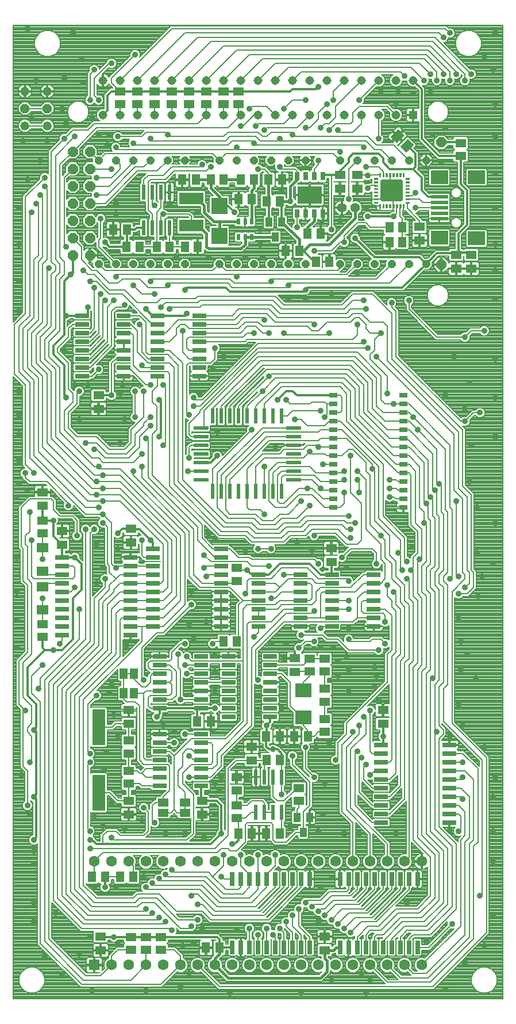
<source format=gbl>
G75*
%MOIN*%
%OFA0B0*%
%FSLAX25Y25*%
%IPPOS*%
%LPD*%
%AMOC8*
5,1,8,0,0,1.08239X$1,22.5*
%
%ADD10C,0.05600*%
%ADD11R,0.06299X0.05118*%
%ADD12R,0.05118X0.06299*%
%ADD13R,0.09449X0.09449*%
%ADD14OC8,0.04362*%
%ADD15R,0.02600X0.08000*%
%ADD16R,0.02756X0.05118*%
%ADD17R,0.14000X0.10000*%
%ADD18R,0.08000X0.02600*%
%ADD19R,0.05000X0.03000*%
%ADD20R,0.08661X0.02362*%
%ADD21R,0.02362X0.08661*%
%ADD22R,0.04600X0.06300*%
%ADD23R,0.02800X0.00800*%
%ADD24R,0.06300X0.04600*%
%ADD25R,0.00800X0.02800*%
%ADD26R,0.14173X0.07087*%
%ADD27OC8,0.05937*%
%ADD28R,0.07600X0.21000*%
%ADD29R,0.03937X0.05512*%
%ADD30OC8,0.05200*%
%ADD31C,0.05200*%
%ADD32R,0.02362X0.03543*%
%ADD33C,0.06300*%
%ADD34R,0.06300X0.06300*%
%ADD35R,0.09843X0.07874*%
%ADD36R,0.09843X0.01969*%
%ADD37C,0.02520*%
%ADD38C,0.00354*%
%ADD39R,0.07087X0.05512*%
%ADD40R,0.05150X0.05150*%
%ADD41C,0.05150*%
%ADD42R,0.09449X0.07874*%
%ADD43C,0.00800*%
%ADD44C,0.01600*%
%ADD45C,0.03569*%
%ADD46C,0.01200*%
D10*
X0290491Y0461400D03*
X0298365Y0461400D03*
D11*
X0299428Y0472463D03*
X0299428Y0480337D03*
X0289428Y0480337D03*
X0289428Y0472463D03*
X0335678Y0450337D03*
X0335678Y0442463D03*
X0356928Y0434087D03*
X0356928Y0426213D03*
X0365678Y0426213D03*
X0365678Y0434087D03*
X0359428Y0491410D03*
X0359428Y0498890D03*
X0230678Y0521410D03*
X0230678Y0528890D03*
X0221928Y0528890D03*
X0221928Y0521410D03*
X0211928Y0521410D03*
X0211928Y0528890D03*
X0201928Y0528890D03*
X0201928Y0521410D03*
X0191928Y0521410D03*
X0191928Y0528890D03*
X0181928Y0528890D03*
X0181928Y0521410D03*
X0171928Y0521410D03*
X0171928Y0528890D03*
X0161928Y0528890D03*
X0161928Y0521410D03*
X0149428Y0352837D03*
X0149428Y0344963D03*
X0116928Y0296587D03*
X0116928Y0288713D03*
X0116928Y0280140D03*
X0116928Y0272660D03*
X0128178Y0274087D03*
X0128178Y0266213D03*
X0116928Y0220140D03*
X0116928Y0212660D03*
X0166928Y0170337D03*
X0166928Y0162463D03*
X0166928Y0152640D03*
X0166928Y0145160D03*
X0166928Y0135140D03*
X0166928Y0127660D03*
X0166928Y0117837D03*
X0166928Y0109963D03*
X0168178Y0038890D03*
X0168178Y0031410D03*
X0176928Y0031410D03*
X0176928Y0038890D03*
X0185678Y0038890D03*
X0185678Y0031410D03*
X0150678Y0031213D03*
X0150678Y0039087D03*
X0209428Y0109963D03*
X0209428Y0117837D03*
X0229428Y0115140D03*
X0229428Y0107660D03*
X0229428Y0123713D03*
X0229428Y0131587D03*
X0238178Y0141213D03*
X0238178Y0149087D03*
X0263178Y0192463D03*
X0263178Y0200337D03*
X0271928Y0200140D03*
X0271928Y0192660D03*
X0280678Y0192660D03*
X0280678Y0182640D03*
X0280678Y0175160D03*
X0280678Y0165140D03*
X0280678Y0157660D03*
X0265678Y0125140D03*
X0265678Y0117660D03*
X0280678Y0039087D03*
X0280678Y0031213D03*
X0314428Y0162463D03*
X0314428Y0170337D03*
X0280678Y0200140D03*
X0284428Y0256213D03*
X0284428Y0264087D03*
X0229428Y0252640D03*
X0229428Y0245160D03*
X0168178Y0267463D03*
X0168178Y0275337D03*
D12*
X0221938Y0210150D03*
X0229419Y0210150D03*
X0214615Y0163900D03*
X0206741Y0163900D03*
X0230491Y0098900D03*
X0238365Y0098900D03*
X0246741Y0098900D03*
X0254615Y0098900D03*
X0254419Y0141400D03*
X0246938Y0141400D03*
X0246741Y0155150D03*
X0254615Y0155150D03*
X0262991Y0155150D03*
X0270865Y0155150D03*
X0219615Y0032650D03*
X0211741Y0032650D03*
X0169419Y0073900D03*
X0161938Y0073900D03*
X0153169Y0073900D03*
X0145688Y0073900D03*
X0275491Y0430150D03*
X0283365Y0430150D03*
X0278169Y0446400D03*
X0270688Y0446400D03*
X0265865Y0436400D03*
X0257991Y0436400D03*
X0254419Y0465150D03*
X0246938Y0465150D03*
X0238169Y0466400D03*
X0230688Y0466400D03*
X0231938Y0477650D03*
X0239419Y0477650D03*
X0247991Y0477650D03*
X0255865Y0477650D03*
X0221919Y0477650D03*
X0214438Y0477650D03*
X0205865Y0477650D03*
X0197991Y0477650D03*
X0199438Y0438900D03*
X0206919Y0438900D03*
X0190669Y0438900D03*
X0183188Y0438900D03*
X0173169Y0438900D03*
X0165688Y0438900D03*
X0165865Y0448900D03*
X0157991Y0448900D03*
X0318188Y0450150D03*
X0318188Y0441400D03*
X0325669Y0441400D03*
X0325669Y0450150D03*
G36*
X0328879Y0501402D02*
X0332498Y0497783D01*
X0328045Y0493330D01*
X0324426Y0496949D01*
X0328879Y0501402D01*
G37*
G36*
X0323312Y0506970D02*
X0326931Y0503351D01*
X0322478Y0498898D01*
X0318859Y0502517D01*
X0323312Y0506970D01*
G37*
D13*
X0219428Y0462561D03*
X0219428Y0445239D03*
D14*
X0219428Y0428900D03*
X0229428Y0428900D03*
X0239428Y0428900D03*
X0249428Y0428900D03*
X0259428Y0428900D03*
X0269428Y0428900D03*
X0289428Y0428900D03*
X0299428Y0428900D03*
X0309428Y0428900D03*
X0319428Y0428900D03*
X0329428Y0428900D03*
X0339428Y0428900D03*
X0339428Y0488900D03*
X0329428Y0488900D03*
X0319428Y0488900D03*
X0309428Y0488900D03*
X0299428Y0488900D03*
X0289428Y0488900D03*
X0269428Y0488900D03*
X0259428Y0488900D03*
X0249428Y0488900D03*
X0239428Y0488900D03*
X0229428Y0488900D03*
X0219428Y0488900D03*
X0199428Y0488900D03*
X0189428Y0488900D03*
X0179428Y0488900D03*
X0169428Y0488900D03*
X0159428Y0488900D03*
X0149428Y0488900D03*
X0149428Y0428900D03*
X0159428Y0428900D03*
X0169428Y0428900D03*
X0179428Y0428900D03*
X0189428Y0428900D03*
X0199428Y0428900D03*
D15*
X0226928Y0072450D03*
X0231928Y0072450D03*
X0236928Y0072450D03*
X0241928Y0072450D03*
X0246928Y0072450D03*
X0251928Y0072450D03*
X0256928Y0072450D03*
X0261928Y0072450D03*
X0266928Y0072450D03*
X0271928Y0072450D03*
X0289428Y0072450D03*
X0294428Y0072450D03*
X0299428Y0072450D03*
X0304428Y0072450D03*
X0309428Y0072450D03*
X0314428Y0072450D03*
X0319428Y0072450D03*
X0324428Y0072450D03*
X0329428Y0072450D03*
X0334428Y0072450D03*
X0334428Y0032850D03*
X0329428Y0032850D03*
X0324428Y0032850D03*
X0319428Y0032850D03*
X0314428Y0032850D03*
X0309428Y0032850D03*
X0304428Y0032850D03*
X0299428Y0032850D03*
X0294428Y0032850D03*
X0289428Y0032850D03*
X0271928Y0032850D03*
X0266928Y0032850D03*
X0261928Y0032850D03*
X0256928Y0032850D03*
X0251928Y0032850D03*
X0246928Y0032850D03*
X0241928Y0032850D03*
X0236928Y0032850D03*
X0231928Y0032850D03*
X0226928Y0032850D03*
D16*
X0264428Y0458073D03*
X0269428Y0458073D03*
X0274428Y0458073D03*
X0279428Y0458073D03*
X0279428Y0479727D03*
X0274428Y0479727D03*
X0269428Y0479727D03*
X0264428Y0479727D03*
D17*
X0271928Y0468900D03*
D18*
X0207778Y0398900D03*
X0207778Y0393900D03*
X0207778Y0388900D03*
X0207778Y0383900D03*
X0207778Y0378900D03*
X0207778Y0373900D03*
X0207778Y0368900D03*
X0207778Y0363900D03*
X0183578Y0363900D03*
X0183578Y0368900D03*
X0183578Y0373900D03*
X0183578Y0378900D03*
X0183578Y0383900D03*
X0183578Y0388900D03*
X0183578Y0393900D03*
X0183578Y0398900D03*
X0164028Y0398900D03*
X0164028Y0393900D03*
X0164028Y0388900D03*
X0164028Y0383900D03*
X0164028Y0378900D03*
X0164028Y0373900D03*
X0164028Y0368900D03*
X0164028Y0363900D03*
X0139828Y0363900D03*
X0139828Y0368900D03*
X0139828Y0373900D03*
X0139828Y0378900D03*
X0139828Y0383900D03*
X0139828Y0388900D03*
X0139828Y0393900D03*
X0139828Y0398900D03*
X0180878Y0263900D03*
X0180878Y0258900D03*
X0180878Y0253900D03*
X0180878Y0248900D03*
X0180878Y0243900D03*
X0180878Y0238900D03*
X0180878Y0233900D03*
X0180878Y0228900D03*
X0180878Y0223900D03*
X0180878Y0218900D03*
X0184828Y0201400D03*
X0184828Y0196400D03*
X0184828Y0191400D03*
X0184828Y0186400D03*
X0184828Y0181400D03*
X0184828Y0176400D03*
X0184828Y0171400D03*
X0184828Y0156400D03*
X0184828Y0151400D03*
X0184828Y0146400D03*
X0184828Y0141400D03*
X0184828Y0136400D03*
X0184828Y0131400D03*
X0184828Y0126400D03*
X0209028Y0126400D03*
X0209028Y0131400D03*
X0209028Y0136400D03*
X0209028Y0141400D03*
X0209028Y0146400D03*
X0209028Y0151400D03*
X0209028Y0156400D03*
X0209028Y0171400D03*
X0209028Y0176400D03*
X0209028Y0181400D03*
X0209028Y0186400D03*
X0209028Y0191400D03*
X0209028Y0196400D03*
X0209028Y0201400D03*
X0220478Y0218900D03*
X0220478Y0223900D03*
X0220478Y0228900D03*
X0220478Y0233900D03*
X0220478Y0238900D03*
X0220478Y0243900D03*
X0220478Y0248900D03*
X0220478Y0253900D03*
X0220478Y0258900D03*
X0220478Y0263900D03*
X0242328Y0248900D03*
X0242328Y0243900D03*
X0242328Y0238900D03*
X0242328Y0233900D03*
X0242328Y0228900D03*
X0242328Y0223900D03*
X0242328Y0218900D03*
X0249028Y0201400D03*
X0249028Y0196400D03*
X0249028Y0191400D03*
X0249028Y0186400D03*
X0249028Y0181400D03*
X0249028Y0176400D03*
X0249028Y0171400D03*
X0249028Y0166400D03*
X0224828Y0166400D03*
X0224828Y0171400D03*
X0224828Y0176400D03*
X0224828Y0181400D03*
X0224828Y0186400D03*
X0224828Y0191400D03*
X0224828Y0196400D03*
X0224828Y0201400D03*
X0266528Y0218900D03*
X0266528Y0223900D03*
X0266528Y0228900D03*
X0266528Y0233900D03*
X0266528Y0238900D03*
X0266528Y0243900D03*
X0266528Y0248900D03*
X0284828Y0248900D03*
X0284828Y0243900D03*
X0284828Y0238900D03*
X0284828Y0233900D03*
X0284828Y0228900D03*
X0284828Y0223900D03*
X0284828Y0218900D03*
X0309028Y0218900D03*
X0309028Y0223900D03*
X0309028Y0228900D03*
X0309028Y0233900D03*
X0309028Y0238900D03*
X0309028Y0243900D03*
X0309028Y0248900D03*
X0313378Y0150150D03*
X0313378Y0145150D03*
X0313378Y0140150D03*
X0313378Y0135150D03*
X0313378Y0130150D03*
X0313378Y0125150D03*
X0313378Y0120150D03*
X0313378Y0115150D03*
X0313378Y0110150D03*
X0313378Y0105150D03*
X0352978Y0105150D03*
X0352978Y0110150D03*
X0352978Y0115150D03*
X0352978Y0120150D03*
X0352978Y0125150D03*
X0352978Y0130150D03*
X0352978Y0135150D03*
X0352978Y0140150D03*
X0352978Y0145150D03*
X0352978Y0150150D03*
X0167978Y0213900D03*
X0167978Y0218900D03*
X0167978Y0223900D03*
X0167978Y0228900D03*
X0167978Y0233900D03*
X0167978Y0238900D03*
X0167978Y0243900D03*
X0167978Y0248900D03*
X0167978Y0253900D03*
X0167978Y0258900D03*
X0128378Y0258900D03*
X0128378Y0253900D03*
X0128378Y0248900D03*
X0128378Y0243900D03*
X0128378Y0238900D03*
X0128378Y0233900D03*
X0128378Y0228900D03*
X0128378Y0223900D03*
X0128378Y0218900D03*
X0128378Y0213900D03*
D19*
X0285678Y0287650D03*
X0285678Y0292650D03*
X0285678Y0297650D03*
X0285678Y0302650D03*
X0285678Y0307650D03*
X0285678Y0312650D03*
X0285678Y0317650D03*
X0285678Y0322650D03*
X0285678Y0327650D03*
X0285678Y0332650D03*
X0285678Y0337650D03*
X0285678Y0342650D03*
X0285678Y0347650D03*
X0285678Y0352650D03*
X0326178Y0352650D03*
X0326178Y0347650D03*
X0326178Y0342650D03*
X0326178Y0337650D03*
X0326178Y0332650D03*
X0326178Y0327650D03*
X0326178Y0322650D03*
X0326178Y0317650D03*
X0326178Y0312650D03*
X0326178Y0307650D03*
X0326178Y0302650D03*
X0326178Y0297650D03*
X0326178Y0292650D03*
X0326178Y0287650D03*
D20*
X0262568Y0303900D03*
X0262568Y0308900D03*
X0262568Y0313900D03*
X0262568Y0318900D03*
X0262568Y0323900D03*
X0262568Y0328900D03*
X0262568Y0333900D03*
X0208789Y0333900D03*
X0208789Y0328900D03*
X0208789Y0323900D03*
X0208789Y0318900D03*
X0208789Y0313900D03*
X0208789Y0308900D03*
X0208789Y0303900D03*
D21*
X0215678Y0297010D03*
X0220678Y0297010D03*
X0225678Y0297010D03*
X0230678Y0297010D03*
X0235678Y0297010D03*
X0240678Y0297010D03*
X0245678Y0297010D03*
X0250678Y0297010D03*
X0255678Y0297010D03*
X0255678Y0340790D03*
X0250678Y0340790D03*
X0245678Y0340790D03*
X0240678Y0340790D03*
X0235678Y0340790D03*
X0230678Y0340790D03*
X0225678Y0340790D03*
X0220678Y0340790D03*
X0215678Y0340790D03*
X0190678Y0449914D03*
X0185678Y0449914D03*
X0180678Y0449914D03*
X0175678Y0449914D03*
X0175678Y0470386D03*
X0180678Y0470386D03*
X0185678Y0470386D03*
X0190678Y0470386D03*
X0240678Y0131636D03*
X0245678Y0131636D03*
X0250678Y0131636D03*
X0255678Y0131636D03*
X0255678Y0111164D03*
X0250678Y0111164D03*
X0245678Y0111164D03*
X0240678Y0111164D03*
D22*
X0169928Y0180150D03*
X0163928Y0180150D03*
X0163928Y0191400D03*
X0169928Y0191400D03*
D23*
X0166928Y0191400D03*
D24*
X0186928Y0116900D03*
X0186928Y0110900D03*
X0199428Y0110900D03*
X0199428Y0116900D03*
D25*
X0199428Y0113900D03*
D26*
X0203178Y0451026D03*
X0203178Y0466774D03*
D27*
X0144428Y0463900D03*
X0144428Y0473900D03*
X0144428Y0483900D03*
X0144428Y0493900D03*
X0134428Y0493900D03*
X0134428Y0483900D03*
X0134428Y0473900D03*
X0134428Y0463900D03*
X0134428Y0453900D03*
X0134428Y0443900D03*
X0134428Y0433900D03*
X0144428Y0433900D03*
X0144428Y0443900D03*
X0144428Y0453900D03*
X0348208Y0428467D03*
X0348208Y0499333D03*
D28*
X0149428Y0160400D03*
X0149428Y0122400D03*
D29*
X0264438Y0108231D03*
X0268178Y0099569D03*
X0271919Y0108231D03*
X0251928Y0444569D03*
X0248188Y0453231D03*
X0255669Y0453231D03*
D30*
X0119675Y0518900D03*
X0106682Y0518900D03*
D31*
X0106682Y0528900D03*
X0119675Y0528900D03*
X0119675Y0508900D03*
X0106682Y0508900D03*
D32*
X0230688Y0453428D03*
X0234428Y0453428D03*
X0238169Y0453428D03*
X0238169Y0444372D03*
X0234428Y0444372D03*
X0230688Y0444372D03*
D33*
X0226928Y0082650D03*
X0216928Y0082650D03*
X0206928Y0082650D03*
X0196928Y0082650D03*
X0186928Y0082650D03*
X0176928Y0082650D03*
X0166928Y0082650D03*
X0156928Y0082650D03*
X0146928Y0082650D03*
X0156928Y0022650D03*
X0166928Y0022650D03*
X0176928Y0022650D03*
X0186928Y0022650D03*
X0196928Y0022650D03*
X0206928Y0022650D03*
X0216928Y0022650D03*
X0226928Y0022650D03*
X0236928Y0022650D03*
X0246928Y0022650D03*
X0256928Y0022650D03*
X0266928Y0022650D03*
X0276928Y0022650D03*
X0286928Y0022650D03*
X0296928Y0022650D03*
X0306928Y0022650D03*
X0316928Y0022650D03*
X0326928Y0022650D03*
X0336928Y0022650D03*
X0336928Y0082650D03*
X0326928Y0082650D03*
X0316928Y0082650D03*
X0306928Y0082650D03*
X0296928Y0082650D03*
X0286928Y0082650D03*
X0276928Y0082650D03*
X0266928Y0082650D03*
X0256928Y0082650D03*
X0246928Y0082650D03*
X0236928Y0082650D03*
D34*
X0146928Y0022650D03*
D35*
X0347086Y0444077D03*
X0347086Y0479117D03*
X0368739Y0479117D03*
X0368739Y0443683D03*
D36*
X0347086Y0455101D03*
X0347086Y0458250D03*
X0347086Y0461400D03*
X0347086Y0464550D03*
X0347086Y0467699D03*
D37*
X0314389Y0466361D02*
X0314389Y0476439D01*
X0324467Y0476439D01*
X0324467Y0466361D01*
X0314389Y0466361D01*
X0314389Y0468880D02*
X0324467Y0468880D01*
X0324467Y0471399D02*
X0314389Y0471399D01*
X0314389Y0473918D02*
X0324467Y0473918D01*
X0324467Y0476437D02*
X0314389Y0476437D01*
D38*
X0311377Y0475908D02*
X0309369Y0475908D01*
X0309369Y0476734D01*
X0311377Y0476734D01*
X0311377Y0475908D01*
X0311377Y0476261D02*
X0309369Y0476261D01*
X0309369Y0476614D02*
X0311377Y0476614D01*
X0311377Y0477877D02*
X0309369Y0477877D01*
X0309369Y0478703D01*
X0311377Y0478703D01*
X0311377Y0477877D01*
X0311377Y0478230D02*
X0309369Y0478230D01*
X0309369Y0478583D02*
X0311377Y0478583D01*
X0312126Y0479451D02*
X0312126Y0481459D01*
X0312952Y0481459D01*
X0312952Y0479451D01*
X0312126Y0479451D01*
X0312126Y0479804D02*
X0312952Y0479804D01*
X0312952Y0480157D02*
X0312126Y0480157D01*
X0312126Y0480510D02*
X0312952Y0480510D01*
X0312952Y0480863D02*
X0312126Y0480863D01*
X0312126Y0481216D02*
X0312952Y0481216D01*
X0314094Y0481459D02*
X0314094Y0479451D01*
X0314094Y0481459D02*
X0314920Y0481459D01*
X0314920Y0479451D01*
X0314094Y0479451D01*
X0314094Y0479804D02*
X0314920Y0479804D01*
X0314920Y0480157D02*
X0314094Y0480157D01*
X0314094Y0480510D02*
X0314920Y0480510D01*
X0314920Y0480863D02*
X0314094Y0480863D01*
X0314094Y0481216D02*
X0314920Y0481216D01*
X0316063Y0481459D02*
X0316063Y0479451D01*
X0316063Y0481459D02*
X0316889Y0481459D01*
X0316889Y0479451D01*
X0316063Y0479451D01*
X0316063Y0479804D02*
X0316889Y0479804D01*
X0316889Y0480157D02*
X0316063Y0480157D01*
X0316063Y0480510D02*
X0316889Y0480510D01*
X0316889Y0480863D02*
X0316063Y0480863D01*
X0316063Y0481216D02*
X0316889Y0481216D01*
X0318031Y0481459D02*
X0318031Y0479451D01*
X0318031Y0481459D02*
X0318857Y0481459D01*
X0318857Y0479451D01*
X0318031Y0479451D01*
X0318031Y0479804D02*
X0318857Y0479804D01*
X0318857Y0480157D02*
X0318031Y0480157D01*
X0318031Y0480510D02*
X0318857Y0480510D01*
X0318857Y0480863D02*
X0318031Y0480863D01*
X0318031Y0481216D02*
X0318857Y0481216D01*
X0320000Y0481459D02*
X0320000Y0479451D01*
X0320000Y0481459D02*
X0320826Y0481459D01*
X0320826Y0479451D01*
X0320000Y0479451D01*
X0320000Y0479804D02*
X0320826Y0479804D01*
X0320826Y0480157D02*
X0320000Y0480157D01*
X0320000Y0480510D02*
X0320826Y0480510D01*
X0320826Y0480863D02*
X0320000Y0480863D01*
X0320000Y0481216D02*
X0320826Y0481216D01*
X0321968Y0481459D02*
X0321968Y0479451D01*
X0321968Y0481459D02*
X0322794Y0481459D01*
X0322794Y0479451D01*
X0321968Y0479451D01*
X0321968Y0479804D02*
X0322794Y0479804D01*
X0322794Y0480157D02*
X0321968Y0480157D01*
X0321968Y0480510D02*
X0322794Y0480510D01*
X0322794Y0480863D02*
X0321968Y0480863D01*
X0321968Y0481216D02*
X0322794Y0481216D01*
X0323937Y0481459D02*
X0323937Y0479451D01*
X0323937Y0481459D02*
X0324763Y0481459D01*
X0324763Y0479451D01*
X0323937Y0479451D01*
X0323937Y0479804D02*
X0324763Y0479804D01*
X0324763Y0480157D02*
X0323937Y0480157D01*
X0323937Y0480510D02*
X0324763Y0480510D01*
X0324763Y0480863D02*
X0323937Y0480863D01*
X0323937Y0481216D02*
X0324763Y0481216D01*
X0325905Y0481459D02*
X0325905Y0479451D01*
X0325905Y0481459D02*
X0326731Y0481459D01*
X0326731Y0479451D01*
X0325905Y0479451D01*
X0325905Y0479804D02*
X0326731Y0479804D01*
X0326731Y0480157D02*
X0325905Y0480157D01*
X0325905Y0480510D02*
X0326731Y0480510D01*
X0326731Y0480863D02*
X0325905Y0480863D01*
X0325905Y0481216D02*
X0326731Y0481216D01*
X0327480Y0478703D02*
X0329488Y0478703D01*
X0329488Y0477877D01*
X0327480Y0477877D01*
X0327480Y0478703D01*
X0327480Y0478230D02*
X0329488Y0478230D01*
X0329488Y0478583D02*
X0327480Y0478583D01*
X0327480Y0476734D02*
X0329488Y0476734D01*
X0329488Y0475908D01*
X0327480Y0475908D01*
X0327480Y0476734D01*
X0327480Y0476261D02*
X0329488Y0476261D01*
X0329488Y0476614D02*
X0327480Y0476614D01*
X0327480Y0474766D02*
X0329488Y0474766D01*
X0329488Y0473940D01*
X0327480Y0473940D01*
X0327480Y0474766D01*
X0327480Y0474293D02*
X0329488Y0474293D01*
X0329488Y0474646D02*
X0327480Y0474646D01*
X0327480Y0472797D02*
X0329488Y0472797D01*
X0329488Y0471971D01*
X0327480Y0471971D01*
X0327480Y0472797D01*
X0327480Y0472324D02*
X0329488Y0472324D01*
X0329488Y0472677D02*
X0327480Y0472677D01*
X0327480Y0470829D02*
X0329488Y0470829D01*
X0329488Y0470003D01*
X0327480Y0470003D01*
X0327480Y0470829D01*
X0327480Y0470356D02*
X0329488Y0470356D01*
X0329488Y0470709D02*
X0327480Y0470709D01*
X0327480Y0468860D02*
X0329488Y0468860D01*
X0329488Y0468034D01*
X0327480Y0468034D01*
X0327480Y0468860D01*
X0327480Y0468387D02*
X0329488Y0468387D01*
X0329488Y0468740D02*
X0327480Y0468740D01*
X0327480Y0466892D02*
X0329488Y0466892D01*
X0329488Y0466066D01*
X0327480Y0466066D01*
X0327480Y0466892D01*
X0327480Y0466419D02*
X0329488Y0466419D01*
X0329488Y0466772D02*
X0327480Y0466772D01*
X0327480Y0464923D02*
X0329488Y0464923D01*
X0329488Y0464097D01*
X0327480Y0464097D01*
X0327480Y0464923D01*
X0327480Y0464450D02*
X0329488Y0464450D01*
X0329488Y0464803D02*
X0327480Y0464803D01*
X0326731Y0463349D02*
X0326731Y0461341D01*
X0325905Y0461341D01*
X0325905Y0463349D01*
X0326731Y0463349D01*
X0326731Y0461694D02*
X0325905Y0461694D01*
X0325905Y0462047D02*
X0326731Y0462047D01*
X0326731Y0462400D02*
X0325905Y0462400D01*
X0325905Y0462753D02*
X0326731Y0462753D01*
X0326731Y0463106D02*
X0325905Y0463106D01*
X0324763Y0463349D02*
X0324763Y0461341D01*
X0323937Y0461341D01*
X0323937Y0463349D01*
X0324763Y0463349D01*
X0324763Y0461694D02*
X0323937Y0461694D01*
X0323937Y0462047D02*
X0324763Y0462047D01*
X0324763Y0462400D02*
X0323937Y0462400D01*
X0323937Y0462753D02*
X0324763Y0462753D01*
X0324763Y0463106D02*
X0323937Y0463106D01*
X0322794Y0463349D02*
X0322794Y0461341D01*
X0321968Y0461341D01*
X0321968Y0463349D01*
X0322794Y0463349D01*
X0322794Y0461694D02*
X0321968Y0461694D01*
X0321968Y0462047D02*
X0322794Y0462047D01*
X0322794Y0462400D02*
X0321968Y0462400D01*
X0321968Y0462753D02*
X0322794Y0462753D01*
X0322794Y0463106D02*
X0321968Y0463106D01*
X0320826Y0463349D02*
X0320826Y0461341D01*
X0320000Y0461341D01*
X0320000Y0463349D01*
X0320826Y0463349D01*
X0320826Y0461694D02*
X0320000Y0461694D01*
X0320000Y0462047D02*
X0320826Y0462047D01*
X0320826Y0462400D02*
X0320000Y0462400D01*
X0320000Y0462753D02*
X0320826Y0462753D01*
X0320826Y0463106D02*
X0320000Y0463106D01*
X0318857Y0463349D02*
X0318857Y0461341D01*
X0318031Y0461341D01*
X0318031Y0463349D01*
X0318857Y0463349D01*
X0318857Y0461694D02*
X0318031Y0461694D01*
X0318031Y0462047D02*
X0318857Y0462047D01*
X0318857Y0462400D02*
X0318031Y0462400D01*
X0318031Y0462753D02*
X0318857Y0462753D01*
X0318857Y0463106D02*
X0318031Y0463106D01*
X0316889Y0463349D02*
X0316889Y0461341D01*
X0316063Y0461341D01*
X0316063Y0463349D01*
X0316889Y0463349D01*
X0316889Y0461694D02*
X0316063Y0461694D01*
X0316063Y0462047D02*
X0316889Y0462047D01*
X0316889Y0462400D02*
X0316063Y0462400D01*
X0316063Y0462753D02*
X0316889Y0462753D01*
X0316889Y0463106D02*
X0316063Y0463106D01*
X0314920Y0463349D02*
X0314920Y0461341D01*
X0314094Y0461341D01*
X0314094Y0463349D01*
X0314920Y0463349D01*
X0314920Y0461694D02*
X0314094Y0461694D01*
X0314094Y0462047D02*
X0314920Y0462047D01*
X0314920Y0462400D02*
X0314094Y0462400D01*
X0314094Y0462753D02*
X0314920Y0462753D01*
X0314920Y0463106D02*
X0314094Y0463106D01*
X0312952Y0463349D02*
X0312952Y0461341D01*
X0312126Y0461341D01*
X0312126Y0463349D01*
X0312952Y0463349D01*
X0312952Y0461694D02*
X0312126Y0461694D01*
X0312126Y0462047D02*
X0312952Y0462047D01*
X0312952Y0462400D02*
X0312126Y0462400D01*
X0312126Y0462753D02*
X0312952Y0462753D01*
X0312952Y0463106D02*
X0312126Y0463106D01*
X0311377Y0464097D02*
X0309369Y0464097D01*
X0309369Y0464923D01*
X0311377Y0464923D01*
X0311377Y0464097D01*
X0311377Y0464450D02*
X0309369Y0464450D01*
X0309369Y0464803D02*
X0311377Y0464803D01*
X0311377Y0466066D02*
X0309369Y0466066D01*
X0309369Y0466892D01*
X0311377Y0466892D01*
X0311377Y0466066D01*
X0311377Y0466419D02*
X0309369Y0466419D01*
X0309369Y0466772D02*
X0311377Y0466772D01*
X0311377Y0468034D02*
X0309369Y0468034D01*
X0309369Y0468860D01*
X0311377Y0468860D01*
X0311377Y0468034D01*
X0311377Y0468387D02*
X0309369Y0468387D01*
X0309369Y0468740D02*
X0311377Y0468740D01*
X0311377Y0470003D02*
X0309369Y0470003D01*
X0309369Y0470829D01*
X0311377Y0470829D01*
X0311377Y0470003D01*
X0311377Y0470356D02*
X0309369Y0470356D01*
X0309369Y0470709D02*
X0311377Y0470709D01*
X0311377Y0471971D02*
X0309369Y0471971D01*
X0309369Y0472797D01*
X0311377Y0472797D01*
X0311377Y0471971D01*
X0311377Y0472324D02*
X0309369Y0472324D01*
X0309369Y0472677D02*
X0311377Y0472677D01*
X0311377Y0473940D02*
X0309369Y0473940D01*
X0309369Y0474766D01*
X0311377Y0474766D01*
X0311377Y0473940D01*
X0311377Y0474293D02*
X0309369Y0474293D01*
X0309369Y0474646D02*
X0311377Y0474646D01*
D39*
X0116928Y0264343D03*
X0116928Y0250957D03*
X0116928Y0241843D03*
X0116928Y0228457D03*
D40*
X0331928Y0515150D03*
D41*
X0321928Y0515150D03*
X0311928Y0515150D03*
X0301928Y0515150D03*
X0291928Y0515150D03*
X0281928Y0515150D03*
X0271928Y0515150D03*
X0261928Y0515150D03*
X0251928Y0515150D03*
X0241928Y0515150D03*
X0231928Y0515150D03*
X0221928Y0515150D03*
X0211928Y0515150D03*
X0201928Y0515150D03*
X0191928Y0515150D03*
X0181928Y0515150D03*
X0171928Y0515150D03*
X0161928Y0515150D03*
X0151928Y0515150D03*
X0151928Y0535150D03*
X0161928Y0535150D03*
X0171928Y0535150D03*
X0181928Y0535150D03*
X0191928Y0535150D03*
X0201928Y0535150D03*
X0211928Y0535150D03*
X0221928Y0535150D03*
X0231928Y0535150D03*
X0241928Y0535150D03*
X0251928Y0535150D03*
X0261928Y0535150D03*
X0271928Y0535150D03*
X0281928Y0535150D03*
X0291928Y0535150D03*
X0301928Y0535150D03*
X0311928Y0535150D03*
X0321928Y0535150D03*
X0331928Y0535150D03*
D42*
X0268178Y0181774D03*
X0268178Y0166026D03*
D43*
X0099778Y0003000D02*
X0099778Y0363787D01*
X0100016Y0363550D01*
X0105328Y0358237D01*
X0105328Y0311987D01*
X0106681Y0310634D01*
X0106335Y0310634D01*
X0105238Y0310180D01*
X0104399Y0309340D01*
X0103944Y0308244D01*
X0103944Y0307056D01*
X0104399Y0305960D01*
X0105238Y0305120D01*
X0105328Y0305083D01*
X0105328Y0304487D01*
X0107828Y0301987D01*
X0108766Y0301050D01*
X0118766Y0301050D01*
X0119270Y0300546D01*
X0117328Y0300546D01*
X0117328Y0296987D01*
X0116528Y0296987D01*
X0116528Y0296187D01*
X0112379Y0296187D01*
X0112379Y0294250D01*
X0108766Y0294250D01*
X0103766Y0289250D01*
X0102828Y0288313D01*
X0102828Y0264487D01*
X0104078Y0263237D01*
X0104078Y0244487D01*
X0106578Y0241987D01*
X0106578Y0204563D01*
X0102516Y0200500D01*
X0101578Y0199563D01*
X0101578Y0173237D01*
X0103982Y0170834D01*
X0103944Y0170744D01*
X0103944Y0169556D01*
X0104078Y0169232D01*
X0104078Y0136987D01*
X0106578Y0134487D01*
X0106578Y0117717D01*
X0106488Y0117680D01*
X0105649Y0116840D01*
X0105194Y0115744D01*
X0105194Y0114556D01*
X0105649Y0113460D01*
X0106488Y0112620D01*
X0107585Y0112166D01*
X0108772Y0112166D01*
X0109869Y0112620D01*
X0110708Y0113460D01*
X0111163Y0114556D01*
X0111163Y0115744D01*
X0110708Y0116840D01*
X0109869Y0117680D01*
X0109778Y0117717D01*
X0109778Y0118080D01*
X0110238Y0117620D01*
X0111335Y0117166D01*
X0111378Y0117166D01*
X0111378Y0098134D01*
X0111335Y0098134D01*
X0110238Y0097680D01*
X0109399Y0096840D01*
X0108944Y0095744D01*
X0108944Y0094556D01*
X0109399Y0093460D01*
X0110238Y0092620D01*
X0111335Y0092166D01*
X0112522Y0092166D01*
X0113619Y0092620D01*
X0114078Y0093080D01*
X0114078Y0034487D01*
X0115016Y0033550D01*
X0138766Y0009800D01*
X0186341Y0009800D01*
X0195199Y0018658D01*
X0196063Y0018300D01*
X0197794Y0018300D01*
X0199393Y0018962D01*
X0200616Y0020186D01*
X0201278Y0021785D01*
X0201278Y0023515D01*
X0200616Y0025114D01*
X0199393Y0026338D01*
X0198528Y0026696D01*
X0198528Y0028313D01*
X0193831Y0033010D01*
X0190028Y0033010D01*
X0190028Y0034466D01*
X0189344Y0035150D01*
X0190028Y0035834D01*
X0190028Y0037090D01*
X0208618Y0037090D01*
X0208323Y0036920D01*
X0208062Y0036659D01*
X0207878Y0036340D01*
X0207782Y0035984D01*
X0207782Y0033050D01*
X0211341Y0033050D01*
X0211341Y0032250D01*
X0207782Y0032250D01*
X0207782Y0029316D01*
X0207878Y0028960D01*
X0208062Y0028641D01*
X0208323Y0028380D01*
X0208642Y0028196D01*
X0208998Y0028100D01*
X0211341Y0028100D01*
X0211341Y0032250D01*
X0212141Y0032250D01*
X0212141Y0028100D01*
X0214485Y0028100D01*
X0214841Y0028196D01*
X0215160Y0028380D01*
X0215421Y0028641D01*
X0215605Y0028960D01*
X0215701Y0029316D01*
X0215701Y0032250D01*
X0212141Y0032250D01*
X0212141Y0033050D01*
X0215701Y0033050D01*
X0215701Y0035984D01*
X0215605Y0036340D01*
X0215421Y0036659D01*
X0215160Y0036920D01*
X0214865Y0037090D01*
X0217443Y0037090D01*
X0217533Y0037000D01*
X0216559Y0037000D01*
X0215856Y0036297D01*
X0215856Y0029003D01*
X0216280Y0028580D01*
X0216100Y0028400D01*
X0214928Y0027228D01*
X0214928Y0026530D01*
X0214464Y0026338D01*
X0213241Y0025114D01*
X0212578Y0023515D01*
X0212578Y0021785D01*
X0213241Y0020186D01*
X0214464Y0018962D01*
X0216063Y0018300D01*
X0217794Y0018300D01*
X0218258Y0018492D01*
X0223600Y0013150D01*
X0279007Y0013150D01*
X0280178Y0014322D01*
X0283928Y0018072D01*
X0283928Y0019498D01*
X0284464Y0018962D01*
X0286063Y0018300D01*
X0287794Y0018300D01*
X0289393Y0018962D01*
X0290616Y0020186D01*
X0291278Y0021785D01*
X0291278Y0023515D01*
X0290616Y0025114D01*
X0289393Y0026338D01*
X0287794Y0027000D01*
X0286063Y0027000D01*
X0284464Y0026338D01*
X0283928Y0025802D01*
X0283928Y0025978D01*
X0282757Y0027150D01*
X0282678Y0027228D01*
X0282678Y0027454D01*
X0284325Y0027454D01*
X0285028Y0028157D01*
X0285028Y0029213D01*
X0286320Y0029213D01*
X0286928Y0029822D01*
X0286928Y0028353D01*
X0287631Y0027650D01*
X0291226Y0027650D01*
X0291846Y0028271D01*
X0292008Y0027990D01*
X0292269Y0027730D01*
X0292588Y0027545D01*
X0292944Y0027450D01*
X0294178Y0027450D01*
X0294178Y0032600D01*
X0294678Y0032600D01*
X0294678Y0027450D01*
X0295913Y0027450D01*
X0296269Y0027545D01*
X0296588Y0027730D01*
X0296849Y0027990D01*
X0297011Y0028271D01*
X0297631Y0027650D01*
X0301226Y0027650D01*
X0301928Y0028353D01*
X0301928Y0037347D01*
X0301226Y0038050D01*
X0301028Y0038050D01*
X0301028Y0038237D01*
X0302828Y0040037D01*
X0302828Y0038050D01*
X0302631Y0038050D01*
X0301928Y0037347D01*
X0301928Y0028353D01*
X0302631Y0027650D01*
X0306226Y0027650D01*
X0306928Y0028353D01*
X0306928Y0037347D01*
X0306226Y0038050D01*
X0306028Y0038050D01*
X0306028Y0039487D01*
X0307591Y0041050D01*
X0309316Y0041050D01*
X0309078Y0040813D01*
X0307828Y0039563D01*
X0307828Y0038050D01*
X0307631Y0038050D01*
X0306928Y0037347D01*
X0306928Y0028353D01*
X0307631Y0027650D01*
X0311226Y0027650D01*
X0311928Y0028353D01*
X0311928Y0037347D01*
X0311226Y0038050D01*
X0311028Y0038050D01*
X0311028Y0038237D01*
X0311341Y0038550D01*
X0314316Y0038550D01*
X0313816Y0038050D01*
X0312631Y0038050D01*
X0311928Y0037347D01*
X0311928Y0028353D01*
X0312631Y0027650D01*
X0316226Y0027650D01*
X0316928Y0028353D01*
X0316928Y0036637D01*
X0316928Y0036637D01*
X0316928Y0028353D01*
X0317631Y0027650D01*
X0321226Y0027650D01*
X0321928Y0028353D01*
X0321928Y0037347D01*
X0321658Y0037617D01*
X0322828Y0038787D01*
X0322828Y0038050D01*
X0322631Y0038050D01*
X0321928Y0037347D01*
X0321928Y0028353D01*
X0322631Y0027650D01*
X0326226Y0027650D01*
X0326928Y0028353D01*
X0326928Y0037347D01*
X0326226Y0038050D01*
X0326028Y0038050D01*
X0326028Y0038237D01*
X0328841Y0041050D01*
X0330566Y0041050D01*
X0330328Y0040813D01*
X0327828Y0038313D01*
X0327828Y0038050D01*
X0327631Y0038050D01*
X0326928Y0037347D01*
X0326928Y0028353D01*
X0327631Y0027650D01*
X0331226Y0027650D01*
X0331928Y0028353D01*
X0331928Y0037347D01*
X0331658Y0037617D01*
X0332591Y0038550D01*
X0342591Y0038550D01*
X0351734Y0047693D01*
X0351444Y0046994D01*
X0351444Y0045806D01*
X0351482Y0045716D01*
X0340216Y0034450D01*
X0336928Y0034450D01*
X0336928Y0037347D01*
X0336226Y0038050D01*
X0332631Y0038050D01*
X0331928Y0037347D01*
X0331928Y0028353D01*
X0332631Y0027650D01*
X0336226Y0027650D01*
X0336928Y0028353D01*
X0336928Y0031250D01*
X0341541Y0031250D01*
X0353744Y0043453D01*
X0353835Y0043416D01*
X0355022Y0043416D01*
X0355721Y0043705D01*
X0338658Y0026642D01*
X0337794Y0027000D01*
X0336063Y0027000D01*
X0334464Y0026338D01*
X0333241Y0025114D01*
X0332578Y0023515D01*
X0332578Y0021785D01*
X0333241Y0020186D01*
X0334177Y0019250D01*
X0332591Y0019250D01*
X0330921Y0020921D01*
X0331278Y0021785D01*
X0331278Y0023515D01*
X0330616Y0025114D01*
X0329393Y0026338D01*
X0327794Y0027000D01*
X0326063Y0027000D01*
X0324464Y0026338D01*
X0323241Y0025114D01*
X0322578Y0023515D01*
X0322578Y0021785D01*
X0323241Y0020186D01*
X0324464Y0018962D01*
X0326063Y0018300D01*
X0327794Y0018300D01*
X0328658Y0018658D01*
X0330328Y0016987D01*
X0330566Y0016750D01*
X0325091Y0016750D01*
X0320921Y0020921D01*
X0321278Y0021785D01*
X0321278Y0023515D01*
X0320616Y0025114D01*
X0319393Y0026338D01*
X0317794Y0027000D01*
X0316063Y0027000D01*
X0314464Y0026338D01*
X0313241Y0025114D01*
X0312578Y0023515D01*
X0312578Y0021785D01*
X0313241Y0020186D01*
X0314464Y0018962D01*
X0316063Y0018300D01*
X0317794Y0018300D01*
X0318658Y0018658D01*
X0322828Y0014487D01*
X0323066Y0014250D01*
X0317591Y0014250D01*
X0310921Y0020921D01*
X0311278Y0021785D01*
X0311278Y0023515D01*
X0310616Y0025114D01*
X0309393Y0026338D01*
X0307794Y0027000D01*
X0306063Y0027000D01*
X0304464Y0026338D01*
X0303241Y0025114D01*
X0302578Y0023515D01*
X0302578Y0021785D01*
X0303241Y0020186D01*
X0304464Y0018962D01*
X0306063Y0018300D01*
X0307794Y0018300D01*
X0308658Y0018658D01*
X0315328Y0011987D01*
X0315566Y0011750D01*
X0220091Y0011750D01*
X0210921Y0020921D01*
X0211278Y0021785D01*
X0211278Y0023515D01*
X0210616Y0025114D01*
X0209393Y0026338D01*
X0207794Y0027000D01*
X0206063Y0027000D01*
X0204464Y0026338D01*
X0203241Y0025114D01*
X0202578Y0023515D01*
X0202578Y0021785D01*
X0203241Y0020186D01*
X0204464Y0018962D01*
X0206063Y0018300D01*
X0207794Y0018300D01*
X0208658Y0018658D01*
X0218766Y0008550D01*
X0343841Y0008550D01*
X0344778Y0009487D01*
X0376028Y0040737D01*
X0376028Y0143313D01*
X0375091Y0144250D01*
X0356028Y0163313D01*
X0356028Y0235580D01*
X0356488Y0235120D01*
X0357585Y0234666D01*
X0358772Y0234666D01*
X0359869Y0235120D01*
X0360708Y0235960D01*
X0360746Y0236050D01*
X0363841Y0236050D01*
X0364778Y0236987D01*
X0368528Y0240737D01*
X0368528Y0250813D01*
X0367591Y0251750D01*
X0367278Y0252063D01*
X0367278Y0295813D01*
X0362278Y0300813D01*
X0362278Y0333313D01*
X0360636Y0334955D01*
X0361335Y0334666D01*
X0362522Y0334666D01*
X0363619Y0335120D01*
X0364458Y0335960D01*
X0364913Y0337056D01*
X0364913Y0338244D01*
X0364875Y0338334D01*
X0367591Y0341050D01*
X0368111Y0341050D01*
X0368149Y0340960D01*
X0368988Y0340120D01*
X0370085Y0339666D01*
X0371272Y0339666D01*
X0372369Y0340120D01*
X0373208Y0340960D01*
X0373663Y0342056D01*
X0373663Y0343244D01*
X0373208Y0344340D01*
X0372369Y0345180D01*
X0371272Y0345634D01*
X0370085Y0345634D01*
X0368988Y0345180D01*
X0368149Y0344340D01*
X0368111Y0344250D01*
X0366266Y0344250D01*
X0362613Y0340597D01*
X0362522Y0340634D01*
X0361335Y0340634D01*
X0360238Y0340180D01*
X0359700Y0339642D01*
X0323528Y0375813D01*
X0323528Y0402063D01*
X0322591Y0403000D01*
X0321420Y0404171D01*
X0321958Y0404710D01*
X0322413Y0405806D01*
X0322413Y0406994D01*
X0321958Y0408090D01*
X0321119Y0408930D01*
X0320022Y0409384D01*
X0318835Y0409384D01*
X0317738Y0408930D01*
X0316899Y0408090D01*
X0316444Y0406994D01*
X0316444Y0405806D01*
X0316734Y0405107D01*
X0309778Y0412063D01*
X0308841Y0413000D01*
X0296266Y0413000D01*
X0290016Y0406750D01*
X0257591Y0406750D01*
X0253528Y0410813D01*
X0253491Y0410850D01*
X0268924Y0410850D01*
X0268990Y0410916D01*
X0270022Y0410916D01*
X0271119Y0411370D01*
X0271958Y0412210D01*
X0272413Y0413306D01*
X0272413Y0413350D01*
X0326424Y0413350D01*
X0327478Y0414404D01*
X0338593Y0425519D01*
X0340829Y0425519D01*
X0342810Y0427499D01*
X0342810Y0429736D01*
X0346424Y0433350D01*
X0352579Y0433350D01*
X0352579Y0431031D01*
X0353282Y0430328D01*
X0360575Y0430328D01*
X0361278Y0431031D01*
X0361278Y0433537D01*
X0361329Y0433537D01*
X0361329Y0431031D01*
X0362032Y0430328D01*
X0369325Y0430328D01*
X0370028Y0431031D01*
X0370028Y0437143D01*
X0369325Y0437846D01*
X0362032Y0437846D01*
X0361329Y0437143D01*
X0361329Y0437137D01*
X0361278Y0437137D01*
X0361278Y0437143D01*
X0360575Y0437846D01*
X0359978Y0437846D01*
X0359978Y0445654D01*
X0364978Y0450654D01*
X0364978Y0472146D01*
X0363924Y0473200D01*
X0361228Y0475896D01*
X0361228Y0487651D01*
X0363075Y0487651D01*
X0363778Y0488354D01*
X0363778Y0494466D01*
X0363094Y0495150D01*
X0363778Y0495834D01*
X0363778Y0501946D01*
X0363075Y0502649D01*
X0355782Y0502649D01*
X0355079Y0501946D01*
X0355079Y0501133D01*
X0352303Y0501133D01*
X0349935Y0503502D01*
X0346481Y0503502D01*
X0344039Y0501060D01*
X0344039Y0497606D01*
X0346481Y0495165D01*
X0349935Y0495165D01*
X0352303Y0497533D01*
X0355079Y0497533D01*
X0355079Y0495834D01*
X0355763Y0495150D01*
X0355079Y0494466D01*
X0355079Y0493210D01*
X0347664Y0493210D01*
X0338728Y0502146D01*
X0338728Y0530896D01*
X0337369Y0532255D01*
X0337585Y0532166D01*
X0338772Y0532166D01*
X0339869Y0532620D01*
X0340708Y0533460D01*
X0341163Y0534556D01*
X0341163Y0535744D01*
X0341041Y0536037D01*
X0341335Y0535916D01*
X0342522Y0535916D01*
X0342816Y0536037D01*
X0342694Y0535744D01*
X0342694Y0534556D01*
X0343149Y0533460D01*
X0343988Y0532620D01*
X0345085Y0532166D01*
X0346272Y0532166D01*
X0347369Y0532620D01*
X0348208Y0533460D01*
X0348663Y0534556D01*
X0348663Y0535744D01*
X0348541Y0536037D01*
X0348835Y0535916D01*
X0350022Y0535916D01*
X0350316Y0536037D01*
X0350194Y0535744D01*
X0350194Y0534556D01*
X0350649Y0533460D01*
X0351488Y0532620D01*
X0352585Y0532166D01*
X0353772Y0532166D01*
X0354869Y0532620D01*
X0355708Y0533460D01*
X0356163Y0534556D01*
X0356163Y0535744D01*
X0356041Y0536037D01*
X0356335Y0535916D01*
X0357522Y0535916D01*
X0358619Y0536370D01*
X0359458Y0537210D01*
X0359913Y0538306D01*
X0359913Y0538653D01*
X0360328Y0538237D01*
X0360328Y0537717D01*
X0360238Y0537680D01*
X0359399Y0536840D01*
X0358944Y0535744D01*
X0358944Y0534556D01*
X0359399Y0533460D01*
X0360238Y0532620D01*
X0361335Y0532166D01*
X0362522Y0532166D01*
X0363619Y0532620D01*
X0364458Y0533460D01*
X0364913Y0534556D01*
X0364913Y0535744D01*
X0364791Y0536037D01*
X0365085Y0535916D01*
X0366272Y0535916D01*
X0367369Y0536370D01*
X0368208Y0537210D01*
X0368663Y0538306D01*
X0368663Y0539494D01*
X0368208Y0540590D01*
X0367369Y0541430D01*
X0366272Y0541884D01*
X0365085Y0541884D01*
X0364994Y0541847D01*
X0349675Y0557166D01*
X0350022Y0557166D01*
X0351119Y0557620D01*
X0351958Y0558460D01*
X0352413Y0559556D01*
X0352413Y0559737D01*
X0352585Y0559666D01*
X0353772Y0559666D01*
X0354869Y0560120D01*
X0355708Y0560960D01*
X0356163Y0562056D01*
X0356163Y0563244D01*
X0355708Y0564340D01*
X0354869Y0565180D01*
X0353772Y0565634D01*
X0352585Y0565634D01*
X0352494Y0565597D01*
X0351341Y0566750D01*
X0191266Y0566750D01*
X0190328Y0565813D01*
X0173373Y0548857D01*
X0173663Y0549556D01*
X0173663Y0550744D01*
X0173208Y0551840D01*
X0172369Y0552680D01*
X0171272Y0553134D01*
X0170085Y0553134D01*
X0168988Y0552680D01*
X0168149Y0551840D01*
X0167694Y0550744D01*
X0167694Y0549556D01*
X0167732Y0549466D01*
X0156266Y0538000D01*
X0155390Y0537124D01*
X0155016Y0537684D01*
X0154462Y0538237D01*
X0153811Y0538672D01*
X0153088Y0538972D01*
X0152320Y0539125D01*
X0152316Y0539125D01*
X0152316Y0535537D01*
X0151541Y0535537D01*
X0151541Y0538750D01*
X0155361Y0542569D01*
X0156335Y0542166D01*
X0157522Y0542166D01*
X0158619Y0542620D01*
X0159458Y0543460D01*
X0159913Y0544556D01*
X0159913Y0545744D01*
X0159458Y0546840D01*
X0158619Y0547680D01*
X0157522Y0548134D01*
X0156335Y0548134D01*
X0155238Y0547680D01*
X0154399Y0546840D01*
X0153944Y0545744D01*
X0153944Y0545678D01*
X0149913Y0541647D01*
X0149913Y0541994D01*
X0149458Y0543090D01*
X0148619Y0543930D01*
X0147522Y0544384D01*
X0146335Y0544384D01*
X0145238Y0543930D01*
X0144399Y0543090D01*
X0143944Y0541994D01*
X0143944Y0540806D01*
X0143982Y0540716D01*
X0142828Y0539563D01*
X0142828Y0526467D01*
X0142738Y0526430D01*
X0141899Y0525590D01*
X0141444Y0524494D01*
X0141444Y0523306D01*
X0141899Y0522210D01*
X0142738Y0521370D01*
X0143835Y0520916D01*
X0145022Y0520916D01*
X0146119Y0521370D01*
X0146928Y0522180D01*
X0147738Y0521370D01*
X0148835Y0520916D01*
X0150022Y0520916D01*
X0151119Y0521370D01*
X0151958Y0522210D01*
X0152413Y0523306D01*
X0152413Y0524494D01*
X0151958Y0525590D01*
X0151119Y0526430D01*
X0150022Y0526884D01*
X0148835Y0526884D01*
X0148744Y0526847D01*
X0148528Y0527063D01*
X0148528Y0533084D01*
X0148841Y0532616D01*
X0149395Y0532063D01*
X0150046Y0531628D01*
X0150769Y0531328D01*
X0151537Y0531175D01*
X0151541Y0531175D01*
X0151541Y0534763D01*
X0152316Y0534763D01*
X0152316Y0531175D01*
X0152320Y0531175D01*
X0153088Y0531328D01*
X0153811Y0531628D01*
X0154462Y0532063D01*
X0155016Y0532616D01*
X0155386Y0533170D01*
X0157579Y0530977D01*
X0157579Y0530690D01*
X0156173Y0530690D01*
X0152628Y0527146D01*
X0152628Y0518925D01*
X0151178Y0518925D01*
X0149790Y0518350D01*
X0148728Y0517288D01*
X0148154Y0515901D01*
X0148154Y0514399D01*
X0148728Y0513012D01*
X0149790Y0511950D01*
X0150273Y0511750D01*
X0146266Y0511750D01*
X0142516Y0508000D01*
X0133766Y0508000D01*
X0130113Y0504347D01*
X0130022Y0504384D01*
X0128835Y0504384D01*
X0127738Y0503930D01*
X0126899Y0503090D01*
X0126444Y0501994D01*
X0126444Y0500806D01*
X0126482Y0500716D01*
X0121266Y0495500D01*
X0121266Y0495500D01*
X0120328Y0494563D01*
X0120328Y0480970D01*
X0119869Y0481430D01*
X0118772Y0481884D01*
X0117585Y0481884D01*
X0116488Y0481430D01*
X0115649Y0480590D01*
X0115194Y0479494D01*
X0115194Y0478306D01*
X0115232Y0478216D01*
X0105328Y0468313D01*
X0105328Y0400813D01*
X0099778Y0395263D01*
X0099778Y0567300D01*
X0384078Y0567300D01*
X0384078Y0003000D01*
X0099778Y0003000D01*
X0099778Y0003796D02*
X0384078Y0003796D01*
X0384078Y0004594D02*
X0099778Y0004594D01*
X0099778Y0005393D02*
X0384078Y0005393D01*
X0384078Y0006191D02*
X0099778Y0006191D01*
X0099778Y0006990D02*
X0107765Y0006990D01*
X0106430Y0007542D02*
X0109187Y0006401D01*
X0112170Y0006401D01*
X0114926Y0007542D01*
X0117036Y0009652D01*
X0118178Y0012408D01*
X0118178Y0015392D01*
X0117036Y0018148D01*
X0114926Y0020258D01*
X0112170Y0021399D01*
X0109187Y0021399D01*
X0106430Y0020258D01*
X0104321Y0018148D01*
X0103179Y0015392D01*
X0103179Y0012408D01*
X0104321Y0009652D01*
X0106430Y0007542D01*
X0106185Y0007788D02*
X0099778Y0007788D01*
X0099778Y0008587D02*
X0105386Y0008587D01*
X0104588Y0009385D02*
X0099778Y0009385D01*
X0099778Y0010184D02*
X0104101Y0010184D01*
X0103770Y0010982D02*
X0099778Y0010982D01*
X0099778Y0011781D02*
X0103439Y0011781D01*
X0103179Y0012579D02*
X0099778Y0012579D01*
X0099778Y0013378D02*
X0103179Y0013378D01*
X0103179Y0014176D02*
X0099778Y0014176D01*
X0099778Y0014975D02*
X0103179Y0014975D01*
X0103337Y0015773D02*
X0099778Y0015773D01*
X0099778Y0016572D02*
X0103668Y0016572D01*
X0103999Y0017370D02*
X0099778Y0017370D01*
X0099778Y0018169D02*
X0104342Y0018169D01*
X0105140Y0018967D02*
X0099778Y0018967D01*
X0099778Y0019766D02*
X0105939Y0019766D01*
X0107171Y0020564D02*
X0099778Y0020564D01*
X0099778Y0021363D02*
X0109099Y0021363D01*
X0112258Y0021363D02*
X0127203Y0021363D01*
X0126404Y0022161D02*
X0099778Y0022161D01*
X0099778Y0022960D02*
X0125606Y0022960D01*
X0124807Y0023758D02*
X0099778Y0023758D01*
X0099778Y0024557D02*
X0124009Y0024557D01*
X0123210Y0025355D02*
X0099778Y0025355D01*
X0099778Y0026154D02*
X0122412Y0026154D01*
X0121613Y0026952D02*
X0099778Y0026952D01*
X0099778Y0027751D02*
X0120815Y0027751D01*
X0120016Y0028549D02*
X0099778Y0028549D01*
X0099778Y0029348D02*
X0119218Y0029348D01*
X0118419Y0030146D02*
X0099778Y0030146D01*
X0099778Y0030945D02*
X0117621Y0030945D01*
X0116822Y0031743D02*
X0099778Y0031743D01*
X0099778Y0032542D02*
X0116024Y0032542D01*
X0115225Y0033340D02*
X0099778Y0033340D01*
X0099778Y0034139D02*
X0114427Y0034139D01*
X0115016Y0033550D02*
X0115016Y0033550D01*
X0114078Y0034937D02*
X0099778Y0034937D01*
X0099778Y0035736D02*
X0114078Y0035736D01*
X0114078Y0036534D02*
X0099778Y0036534D01*
X0099778Y0037333D02*
X0114078Y0037333D01*
X0114078Y0038132D02*
X0099778Y0038132D01*
X0099778Y0038930D02*
X0114078Y0038930D01*
X0114078Y0039729D02*
X0099778Y0039729D01*
X0099778Y0040527D02*
X0114078Y0040527D01*
X0114078Y0041326D02*
X0099778Y0041326D01*
X0099778Y0042124D02*
X0114078Y0042124D01*
X0114078Y0042923D02*
X0099778Y0042923D01*
X0099778Y0043721D02*
X0114078Y0043721D01*
X0114078Y0044520D02*
X0099778Y0044520D01*
X0099778Y0045318D02*
X0114078Y0045318D01*
X0114078Y0046117D02*
X0099778Y0046117D01*
X0099778Y0046915D02*
X0114078Y0046915D01*
X0114078Y0047714D02*
X0099778Y0047714D01*
X0099778Y0048512D02*
X0114078Y0048512D01*
X0114078Y0049311D02*
X0099778Y0049311D01*
X0099778Y0050109D02*
X0114078Y0050109D01*
X0114078Y0050908D02*
X0099778Y0050908D01*
X0099778Y0051706D02*
X0114078Y0051706D01*
X0114078Y0052505D02*
X0099778Y0052505D01*
X0099778Y0053303D02*
X0114078Y0053303D01*
X0114078Y0054102D02*
X0099778Y0054102D01*
X0099778Y0054900D02*
X0114078Y0054900D01*
X0114078Y0055699D02*
X0099778Y0055699D01*
X0099778Y0056497D02*
X0114078Y0056497D01*
X0114078Y0057296D02*
X0099778Y0057296D01*
X0099778Y0058094D02*
X0114078Y0058094D01*
X0114078Y0058893D02*
X0099778Y0058893D01*
X0099778Y0059691D02*
X0114078Y0059691D01*
X0114078Y0060490D02*
X0099778Y0060490D01*
X0099778Y0061288D02*
X0114078Y0061288D01*
X0114078Y0062087D02*
X0099778Y0062087D01*
X0099778Y0062885D02*
X0114078Y0062885D01*
X0114078Y0063684D02*
X0099778Y0063684D01*
X0099778Y0064482D02*
X0114078Y0064482D01*
X0114078Y0065281D02*
X0099778Y0065281D01*
X0099778Y0066079D02*
X0114078Y0066079D01*
X0114078Y0066878D02*
X0099778Y0066878D01*
X0099778Y0067676D02*
X0114078Y0067676D01*
X0114078Y0068475D02*
X0099778Y0068475D01*
X0099778Y0069273D02*
X0114078Y0069273D01*
X0114078Y0070072D02*
X0099778Y0070072D01*
X0099778Y0070870D02*
X0114078Y0070870D01*
X0114078Y0071669D02*
X0099778Y0071669D01*
X0099778Y0072468D02*
X0114078Y0072468D01*
X0114078Y0073266D02*
X0099778Y0073266D01*
X0099778Y0074065D02*
X0114078Y0074065D01*
X0114078Y0074863D02*
X0099778Y0074863D01*
X0099778Y0075662D02*
X0114078Y0075662D01*
X0114078Y0076460D02*
X0099778Y0076460D01*
X0099778Y0077259D02*
X0114078Y0077259D01*
X0114078Y0078057D02*
X0099778Y0078057D01*
X0099778Y0078856D02*
X0114078Y0078856D01*
X0114078Y0079654D02*
X0099778Y0079654D01*
X0099778Y0080453D02*
X0114078Y0080453D01*
X0114078Y0081251D02*
X0099778Y0081251D01*
X0099778Y0082050D02*
X0114078Y0082050D01*
X0114078Y0082848D02*
X0099778Y0082848D01*
X0099778Y0083647D02*
X0114078Y0083647D01*
X0114078Y0084445D02*
X0099778Y0084445D01*
X0099778Y0085244D02*
X0114078Y0085244D01*
X0114078Y0086042D02*
X0099778Y0086042D01*
X0099778Y0086841D02*
X0114078Y0086841D01*
X0114078Y0087639D02*
X0099778Y0087639D01*
X0099778Y0088438D02*
X0114078Y0088438D01*
X0114078Y0089236D02*
X0099778Y0089236D01*
X0099778Y0090035D02*
X0114078Y0090035D01*
X0114078Y0090833D02*
X0099778Y0090833D01*
X0099778Y0091632D02*
X0114078Y0091632D01*
X0114078Y0092430D02*
X0113161Y0092430D01*
X0110696Y0092430D02*
X0099778Y0092430D01*
X0099778Y0093229D02*
X0109629Y0093229D01*
X0109163Y0094027D02*
X0099778Y0094027D01*
X0099778Y0094826D02*
X0108944Y0094826D01*
X0108944Y0095624D02*
X0099778Y0095624D01*
X0099778Y0096423D02*
X0109226Y0096423D01*
X0109779Y0097221D02*
X0099778Y0097221D01*
X0099778Y0098020D02*
X0111059Y0098020D01*
X0111378Y0098818D02*
X0099778Y0098818D01*
X0099778Y0099617D02*
X0111378Y0099617D01*
X0111378Y0100415D02*
X0099778Y0100415D01*
X0099778Y0101214D02*
X0111378Y0101214D01*
X0111378Y0102012D02*
X0099778Y0102012D01*
X0099778Y0102811D02*
X0111378Y0102811D01*
X0111378Y0103609D02*
X0099778Y0103609D01*
X0099778Y0104408D02*
X0111378Y0104408D01*
X0111378Y0105206D02*
X0099778Y0105206D01*
X0099778Y0106005D02*
X0111378Y0106005D01*
X0111378Y0106803D02*
X0099778Y0106803D01*
X0099778Y0107602D02*
X0111378Y0107602D01*
X0111378Y0108401D02*
X0099778Y0108401D01*
X0099778Y0109199D02*
X0111378Y0109199D01*
X0111378Y0109998D02*
X0099778Y0109998D01*
X0099778Y0110796D02*
X0111378Y0110796D01*
X0111378Y0111595D02*
X0099778Y0111595D01*
X0099778Y0112393D02*
X0107036Y0112393D01*
X0105916Y0113192D02*
X0099778Y0113192D01*
X0099778Y0113990D02*
X0105429Y0113990D01*
X0105194Y0114789D02*
X0099778Y0114789D01*
X0099778Y0115587D02*
X0105194Y0115587D01*
X0105460Y0116386D02*
X0099778Y0116386D01*
X0099778Y0117184D02*
X0105992Y0117184D01*
X0106578Y0117983D02*
X0099778Y0117983D01*
X0099778Y0118781D02*
X0106578Y0118781D01*
X0106578Y0119580D02*
X0099778Y0119580D01*
X0099778Y0120378D02*
X0106578Y0120378D01*
X0106578Y0121177D02*
X0099778Y0121177D01*
X0099778Y0121975D02*
X0106578Y0121975D01*
X0106578Y0122774D02*
X0099778Y0122774D01*
X0099778Y0123572D02*
X0106578Y0123572D01*
X0106578Y0124371D02*
X0099778Y0124371D01*
X0099778Y0125169D02*
X0106578Y0125169D01*
X0106578Y0125968D02*
X0099778Y0125968D01*
X0099778Y0126766D02*
X0106578Y0126766D01*
X0106578Y0127565D02*
X0099778Y0127565D01*
X0099778Y0128363D02*
X0106578Y0128363D01*
X0106578Y0129162D02*
X0099778Y0129162D01*
X0099778Y0129960D02*
X0106578Y0129960D01*
X0106578Y0130759D02*
X0099778Y0130759D01*
X0099778Y0131557D02*
X0106578Y0131557D01*
X0106578Y0132356D02*
X0099778Y0132356D01*
X0099778Y0133154D02*
X0106578Y0133154D01*
X0106578Y0133953D02*
X0099778Y0133953D01*
X0099778Y0134751D02*
X0106314Y0134751D01*
X0105516Y0135550D02*
X0099778Y0135550D01*
X0099778Y0136348D02*
X0104717Y0136348D01*
X0104078Y0137147D02*
X0099778Y0137147D01*
X0099778Y0137945D02*
X0104078Y0137945D01*
X0104078Y0138744D02*
X0099778Y0138744D01*
X0099778Y0139542D02*
X0104078Y0139542D01*
X0104078Y0140341D02*
X0099778Y0140341D01*
X0099778Y0141139D02*
X0104078Y0141139D01*
X0104078Y0141938D02*
X0099778Y0141938D01*
X0099778Y0142737D02*
X0104078Y0142737D01*
X0104078Y0143535D02*
X0099778Y0143535D01*
X0099778Y0144334D02*
X0104078Y0144334D01*
X0104078Y0145132D02*
X0099778Y0145132D01*
X0099778Y0145931D02*
X0104078Y0145931D01*
X0104078Y0146729D02*
X0099778Y0146729D01*
X0099778Y0147528D02*
X0104078Y0147528D01*
X0104078Y0148326D02*
X0099778Y0148326D01*
X0099778Y0149125D02*
X0104078Y0149125D01*
X0104078Y0149923D02*
X0099778Y0149923D01*
X0099778Y0150722D02*
X0104078Y0150722D01*
X0104078Y0151520D02*
X0099778Y0151520D01*
X0099778Y0152319D02*
X0104078Y0152319D01*
X0104078Y0153117D02*
X0099778Y0153117D01*
X0099778Y0153916D02*
X0104078Y0153916D01*
X0104078Y0154714D02*
X0099778Y0154714D01*
X0099778Y0155513D02*
X0104078Y0155513D01*
X0104078Y0156311D02*
X0099778Y0156311D01*
X0099778Y0157110D02*
X0104078Y0157110D01*
X0104078Y0157908D02*
X0099778Y0157908D01*
X0099778Y0158707D02*
X0104078Y0158707D01*
X0104078Y0159505D02*
X0099778Y0159505D01*
X0099778Y0160304D02*
X0104078Y0160304D01*
X0104078Y0161102D02*
X0099778Y0161102D01*
X0099778Y0161901D02*
X0104078Y0161901D01*
X0104078Y0162699D02*
X0099778Y0162699D01*
X0099778Y0163498D02*
X0104078Y0163498D01*
X0104078Y0164296D02*
X0099778Y0164296D01*
X0099778Y0165095D02*
X0104078Y0165095D01*
X0104078Y0165893D02*
X0099778Y0165893D01*
X0099778Y0166692D02*
X0104078Y0166692D01*
X0104078Y0167490D02*
X0099778Y0167490D01*
X0099778Y0168289D02*
X0104078Y0168289D01*
X0104078Y0169087D02*
X0099778Y0169087D01*
X0099778Y0169886D02*
X0103944Y0169886D01*
X0103944Y0170684D02*
X0099778Y0170684D01*
X0099778Y0171483D02*
X0103333Y0171483D01*
X0102534Y0172281D02*
X0099778Y0172281D01*
X0099778Y0173080D02*
X0101736Y0173080D01*
X0101578Y0173878D02*
X0099778Y0173878D01*
X0099778Y0174677D02*
X0101578Y0174677D01*
X0101578Y0175475D02*
X0099778Y0175475D01*
X0099778Y0176274D02*
X0101578Y0176274D01*
X0101578Y0177072D02*
X0099778Y0177072D01*
X0099778Y0177871D02*
X0101578Y0177871D01*
X0101578Y0178670D02*
X0099778Y0178670D01*
X0099778Y0179468D02*
X0101578Y0179468D01*
X0101578Y0180267D02*
X0099778Y0180267D01*
X0099778Y0181065D02*
X0101578Y0181065D01*
X0101578Y0181864D02*
X0099778Y0181864D01*
X0099778Y0182662D02*
X0101578Y0182662D01*
X0101578Y0183461D02*
X0099778Y0183461D01*
X0099778Y0184259D02*
X0101578Y0184259D01*
X0101578Y0185058D02*
X0099778Y0185058D01*
X0099778Y0185856D02*
X0101578Y0185856D01*
X0101578Y0186655D02*
X0099778Y0186655D01*
X0099778Y0187453D02*
X0101578Y0187453D01*
X0101578Y0188252D02*
X0099778Y0188252D01*
X0099778Y0189050D02*
X0101578Y0189050D01*
X0101578Y0189849D02*
X0099778Y0189849D01*
X0099778Y0190647D02*
X0101578Y0190647D01*
X0101578Y0191446D02*
X0099778Y0191446D01*
X0099778Y0192244D02*
X0101578Y0192244D01*
X0101578Y0193043D02*
X0099778Y0193043D01*
X0099778Y0193841D02*
X0101578Y0193841D01*
X0101578Y0194640D02*
X0099778Y0194640D01*
X0099778Y0195438D02*
X0101578Y0195438D01*
X0101578Y0196237D02*
X0099778Y0196237D01*
X0099778Y0197035D02*
X0101578Y0197035D01*
X0101578Y0197834D02*
X0099778Y0197834D01*
X0099778Y0198632D02*
X0101578Y0198632D01*
X0101578Y0199431D02*
X0099778Y0199431D01*
X0099778Y0200229D02*
X0102245Y0200229D01*
X0103044Y0201028D02*
X0099778Y0201028D01*
X0099778Y0201826D02*
X0103842Y0201826D01*
X0104641Y0202625D02*
X0099778Y0202625D01*
X0099778Y0203423D02*
X0105439Y0203423D01*
X0106238Y0204222D02*
X0099778Y0204222D01*
X0099778Y0205020D02*
X0106578Y0205020D01*
X0106578Y0205819D02*
X0099778Y0205819D01*
X0099778Y0206617D02*
X0106578Y0206617D01*
X0106578Y0207416D02*
X0099778Y0207416D01*
X0099778Y0208214D02*
X0106578Y0208214D01*
X0106578Y0209013D02*
X0099778Y0209013D01*
X0099778Y0209811D02*
X0106578Y0209811D01*
X0106578Y0210610D02*
X0099778Y0210610D01*
X0099778Y0211408D02*
X0106578Y0211408D01*
X0106578Y0212207D02*
X0099778Y0212207D01*
X0099778Y0213005D02*
X0106578Y0213005D01*
X0106578Y0213804D02*
X0099778Y0213804D01*
X0099778Y0214603D02*
X0106578Y0214603D01*
X0106578Y0215401D02*
X0099778Y0215401D01*
X0099778Y0216200D02*
X0106578Y0216200D01*
X0106578Y0216998D02*
X0099778Y0216998D01*
X0099778Y0217797D02*
X0106578Y0217797D01*
X0106578Y0218595D02*
X0099778Y0218595D01*
X0099778Y0219394D02*
X0106578Y0219394D01*
X0106578Y0220192D02*
X0099778Y0220192D01*
X0099778Y0220991D02*
X0106578Y0220991D01*
X0106578Y0221789D02*
X0099778Y0221789D01*
X0099778Y0222588D02*
X0106578Y0222588D01*
X0106578Y0223386D02*
X0099778Y0223386D01*
X0099778Y0224185D02*
X0106578Y0224185D01*
X0106578Y0224983D02*
X0099778Y0224983D01*
X0099778Y0225782D02*
X0106578Y0225782D01*
X0106578Y0226580D02*
X0099778Y0226580D01*
X0099778Y0227379D02*
X0106578Y0227379D01*
X0106578Y0228177D02*
X0099778Y0228177D01*
X0099778Y0228976D02*
X0106578Y0228976D01*
X0106578Y0229774D02*
X0099778Y0229774D01*
X0099778Y0230573D02*
X0106578Y0230573D01*
X0106578Y0231371D02*
X0099778Y0231371D01*
X0099778Y0232170D02*
X0106578Y0232170D01*
X0106578Y0232968D02*
X0099778Y0232968D01*
X0099778Y0233767D02*
X0106578Y0233767D01*
X0106578Y0234565D02*
X0099778Y0234565D01*
X0099778Y0235364D02*
X0106578Y0235364D01*
X0106578Y0236162D02*
X0099778Y0236162D01*
X0099778Y0236961D02*
X0106578Y0236961D01*
X0106578Y0237759D02*
X0099778Y0237759D01*
X0099778Y0238558D02*
X0106578Y0238558D01*
X0106578Y0239356D02*
X0099778Y0239356D01*
X0099778Y0240155D02*
X0106578Y0240155D01*
X0106578Y0240953D02*
X0099778Y0240953D01*
X0099778Y0241752D02*
X0106578Y0241752D01*
X0106015Y0242550D02*
X0099778Y0242550D01*
X0099778Y0243349D02*
X0105217Y0243349D01*
X0104418Y0244147D02*
X0099778Y0244147D01*
X0099778Y0244946D02*
X0104078Y0244946D01*
X0104078Y0245744D02*
X0099778Y0245744D01*
X0099778Y0246543D02*
X0104078Y0246543D01*
X0104078Y0247341D02*
X0099778Y0247341D01*
X0099778Y0248140D02*
X0104078Y0248140D01*
X0104078Y0248939D02*
X0099778Y0248939D01*
X0099778Y0249737D02*
X0104078Y0249737D01*
X0104078Y0250536D02*
X0099778Y0250536D01*
X0099778Y0251334D02*
X0104078Y0251334D01*
X0104078Y0252133D02*
X0099778Y0252133D01*
X0099778Y0252931D02*
X0104078Y0252931D01*
X0104078Y0253730D02*
X0099778Y0253730D01*
X0099778Y0254528D02*
X0104078Y0254528D01*
X0104078Y0255327D02*
X0099778Y0255327D01*
X0099778Y0256125D02*
X0104078Y0256125D01*
X0104078Y0256924D02*
X0099778Y0256924D01*
X0099778Y0257722D02*
X0104078Y0257722D01*
X0104078Y0258521D02*
X0099778Y0258521D01*
X0099778Y0259319D02*
X0104078Y0259319D01*
X0104078Y0260118D02*
X0099778Y0260118D01*
X0099778Y0260916D02*
X0104078Y0260916D01*
X0104078Y0261715D02*
X0099778Y0261715D01*
X0099778Y0262513D02*
X0104078Y0262513D01*
X0104004Y0263312D02*
X0099778Y0263312D01*
X0099778Y0264110D02*
X0103205Y0264110D01*
X0102828Y0264909D02*
X0099778Y0264909D01*
X0099778Y0265707D02*
X0102828Y0265707D01*
X0102828Y0266506D02*
X0099778Y0266506D01*
X0099778Y0267304D02*
X0102828Y0267304D01*
X0102828Y0268103D02*
X0099778Y0268103D01*
X0099778Y0268901D02*
X0102828Y0268901D01*
X0102828Y0269700D02*
X0099778Y0269700D01*
X0099778Y0270498D02*
X0102828Y0270498D01*
X0102828Y0271297D02*
X0099778Y0271297D01*
X0099778Y0272095D02*
X0102828Y0272095D01*
X0102828Y0272894D02*
X0099778Y0272894D01*
X0099778Y0273692D02*
X0102828Y0273692D01*
X0102828Y0274491D02*
X0099778Y0274491D01*
X0099778Y0275289D02*
X0102828Y0275289D01*
X0102828Y0276088D02*
X0099778Y0276088D01*
X0099778Y0276886D02*
X0102828Y0276886D01*
X0102828Y0277685D02*
X0099778Y0277685D01*
X0099778Y0278483D02*
X0102828Y0278483D01*
X0102828Y0279282D02*
X0099778Y0279282D01*
X0099778Y0280080D02*
X0102828Y0280080D01*
X0102828Y0280879D02*
X0099778Y0280879D01*
X0099778Y0281677D02*
X0102828Y0281677D01*
X0102828Y0282476D02*
X0099778Y0282476D01*
X0099778Y0283274D02*
X0102828Y0283274D01*
X0102828Y0284073D02*
X0099778Y0284073D01*
X0099778Y0284872D02*
X0102828Y0284872D01*
X0102828Y0285670D02*
X0099778Y0285670D01*
X0099778Y0286469D02*
X0102828Y0286469D01*
X0102828Y0287267D02*
X0099778Y0287267D01*
X0099778Y0288066D02*
X0102828Y0288066D01*
X0103380Y0288864D02*
X0099778Y0288864D01*
X0099778Y0289663D02*
X0104178Y0289663D01*
X0104977Y0290461D02*
X0099778Y0290461D01*
X0099778Y0291260D02*
X0105775Y0291260D01*
X0106574Y0292058D02*
X0099778Y0292058D01*
X0099778Y0292857D02*
X0107372Y0292857D01*
X0108171Y0293655D02*
X0099778Y0293655D01*
X0099778Y0294454D02*
X0112379Y0294454D01*
X0112379Y0295252D02*
X0099778Y0295252D01*
X0099778Y0296051D02*
X0112379Y0296051D01*
X0112379Y0296987D02*
X0116528Y0296987D01*
X0116528Y0300546D01*
X0113595Y0300546D01*
X0113238Y0300451D01*
X0112919Y0300266D01*
X0112659Y0300006D01*
X0112474Y0299686D01*
X0112379Y0299330D01*
X0112379Y0296987D01*
X0112379Y0297648D02*
X0099778Y0297648D01*
X0099778Y0298446D02*
X0112379Y0298446D01*
X0112379Y0299245D02*
X0099778Y0299245D01*
X0099778Y0300043D02*
X0112696Y0300043D01*
X0116528Y0300043D02*
X0117328Y0300043D01*
X0117328Y0299245D02*
X0116528Y0299245D01*
X0116528Y0298446D02*
X0117328Y0298446D01*
X0117328Y0297648D02*
X0116528Y0297648D01*
X0116528Y0296849D02*
X0099778Y0296849D01*
X0099778Y0300842D02*
X0118974Y0300842D01*
X0119428Y0302650D02*
X0131928Y0290150D01*
X0131928Y0288900D01*
X0128944Y0288864D02*
X0124778Y0288864D01*
X0124778Y0288066D02*
X0129044Y0288066D01*
X0128944Y0288306D02*
X0129399Y0287210D01*
X0130238Y0286370D01*
X0131335Y0285916D01*
X0132522Y0285916D01*
X0133619Y0286370D01*
X0134458Y0287210D01*
X0134913Y0288306D01*
X0134913Y0288653D01*
X0141266Y0282300D01*
X0149361Y0282300D01*
X0149399Y0282210D01*
X0150208Y0281400D01*
X0149399Y0280590D01*
X0148944Y0279494D01*
X0148944Y0278306D01*
X0149399Y0277210D01*
X0150238Y0276370D01*
X0151335Y0275916D01*
X0152522Y0275916D01*
X0152613Y0275953D01*
X0152828Y0275737D01*
X0152828Y0254487D01*
X0154078Y0253237D01*
X0154078Y0249487D01*
X0154471Y0249095D01*
X0153772Y0249384D01*
X0152585Y0249384D01*
X0151488Y0248930D01*
X0150649Y0248090D01*
X0150194Y0246994D01*
X0150194Y0245806D01*
X0150649Y0244710D01*
X0151488Y0243870D01*
X0151578Y0243833D01*
X0151578Y0242063D01*
X0146028Y0236513D01*
X0146028Y0271987D01*
X0146244Y0272203D01*
X0146335Y0272166D01*
X0147522Y0272166D01*
X0148619Y0272620D01*
X0149458Y0273460D01*
X0149913Y0274556D01*
X0149913Y0275744D01*
X0149458Y0276840D01*
X0148619Y0277680D01*
X0147522Y0278134D01*
X0146335Y0278134D01*
X0145238Y0277680D01*
X0144428Y0276870D01*
X0143619Y0277680D01*
X0142522Y0278134D01*
X0141335Y0278134D01*
X0140238Y0277680D01*
X0139399Y0276840D01*
X0138944Y0275744D01*
X0138944Y0274556D01*
X0139399Y0273460D01*
X0140238Y0272620D01*
X0140328Y0272583D01*
X0140328Y0256796D01*
X0140174Y0256950D01*
X0138663Y0258461D01*
X0138663Y0259494D01*
X0138208Y0260590D01*
X0137369Y0261430D01*
X0136272Y0261884D01*
X0135085Y0261884D01*
X0133988Y0261430D01*
X0133417Y0260859D01*
X0132876Y0261400D01*
X0130178Y0261400D01*
X0130178Y0262454D01*
X0131825Y0262454D01*
X0132528Y0263157D01*
X0132528Y0269269D01*
X0131825Y0269972D01*
X0126965Y0269972D01*
X0126809Y0270128D01*
X0127778Y0270128D01*
X0127778Y0273687D01*
X0128578Y0273687D01*
X0128578Y0270128D01*
X0131512Y0270128D01*
X0131868Y0270223D01*
X0132188Y0270408D01*
X0132448Y0270668D01*
X0132633Y0270988D01*
X0132728Y0271344D01*
X0132728Y0273687D01*
X0128579Y0273687D01*
X0128579Y0274487D01*
X0132728Y0274487D01*
X0132728Y0276830D01*
X0132633Y0277186D01*
X0132448Y0277506D01*
X0132188Y0277766D01*
X0131868Y0277951D01*
X0131512Y0278046D01*
X0128578Y0278046D01*
X0128578Y0274487D01*
X0127778Y0274487D01*
X0127778Y0278046D01*
X0125295Y0278046D01*
X0125708Y0278460D01*
X0126163Y0279556D01*
X0126163Y0280744D01*
X0125873Y0281443D01*
X0126266Y0281050D01*
X0133766Y0281050D01*
X0135328Y0279487D01*
X0135328Y0273967D01*
X0135238Y0273930D01*
X0134399Y0273090D01*
X0133944Y0271994D01*
X0133944Y0270806D01*
X0134399Y0269710D01*
X0135238Y0268870D01*
X0136335Y0268416D01*
X0137522Y0268416D01*
X0138619Y0268870D01*
X0139458Y0269710D01*
X0139913Y0270806D01*
X0139913Y0271994D01*
X0139458Y0273090D01*
X0138619Y0273930D01*
X0138528Y0273967D01*
X0138528Y0280813D01*
X0136028Y0283313D01*
X0135091Y0284250D01*
X0127591Y0284250D01*
X0124778Y0287063D01*
X0124778Y0292063D01*
X0123528Y0293313D01*
X0122591Y0294250D01*
X0121478Y0294250D01*
X0121478Y0296187D01*
X0117329Y0296187D01*
X0117329Y0296987D01*
X0121478Y0296987D01*
X0121478Y0298338D01*
X0129348Y0290468D01*
X0128944Y0289494D01*
X0128944Y0288306D01*
X0129375Y0287267D02*
X0124778Y0287267D01*
X0125373Y0286469D02*
X0130140Y0286469D01*
X0129014Y0289663D02*
X0124778Y0289663D01*
X0124778Y0290461D02*
X0129345Y0290461D01*
X0128556Y0291260D02*
X0124778Y0291260D01*
X0124778Y0292058D02*
X0127758Y0292058D01*
X0126959Y0292857D02*
X0123985Y0292857D01*
X0123186Y0293655D02*
X0126161Y0293655D01*
X0125362Y0294454D02*
X0121478Y0294454D01*
X0121478Y0295252D02*
X0124564Y0295252D01*
X0123765Y0296051D02*
X0121478Y0296051D01*
X0121478Y0297648D02*
X0122168Y0297648D01*
X0122967Y0296849D02*
X0117329Y0296849D01*
X0119428Y0302650D02*
X0109428Y0302650D01*
X0106928Y0305150D01*
X0106928Y0307650D01*
X0104186Y0308827D02*
X0099778Y0308827D01*
X0099778Y0309625D02*
X0104683Y0309625D01*
X0105827Y0310424D02*
X0099778Y0310424D01*
X0099778Y0311222D02*
X0106093Y0311222D01*
X0105328Y0312021D02*
X0099778Y0312021D01*
X0099778Y0312819D02*
X0105328Y0312819D01*
X0105328Y0313618D02*
X0099778Y0313618D01*
X0099778Y0314416D02*
X0105328Y0314416D01*
X0105328Y0315215D02*
X0099778Y0315215D01*
X0099778Y0316013D02*
X0105328Y0316013D01*
X0105328Y0316812D02*
X0099778Y0316812D01*
X0099778Y0317610D02*
X0105328Y0317610D01*
X0105328Y0318409D02*
X0099778Y0318409D01*
X0099778Y0319208D02*
X0105328Y0319208D01*
X0105328Y0320006D02*
X0099778Y0320006D01*
X0099778Y0320805D02*
X0105328Y0320805D01*
X0105328Y0321603D02*
X0099778Y0321603D01*
X0099778Y0322402D02*
X0105328Y0322402D01*
X0105328Y0323200D02*
X0099778Y0323200D01*
X0099778Y0323999D02*
X0105328Y0323999D01*
X0105328Y0324797D02*
X0099778Y0324797D01*
X0099778Y0325596D02*
X0105328Y0325596D01*
X0105328Y0326394D02*
X0099778Y0326394D01*
X0099778Y0327193D02*
X0105328Y0327193D01*
X0105328Y0327991D02*
X0099778Y0327991D01*
X0099778Y0328790D02*
X0105328Y0328790D01*
X0105328Y0329588D02*
X0099778Y0329588D01*
X0099778Y0330387D02*
X0105328Y0330387D01*
X0105328Y0331185D02*
X0099778Y0331185D01*
X0099778Y0331984D02*
X0105328Y0331984D01*
X0105328Y0332782D02*
X0099778Y0332782D01*
X0099778Y0333581D02*
X0105328Y0333581D01*
X0105328Y0334379D02*
X0099778Y0334379D01*
X0099778Y0335178D02*
X0105328Y0335178D01*
X0105328Y0335976D02*
X0099778Y0335976D01*
X0099778Y0336775D02*
X0105328Y0336775D01*
X0105328Y0337573D02*
X0099778Y0337573D01*
X0099778Y0338372D02*
X0105328Y0338372D01*
X0105328Y0339170D02*
X0099778Y0339170D01*
X0099778Y0339969D02*
X0105328Y0339969D01*
X0105328Y0340767D02*
X0099778Y0340767D01*
X0099778Y0341566D02*
X0105328Y0341566D01*
X0105328Y0342364D02*
X0099778Y0342364D01*
X0099778Y0343163D02*
X0105328Y0343163D01*
X0105328Y0343961D02*
X0099778Y0343961D01*
X0099778Y0344760D02*
X0105328Y0344760D01*
X0105328Y0345558D02*
X0099778Y0345558D01*
X0099778Y0346357D02*
X0105328Y0346357D01*
X0105328Y0347155D02*
X0099778Y0347155D01*
X0099778Y0347954D02*
X0105328Y0347954D01*
X0105328Y0348752D02*
X0099778Y0348752D01*
X0099778Y0349551D02*
X0105328Y0349551D01*
X0105328Y0350349D02*
X0099778Y0350349D01*
X0099778Y0351148D02*
X0105328Y0351148D01*
X0105328Y0351946D02*
X0099778Y0351946D01*
X0099778Y0352745D02*
X0105328Y0352745D01*
X0105328Y0353543D02*
X0099778Y0353543D01*
X0099778Y0354342D02*
X0105328Y0354342D01*
X0105328Y0355141D02*
X0099778Y0355141D01*
X0099778Y0355939D02*
X0105328Y0355939D01*
X0105328Y0356738D02*
X0099778Y0356738D01*
X0099778Y0357536D02*
X0105328Y0357536D01*
X0105231Y0358335D02*
X0099778Y0358335D01*
X0099778Y0359133D02*
X0104433Y0359133D01*
X0103634Y0359932D02*
X0099778Y0359932D01*
X0099778Y0360730D02*
X0102836Y0360730D01*
X0102037Y0361529D02*
X0099778Y0361529D01*
X0099778Y0362327D02*
X0101239Y0362327D01*
X0100440Y0363126D02*
X0099778Y0363126D01*
X0100678Y0365150D02*
X0100678Y0393900D01*
X0106928Y0400150D01*
X0106928Y0467650D01*
X0118178Y0478900D01*
X0115194Y0478910D02*
X0099778Y0478910D01*
X0099778Y0479708D02*
X0115283Y0479708D01*
X0115614Y0480507D02*
X0099778Y0480507D01*
X0099778Y0481305D02*
X0116363Y0481305D01*
X0115127Y0478111D02*
X0099778Y0478111D01*
X0099778Y0477313D02*
X0114328Y0477313D01*
X0113530Y0476514D02*
X0099778Y0476514D01*
X0099778Y0475716D02*
X0112731Y0475716D01*
X0111933Y0474917D02*
X0099778Y0474917D01*
X0099778Y0474119D02*
X0111134Y0474119D01*
X0110336Y0473320D02*
X0099778Y0473320D01*
X0099778Y0472522D02*
X0109537Y0472522D01*
X0108739Y0471723D02*
X0099778Y0471723D01*
X0099778Y0470925D02*
X0107940Y0470925D01*
X0107142Y0470126D02*
X0099778Y0470126D01*
X0099778Y0469328D02*
X0106343Y0469328D01*
X0105545Y0468529D02*
X0099778Y0468529D01*
X0099778Y0467731D02*
X0105328Y0467731D01*
X0105328Y0466932D02*
X0099778Y0466932D01*
X0099778Y0466134D02*
X0105328Y0466134D01*
X0105328Y0465335D02*
X0099778Y0465335D01*
X0099778Y0464537D02*
X0105328Y0464537D01*
X0105328Y0463738D02*
X0099778Y0463738D01*
X0099778Y0462940D02*
X0105328Y0462940D01*
X0105328Y0462141D02*
X0099778Y0462141D01*
X0099778Y0461343D02*
X0105328Y0461343D01*
X0105328Y0460544D02*
X0099778Y0460544D01*
X0099778Y0459745D02*
X0105328Y0459745D01*
X0105328Y0458947D02*
X0099778Y0458947D01*
X0099778Y0458148D02*
X0105328Y0458148D01*
X0105328Y0457350D02*
X0099778Y0457350D01*
X0099778Y0456551D02*
X0105328Y0456551D01*
X0105328Y0455753D02*
X0099778Y0455753D01*
X0099778Y0454954D02*
X0105328Y0454954D01*
X0105328Y0454156D02*
X0099778Y0454156D01*
X0099778Y0453357D02*
X0105328Y0453357D01*
X0105328Y0452559D02*
X0099778Y0452559D01*
X0099778Y0451760D02*
X0105328Y0451760D01*
X0105328Y0450962D02*
X0099778Y0450962D01*
X0099778Y0450163D02*
X0105328Y0450163D01*
X0105328Y0449365D02*
X0099778Y0449365D01*
X0099778Y0448566D02*
X0105328Y0448566D01*
X0105328Y0447768D02*
X0099778Y0447768D01*
X0099778Y0446969D02*
X0105328Y0446969D01*
X0105328Y0446171D02*
X0099778Y0446171D01*
X0099778Y0445372D02*
X0105328Y0445372D01*
X0105328Y0444574D02*
X0099778Y0444574D01*
X0099778Y0443775D02*
X0105328Y0443775D01*
X0105328Y0442977D02*
X0099778Y0442977D01*
X0099778Y0442178D02*
X0105328Y0442178D01*
X0105328Y0441380D02*
X0099778Y0441380D01*
X0099778Y0440581D02*
X0105328Y0440581D01*
X0105328Y0439783D02*
X0099778Y0439783D01*
X0099778Y0438984D02*
X0105328Y0438984D01*
X0105328Y0438186D02*
X0099778Y0438186D01*
X0099778Y0437387D02*
X0105328Y0437387D01*
X0105328Y0436589D02*
X0099778Y0436589D01*
X0099778Y0435790D02*
X0105328Y0435790D01*
X0105328Y0434992D02*
X0099778Y0434992D01*
X0099778Y0434193D02*
X0105328Y0434193D01*
X0105328Y0433395D02*
X0099778Y0433395D01*
X0099778Y0432596D02*
X0105328Y0432596D01*
X0105328Y0431798D02*
X0099778Y0431798D01*
X0099778Y0430999D02*
X0105328Y0430999D01*
X0105328Y0430201D02*
X0099778Y0430201D01*
X0099778Y0429402D02*
X0105328Y0429402D01*
X0105328Y0428604D02*
X0099778Y0428604D01*
X0099778Y0427805D02*
X0105328Y0427805D01*
X0105328Y0427007D02*
X0099778Y0427007D01*
X0099778Y0426208D02*
X0105328Y0426208D01*
X0105328Y0425410D02*
X0099778Y0425410D01*
X0099778Y0424611D02*
X0105328Y0424611D01*
X0105328Y0423812D02*
X0099778Y0423812D01*
X0099778Y0423014D02*
X0105328Y0423014D01*
X0105328Y0422215D02*
X0099778Y0422215D01*
X0099778Y0421417D02*
X0105328Y0421417D01*
X0105328Y0420618D02*
X0099778Y0420618D01*
X0099778Y0419820D02*
X0105328Y0419820D01*
X0105328Y0419021D02*
X0099778Y0419021D01*
X0099778Y0418223D02*
X0105328Y0418223D01*
X0105328Y0417424D02*
X0099778Y0417424D01*
X0099778Y0416626D02*
X0105328Y0416626D01*
X0105328Y0415827D02*
X0099778Y0415827D01*
X0099778Y0415029D02*
X0105328Y0415029D01*
X0105328Y0414230D02*
X0099778Y0414230D01*
X0099778Y0413432D02*
X0105328Y0413432D01*
X0105328Y0412633D02*
X0099778Y0412633D01*
X0099778Y0411835D02*
X0105328Y0411835D01*
X0105328Y0411036D02*
X0099778Y0411036D01*
X0099778Y0410238D02*
X0105328Y0410238D01*
X0105328Y0409439D02*
X0099778Y0409439D01*
X0099778Y0408641D02*
X0105328Y0408641D01*
X0105328Y0407842D02*
X0099778Y0407842D01*
X0099778Y0407044D02*
X0105328Y0407044D01*
X0105328Y0406245D02*
X0099778Y0406245D01*
X0099778Y0405447D02*
X0105328Y0405447D01*
X0105328Y0404648D02*
X0099778Y0404648D01*
X0099778Y0403850D02*
X0105328Y0403850D01*
X0105328Y0403051D02*
X0099778Y0403051D01*
X0099778Y0402253D02*
X0105328Y0402253D01*
X0105328Y0401454D02*
X0099778Y0401454D01*
X0099778Y0400656D02*
X0105171Y0400656D01*
X0104373Y0399857D02*
X0099778Y0399857D01*
X0099778Y0399059D02*
X0103574Y0399059D01*
X0102776Y0398260D02*
X0099778Y0398260D01*
X0099778Y0397462D02*
X0101977Y0397462D01*
X0101179Y0396663D02*
X0099778Y0396663D01*
X0099778Y0395865D02*
X0100380Y0395865D01*
X0103178Y0392650D02*
X0103178Y0366400D01*
X0109428Y0360150D01*
X0109428Y0316400D01*
X0141928Y0283900D01*
X0151928Y0283900D01*
X0156928Y0278900D01*
X0156928Y0255150D01*
X0159428Y0252650D01*
X0160678Y0253900D01*
X0167978Y0253900D01*
X0180878Y0253900D01*
X0180878Y0248900D02*
X0167978Y0248900D01*
X0161928Y0248900D01*
X0159428Y0246400D01*
X0155678Y0250150D01*
X0155678Y0253900D01*
X0154428Y0255150D01*
X0154428Y0276400D01*
X0151928Y0278900D01*
X0149187Y0280080D02*
X0138528Y0280080D01*
X0138528Y0279282D02*
X0148944Y0279282D01*
X0148944Y0278483D02*
X0138528Y0278483D01*
X0138528Y0277685D02*
X0140250Y0277685D01*
X0139445Y0276886D02*
X0138528Y0276886D01*
X0138528Y0276088D02*
X0139087Y0276088D01*
X0138944Y0275289D02*
X0138528Y0275289D01*
X0138528Y0274491D02*
X0138971Y0274491D01*
X0138856Y0273692D02*
X0139302Y0273692D01*
X0139540Y0272894D02*
X0139964Y0272894D01*
X0139871Y0272095D02*
X0140328Y0272095D01*
X0140328Y0271297D02*
X0139913Y0271297D01*
X0139785Y0270498D02*
X0140328Y0270498D01*
X0140328Y0269700D02*
X0139449Y0269700D01*
X0138650Y0268901D02*
X0140328Y0268901D01*
X0140328Y0268103D02*
X0132528Y0268103D01*
X0132528Y0268901D02*
X0135207Y0268901D01*
X0134408Y0269700D02*
X0132097Y0269700D01*
X0132278Y0270498D02*
X0134072Y0270498D01*
X0133944Y0271297D02*
X0132716Y0271297D01*
X0132728Y0272095D02*
X0133986Y0272095D01*
X0134317Y0272894D02*
X0132728Y0272894D01*
X0132728Y0274491D02*
X0135328Y0274491D01*
X0135328Y0275289D02*
X0132728Y0275289D01*
X0132728Y0276088D02*
X0135328Y0276088D01*
X0135328Y0276886D02*
X0132713Y0276886D01*
X0132269Y0277685D02*
X0135328Y0277685D01*
X0135328Y0278483D02*
X0125718Y0278483D01*
X0126049Y0279282D02*
X0135328Y0279282D01*
X0134735Y0280080D02*
X0126163Y0280080D01*
X0126107Y0280879D02*
X0133937Y0280879D01*
X0134428Y0282650D02*
X0126928Y0282650D01*
X0123178Y0286400D01*
X0123178Y0291400D01*
X0121928Y0292650D01*
X0109428Y0292650D01*
X0104428Y0287650D01*
X0104428Y0265150D01*
X0105678Y0263900D01*
X0105678Y0245150D01*
X0108178Y0242650D01*
X0108178Y0203900D01*
X0103178Y0198900D01*
X0103178Y0173900D01*
X0106928Y0170150D01*
X0105678Y0168900D01*
X0105678Y0137650D01*
X0108178Y0135150D01*
X0108178Y0115150D01*
X0109321Y0112393D02*
X0111378Y0112393D01*
X0111378Y0113192D02*
X0110440Y0113192D01*
X0110928Y0113990D02*
X0111378Y0113990D01*
X0111378Y0114789D02*
X0111163Y0114789D01*
X0111163Y0115587D02*
X0111378Y0115587D01*
X0111378Y0116386D02*
X0110897Y0116386D01*
X0111290Y0117184D02*
X0110365Y0117184D01*
X0109875Y0117983D02*
X0109778Y0117983D01*
X0109428Y0140150D02*
X0110678Y0141400D01*
X0110678Y0155150D01*
X0108178Y0157650D01*
X0108178Y0160150D01*
X0110678Y0162650D01*
X0110678Y0172650D01*
X0105678Y0177650D01*
X0105678Y0197650D01*
X0110678Y0202650D01*
X0110678Y0243900D01*
X0108178Y0246400D01*
X0108178Y0265150D01*
X0106928Y0266400D01*
X0106928Y0271400D01*
X0109428Y0273900D01*
X0109428Y0285150D01*
X0116928Y0272660D02*
X0116928Y0264343D01*
X0116928Y0257650D01*
X0116928Y0250957D02*
X0118986Y0248900D01*
X0128378Y0248900D01*
X0128378Y0253900D02*
X0134428Y0253900D01*
X0135678Y0252650D01*
X0135678Y0247650D01*
X0134428Y0246400D01*
X0111928Y0246400D01*
X0110678Y0247650D01*
X0110678Y0268900D01*
X0126970Y0284872D02*
X0138694Y0284872D01*
X0137896Y0285670D02*
X0126171Y0285670D01*
X0127778Y0277685D02*
X0128578Y0277685D01*
X0128578Y0276886D02*
X0127778Y0276886D01*
X0127778Y0276088D02*
X0128578Y0276088D01*
X0128578Y0275289D02*
X0127778Y0275289D01*
X0127778Y0274491D02*
X0128578Y0274491D01*
X0128579Y0273692D02*
X0135000Y0273692D01*
X0136928Y0271400D02*
X0136928Y0280150D01*
X0134428Y0282650D01*
X0135268Y0284073D02*
X0139493Y0284073D01*
X0140291Y0283274D02*
X0136067Y0283274D01*
X0136865Y0282476D02*
X0141090Y0282476D01*
X0138462Y0280879D02*
X0149687Y0280879D01*
X0149931Y0281677D02*
X0137664Y0281677D01*
X0137097Y0286469D02*
X0133717Y0286469D01*
X0134482Y0287267D02*
X0136299Y0287267D01*
X0135500Y0288066D02*
X0134813Y0288066D01*
X0141928Y0287650D02*
X0111928Y0317650D01*
X0111928Y0361400D01*
X0105678Y0367650D01*
X0105678Y0391400D01*
X0111928Y0397650D01*
X0111928Y0431400D01*
X0114428Y0433900D01*
X0114428Y0462650D01*
X0113178Y0463900D01*
X0116928Y0467650D02*
X0115678Y0468900D01*
X0116928Y0467650D02*
X0116928Y0432650D01*
X0114428Y0430150D01*
X0114428Y0396400D01*
X0108178Y0390150D01*
X0108178Y0368900D01*
X0114428Y0362650D01*
X0114428Y0320150D01*
X0143178Y0291400D01*
X0151928Y0291400D01*
X0161928Y0291400D01*
X0186928Y0266400D01*
X0186928Y0245150D01*
X0185678Y0243900D01*
X0180878Y0243900D01*
X0167978Y0243900D01*
X0161928Y0243900D01*
X0158178Y0240150D01*
X0158178Y0238900D01*
X0151928Y0232650D01*
X0151928Y0206400D01*
X0128178Y0182650D01*
X0128178Y0062650D01*
X0141928Y0048900D01*
X0183178Y0048900D01*
X0184428Y0050150D01*
X0180678Y0052650D02*
X0179428Y0051400D01*
X0143178Y0051400D01*
X0130678Y0063900D01*
X0130678Y0181400D01*
X0154428Y0205150D01*
X0154428Y0231400D01*
X0161928Y0238900D01*
X0167978Y0238900D01*
X0180878Y0238900D01*
X0186928Y0238900D01*
X0189428Y0241400D01*
X0189428Y0267650D01*
X0161928Y0295150D01*
X0148178Y0295150D01*
X0144428Y0295150D01*
X0116928Y0322650D01*
X0116928Y0363900D01*
X0110678Y0370150D01*
X0110678Y0388900D01*
X0116928Y0395150D01*
X0116928Y0428900D01*
X0119428Y0431400D01*
X0119428Y0472650D01*
X0118178Y0473900D01*
X0119994Y0481305D02*
X0120328Y0481305D01*
X0120328Y0482104D02*
X0099778Y0482104D01*
X0099778Y0482902D02*
X0120328Y0482902D01*
X0120328Y0483701D02*
X0099778Y0483701D01*
X0099778Y0484499D02*
X0120328Y0484499D01*
X0120328Y0485298D02*
X0099778Y0485298D01*
X0099778Y0486096D02*
X0120328Y0486096D01*
X0120328Y0486895D02*
X0099778Y0486895D01*
X0099778Y0487693D02*
X0120328Y0487693D01*
X0120328Y0488492D02*
X0099778Y0488492D01*
X0099778Y0489290D02*
X0120328Y0489290D01*
X0120328Y0490089D02*
X0099778Y0490089D01*
X0099778Y0490887D02*
X0120328Y0490887D01*
X0120328Y0491686D02*
X0099778Y0491686D01*
X0099778Y0492484D02*
X0120328Y0492484D01*
X0120328Y0493283D02*
X0099778Y0493283D01*
X0099778Y0494081D02*
X0120328Y0494081D01*
X0120646Y0494880D02*
X0099778Y0494880D01*
X0099778Y0495679D02*
X0121444Y0495679D01*
X0122243Y0496477D02*
X0099778Y0496477D01*
X0099778Y0497276D02*
X0123041Y0497276D01*
X0123840Y0498074D02*
X0099778Y0498074D01*
X0099778Y0498873D02*
X0124638Y0498873D01*
X0125437Y0499671D02*
X0099778Y0499671D01*
X0099778Y0500470D02*
X0126235Y0500470D01*
X0126444Y0501268D02*
X0099778Y0501268D01*
X0099778Y0502067D02*
X0126474Y0502067D01*
X0126805Y0502865D02*
X0099778Y0502865D01*
X0099778Y0503664D02*
X0127472Y0503664D01*
X0130228Y0504462D02*
X0099778Y0504462D01*
X0099778Y0505261D02*
X0105539Y0505261D01*
X0105927Y0505100D02*
X0107438Y0505100D01*
X0108835Y0505679D01*
X0109904Y0506747D01*
X0110133Y0507300D01*
X0116224Y0507300D01*
X0116453Y0506747D01*
X0117522Y0505679D01*
X0118919Y0505100D01*
X0120430Y0505100D01*
X0121827Y0505679D01*
X0122896Y0506747D01*
X0123475Y0508144D01*
X0123475Y0509656D01*
X0122896Y0511053D01*
X0121827Y0512121D01*
X0120430Y0512700D01*
X0118919Y0512700D01*
X0117522Y0512121D01*
X0116453Y0511053D01*
X0116224Y0510500D01*
X0110133Y0510500D01*
X0109904Y0511053D01*
X0108835Y0512121D01*
X0107438Y0512700D01*
X0105927Y0512700D01*
X0104530Y0512121D01*
X0103461Y0511053D01*
X0102882Y0509656D01*
X0102882Y0508144D01*
X0103461Y0506747D01*
X0104530Y0505679D01*
X0105927Y0505100D01*
X0107826Y0505261D02*
X0118531Y0505261D01*
X0117141Y0506059D02*
X0109216Y0506059D01*
X0109950Y0506858D02*
X0116407Y0506858D01*
X0119675Y0508900D02*
X0106682Y0508900D01*
X0104057Y0511649D02*
X0099778Y0511649D01*
X0099778Y0512447D02*
X0105316Y0512447D01*
X0103377Y0510850D02*
X0099778Y0510850D01*
X0099778Y0510052D02*
X0103046Y0510052D01*
X0102882Y0509253D02*
X0099778Y0509253D01*
X0099778Y0508455D02*
X0102882Y0508455D01*
X0103085Y0507656D02*
X0099778Y0507656D01*
X0099778Y0506858D02*
X0103415Y0506858D01*
X0104149Y0506059D02*
X0099778Y0506059D01*
X0099778Y0513246D02*
X0132725Y0513246D01*
X0132389Y0513582D02*
X0134111Y0511860D01*
X0136360Y0510928D01*
X0138796Y0510928D01*
X0141045Y0511860D01*
X0142767Y0513582D01*
X0143699Y0515832D01*
X0143699Y0518267D01*
X0142767Y0520517D01*
X0141045Y0522239D01*
X0138796Y0523171D01*
X0136360Y0523171D01*
X0134111Y0522239D01*
X0132389Y0520517D01*
X0131457Y0518267D01*
X0131457Y0515832D01*
X0132389Y0513582D01*
X0132197Y0514044D02*
X0099778Y0514044D01*
X0099778Y0514843D02*
X0131867Y0514843D01*
X0131536Y0515641D02*
X0121790Y0515641D01*
X0121249Y0515100D02*
X0123475Y0517326D01*
X0123475Y0520474D01*
X0121249Y0522700D01*
X0118101Y0522700D01*
X0115901Y0520500D01*
X0110456Y0520500D01*
X0108256Y0522700D01*
X0105108Y0522700D01*
X0102882Y0520474D01*
X0102882Y0517326D01*
X0105108Y0515100D01*
X0108256Y0515100D01*
X0110456Y0517300D01*
X0115901Y0517300D01*
X0118101Y0515100D01*
X0121249Y0515100D01*
X0122588Y0516440D02*
X0131457Y0516440D01*
X0131457Y0517238D02*
X0123387Y0517238D01*
X0123475Y0518037D02*
X0131457Y0518037D01*
X0131692Y0518835D02*
X0123475Y0518835D01*
X0123475Y0519634D02*
X0132023Y0519634D01*
X0132354Y0520432D02*
X0123475Y0520432D01*
X0122718Y0521231D02*
X0133103Y0521231D01*
X0133901Y0522029D02*
X0121919Y0522029D01*
X0120841Y0525054D02*
X0121569Y0525355D01*
X0122224Y0525793D01*
X0122782Y0526350D01*
X0123219Y0527005D01*
X0123521Y0527733D01*
X0123673Y0528500D01*
X0120075Y0528500D01*
X0120075Y0529300D01*
X0123673Y0529300D01*
X0123521Y0530067D01*
X0123219Y0530795D01*
X0122782Y0531450D01*
X0122224Y0532007D01*
X0121569Y0532445D01*
X0120841Y0532746D01*
X0120075Y0532899D01*
X0120075Y0529300D01*
X0119275Y0529300D01*
X0119275Y0532899D01*
X0118508Y0532746D01*
X0117780Y0532445D01*
X0117125Y0532007D01*
X0116568Y0531450D01*
X0116130Y0530795D01*
X0115828Y0530067D01*
X0115676Y0529300D01*
X0119274Y0529300D01*
X0119274Y0528500D01*
X0115676Y0528500D01*
X0115828Y0527733D01*
X0116130Y0527005D01*
X0116568Y0526350D01*
X0117125Y0525793D01*
X0117780Y0525355D01*
X0118508Y0525054D01*
X0119275Y0524901D01*
X0119275Y0528500D01*
X0120075Y0528500D01*
X0120075Y0524901D01*
X0120841Y0525054D01*
X0121251Y0525223D02*
X0141747Y0525223D01*
X0141444Y0524425D02*
X0099778Y0524425D01*
X0099778Y0525223D02*
X0105106Y0525223D01*
X0104788Y0525355D02*
X0105516Y0525054D01*
X0106282Y0524901D01*
X0106282Y0528500D01*
X0102684Y0528500D01*
X0102836Y0527733D01*
X0103138Y0527005D01*
X0103575Y0526350D01*
X0104133Y0525793D01*
X0104788Y0525355D01*
X0103904Y0526022D02*
X0099778Y0526022D01*
X0099778Y0526820D02*
X0103261Y0526820D01*
X0102883Y0527619D02*
X0099778Y0527619D01*
X0099778Y0528417D02*
X0102700Y0528417D01*
X0102684Y0529300D02*
X0106282Y0529300D01*
X0106282Y0528500D01*
X0107082Y0528500D01*
X0107082Y0524901D01*
X0107849Y0525054D01*
X0108577Y0525355D01*
X0109232Y0525793D01*
X0109789Y0526350D01*
X0110227Y0527005D01*
X0110529Y0527733D01*
X0110681Y0528500D01*
X0107082Y0528500D01*
X0107082Y0529300D01*
X0106282Y0529300D01*
X0106282Y0532899D01*
X0105516Y0532746D01*
X0104788Y0532445D01*
X0104133Y0532007D01*
X0103575Y0531450D01*
X0103138Y0530795D01*
X0102836Y0530067D01*
X0102684Y0529300D01*
X0102826Y0530014D02*
X0099778Y0530014D01*
X0099778Y0529216D02*
X0106282Y0529216D01*
X0106282Y0530014D02*
X0107082Y0530014D01*
X0107082Y0529300D02*
X0107082Y0532899D01*
X0107849Y0532746D01*
X0108577Y0532445D01*
X0109232Y0532007D01*
X0109789Y0531450D01*
X0110227Y0530795D01*
X0110529Y0530067D01*
X0110681Y0529300D01*
X0107082Y0529300D01*
X0107082Y0529216D02*
X0119274Y0529216D01*
X0119275Y0530014D02*
X0120075Y0530014D01*
X0120075Y0529216D02*
X0142828Y0529216D01*
X0142828Y0530014D02*
X0123531Y0530014D01*
X0123207Y0530813D02*
X0142828Y0530813D01*
X0142828Y0531612D02*
X0122620Y0531612D01*
X0121621Y0532410D02*
X0142828Y0532410D01*
X0142828Y0533209D02*
X0099778Y0533209D01*
X0099778Y0534007D02*
X0142828Y0534007D01*
X0142828Y0534806D02*
X0099778Y0534806D01*
X0099778Y0535604D02*
X0142828Y0535604D01*
X0142828Y0536403D02*
X0099778Y0536403D01*
X0099778Y0537201D02*
X0142828Y0537201D01*
X0142828Y0538000D02*
X0099778Y0538000D01*
X0099778Y0538798D02*
X0142828Y0538798D01*
X0142862Y0539597D02*
X0099778Y0539597D01*
X0099778Y0540395D02*
X0143661Y0540395D01*
X0143944Y0541194D02*
X0099778Y0541194D01*
X0099778Y0541992D02*
X0143944Y0541992D01*
X0144274Y0542791D02*
X0099778Y0542791D01*
X0099778Y0543589D02*
X0144897Y0543589D01*
X0146928Y0541400D02*
X0144428Y0538900D01*
X0144428Y0523900D01*
X0142330Y0526022D02*
X0122453Y0526022D01*
X0123096Y0526820D02*
X0142828Y0526820D01*
X0142828Y0527619D02*
X0123473Y0527619D01*
X0123657Y0528417D02*
X0142828Y0528417D01*
X0146928Y0526400D02*
X0146928Y0536400D01*
X0155678Y0545150D01*
X0156928Y0545150D01*
X0159913Y0545186D02*
X0163452Y0545186D01*
X0162653Y0544388D02*
X0159843Y0544388D01*
X0159512Y0543589D02*
X0161855Y0543589D01*
X0161056Y0542791D02*
X0158790Y0542791D01*
X0160258Y0541992D02*
X0154783Y0541992D01*
X0153985Y0541194D02*
X0159459Y0541194D01*
X0158661Y0540395D02*
X0153186Y0540395D01*
X0152388Y0539597D02*
X0157862Y0539597D01*
X0157064Y0538798D02*
X0153508Y0538798D01*
X0152316Y0538798D02*
X0151589Y0538798D01*
X0151541Y0538000D02*
X0152316Y0538000D01*
X0152316Y0537201D02*
X0151541Y0537201D01*
X0151541Y0536403D02*
X0152316Y0536403D01*
X0152316Y0535604D02*
X0151541Y0535604D01*
X0151541Y0534007D02*
X0152316Y0534007D01*
X0152316Y0533209D02*
X0151541Y0533209D01*
X0151541Y0532410D02*
X0152316Y0532410D01*
X0152316Y0531612D02*
X0151541Y0531612D01*
X0150084Y0531612D02*
X0148528Y0531612D01*
X0148528Y0532410D02*
X0149047Y0532410D01*
X0148528Y0530813D02*
X0157579Y0530813D01*
X0156944Y0531612D02*
X0153772Y0531612D01*
X0154810Y0532410D02*
X0156146Y0532410D01*
X0156928Y0533890D02*
X0161928Y0528890D01*
X0161928Y0535150D02*
X0191928Y0565150D01*
X0350678Y0565150D01*
X0353178Y0562650D01*
X0356163Y0562753D02*
X0359478Y0562753D01*
X0359728Y0563004D02*
X0357618Y0560894D01*
X0356477Y0558138D01*
X0356477Y0555154D01*
X0357618Y0552398D01*
X0359728Y0550289D01*
X0362484Y0549147D01*
X0365467Y0549147D01*
X0368224Y0550289D01*
X0370333Y0552398D01*
X0371475Y0555154D01*
X0371475Y0558138D01*
X0370333Y0560894D01*
X0368224Y0563004D01*
X0365467Y0564145D01*
X0362484Y0564145D01*
X0359728Y0563004D01*
X0361052Y0563552D02*
X0356035Y0563552D01*
X0355698Y0564350D02*
X0384078Y0564350D01*
X0384078Y0563552D02*
X0366900Y0563552D01*
X0368474Y0562753D02*
X0384078Y0562753D01*
X0384078Y0561955D02*
X0369272Y0561955D01*
X0370071Y0561156D02*
X0384078Y0561156D01*
X0384078Y0560358D02*
X0370555Y0560358D01*
X0370886Y0559559D02*
X0384078Y0559559D01*
X0384078Y0558761D02*
X0371217Y0558761D01*
X0371475Y0557962D02*
X0384078Y0557962D01*
X0384078Y0557164D02*
X0371475Y0557164D01*
X0371475Y0556365D02*
X0384078Y0556365D01*
X0384078Y0555567D02*
X0371475Y0555567D01*
X0371315Y0554768D02*
X0384078Y0554768D01*
X0384078Y0553970D02*
X0370984Y0553970D01*
X0370654Y0553171D02*
X0384078Y0553171D01*
X0384078Y0552373D02*
X0370308Y0552373D01*
X0369509Y0551574D02*
X0384078Y0551574D01*
X0384078Y0550776D02*
X0368711Y0550776D01*
X0367472Y0549977D02*
X0384078Y0549977D01*
X0384078Y0549179D02*
X0365544Y0549179D01*
X0362407Y0549179D02*
X0357662Y0549179D01*
X0356864Y0549977D02*
X0360479Y0549977D01*
X0359240Y0550776D02*
X0356065Y0550776D01*
X0355267Y0551574D02*
X0358442Y0551574D01*
X0357643Y0552373D02*
X0354468Y0552373D01*
X0353670Y0553171D02*
X0357298Y0553171D01*
X0356967Y0553970D02*
X0352871Y0553970D01*
X0352073Y0554768D02*
X0356636Y0554768D01*
X0356477Y0555567D02*
X0351274Y0555567D01*
X0350476Y0556365D02*
X0356477Y0556365D01*
X0356477Y0557164D02*
X0349677Y0557164D01*
X0351461Y0557962D02*
X0356477Y0557962D01*
X0356735Y0558761D02*
X0352083Y0558761D01*
X0352413Y0559559D02*
X0357065Y0559559D01*
X0357396Y0560358D02*
X0355107Y0560358D01*
X0355790Y0561156D02*
X0357881Y0561156D01*
X0358679Y0561955D02*
X0356121Y0561955D01*
X0354900Y0565149D02*
X0384078Y0565149D01*
X0384078Y0565948D02*
X0352144Y0565948D01*
X0351345Y0566746D02*
X0384078Y0566746D01*
X0384078Y0548380D02*
X0358461Y0548380D01*
X0359259Y0547582D02*
X0384078Y0547582D01*
X0384078Y0546783D02*
X0360058Y0546783D01*
X0360856Y0545985D02*
X0384078Y0545985D01*
X0384078Y0545186D02*
X0361655Y0545186D01*
X0362453Y0544388D02*
X0384078Y0544388D01*
X0384078Y0543589D02*
X0363252Y0543589D01*
X0364051Y0542791D02*
X0384078Y0542791D01*
X0384078Y0541992D02*
X0364849Y0541992D01*
X0367605Y0541194D02*
X0384078Y0541194D01*
X0384078Y0540395D02*
X0368289Y0540395D01*
X0368620Y0539597D02*
X0384078Y0539597D01*
X0384078Y0538798D02*
X0368663Y0538798D01*
X0368536Y0538000D02*
X0384078Y0538000D01*
X0384078Y0537201D02*
X0368200Y0537201D01*
X0367401Y0536403D02*
X0384078Y0536403D01*
X0384078Y0535604D02*
X0364913Y0535604D01*
X0364913Y0534806D02*
X0384078Y0534806D01*
X0384078Y0534007D02*
X0364685Y0534007D01*
X0364207Y0533209D02*
X0384078Y0533209D01*
X0384078Y0532410D02*
X0363112Y0532410D01*
X0360745Y0532410D02*
X0354362Y0532410D01*
X0355457Y0533209D02*
X0359650Y0533209D01*
X0359172Y0534007D02*
X0355935Y0534007D01*
X0356163Y0534806D02*
X0358944Y0534806D01*
X0358944Y0535604D02*
X0356163Y0535604D01*
X0358651Y0536403D02*
X0359217Y0536403D01*
X0359450Y0537201D02*
X0359759Y0537201D01*
X0359786Y0538000D02*
X0360328Y0538000D01*
X0361928Y0538900D02*
X0361928Y0535150D01*
X0361928Y0538900D02*
X0343178Y0557650D01*
X0214428Y0557650D01*
X0191928Y0535150D01*
X0181928Y0535150D02*
X0206928Y0560150D01*
X0344428Y0560150D01*
X0365678Y0538900D01*
X0356928Y0538900D02*
X0356928Y0540150D01*
X0341928Y0555150D01*
X0221928Y0555150D01*
X0201928Y0535150D01*
X0211928Y0535150D02*
X0229428Y0552650D01*
X0340678Y0552650D01*
X0353178Y0540150D01*
X0353178Y0535150D01*
X0350422Y0534007D02*
X0348435Y0534007D01*
X0348663Y0534806D02*
X0350194Y0534806D01*
X0350194Y0535604D02*
X0348663Y0535604D01*
X0347957Y0533209D02*
X0350900Y0533209D01*
X0351995Y0532410D02*
X0346862Y0532410D01*
X0344495Y0532410D02*
X0339362Y0532410D01*
X0340457Y0533209D02*
X0343400Y0533209D01*
X0342922Y0534007D02*
X0340935Y0534007D01*
X0341163Y0534806D02*
X0342694Y0534806D01*
X0342694Y0535604D02*
X0341163Y0535604D01*
X0338178Y0535150D02*
X0330678Y0542650D01*
X0259428Y0542650D01*
X0251928Y0535150D01*
X0241928Y0535150D02*
X0251928Y0545150D01*
X0335678Y0545150D01*
X0341928Y0538900D01*
X0345678Y0540150D02*
X0338178Y0547650D01*
X0244428Y0547650D01*
X0231928Y0535150D01*
X0221928Y0535150D02*
X0236928Y0550150D01*
X0339428Y0550150D01*
X0349428Y0540150D01*
X0349428Y0538900D01*
X0345678Y0540150D02*
X0345678Y0535150D01*
X0345022Y0523171D02*
X0342772Y0522239D01*
X0341050Y0520517D01*
X0340118Y0518267D01*
X0340118Y0515832D01*
X0341050Y0513582D01*
X0342772Y0511860D01*
X0345022Y0510928D01*
X0347457Y0510928D01*
X0349707Y0511860D01*
X0351429Y0513582D01*
X0352361Y0515832D01*
X0352361Y0518267D01*
X0351429Y0520517D01*
X0349707Y0522239D01*
X0347457Y0523171D01*
X0345022Y0523171D01*
X0344194Y0522828D02*
X0338728Y0522828D01*
X0338728Y0523626D02*
X0384078Y0523626D01*
X0384078Y0522828D02*
X0348285Y0522828D01*
X0349916Y0522029D02*
X0384078Y0522029D01*
X0384078Y0521231D02*
X0350715Y0521231D01*
X0351464Y0520432D02*
X0384078Y0520432D01*
X0384078Y0519634D02*
X0351795Y0519634D01*
X0352125Y0518835D02*
X0384078Y0518835D01*
X0384078Y0518037D02*
X0352361Y0518037D01*
X0352361Y0517238D02*
X0384078Y0517238D01*
X0384078Y0516440D02*
X0352361Y0516440D01*
X0352282Y0515641D02*
X0384078Y0515641D01*
X0384078Y0514843D02*
X0351951Y0514843D01*
X0351620Y0514044D02*
X0384078Y0514044D01*
X0384078Y0513246D02*
X0351092Y0513246D01*
X0350294Y0512447D02*
X0384078Y0512447D01*
X0384078Y0511649D02*
X0349196Y0511649D01*
X0350571Y0502865D02*
X0384078Y0502865D01*
X0384078Y0502067D02*
X0363658Y0502067D01*
X0363778Y0501268D02*
X0384078Y0501268D01*
X0384078Y0500470D02*
X0363778Y0500470D01*
X0363778Y0499671D02*
X0384078Y0499671D01*
X0384078Y0498873D02*
X0363778Y0498873D01*
X0363778Y0498074D02*
X0384078Y0498074D01*
X0384078Y0497276D02*
X0363778Y0497276D01*
X0363778Y0496477D02*
X0384078Y0496477D01*
X0384078Y0495679D02*
X0363623Y0495679D01*
X0363364Y0494880D02*
X0384078Y0494880D01*
X0384078Y0494081D02*
X0363778Y0494081D01*
X0363778Y0493283D02*
X0384078Y0493283D01*
X0384078Y0492484D02*
X0363778Y0492484D01*
X0363778Y0491686D02*
X0384078Y0491686D01*
X0384078Y0490887D02*
X0363778Y0490887D01*
X0363778Y0490089D02*
X0384078Y0490089D01*
X0384078Y0489290D02*
X0363778Y0489290D01*
X0363778Y0488492D02*
X0384078Y0488492D01*
X0384078Y0487693D02*
X0363118Y0487693D01*
X0361228Y0486895D02*
X0384078Y0486895D01*
X0384078Y0486096D02*
X0361228Y0486096D01*
X0361228Y0485298D02*
X0384078Y0485298D01*
X0384078Y0484499D02*
X0361228Y0484499D01*
X0361228Y0483701D02*
X0362768Y0483701D01*
X0362618Y0483551D02*
X0363321Y0484254D01*
X0374158Y0484254D01*
X0374861Y0483551D01*
X0374861Y0474682D01*
X0374158Y0473980D01*
X0363321Y0473980D01*
X0362618Y0474682D01*
X0362618Y0483551D01*
X0362618Y0482902D02*
X0361228Y0482902D01*
X0361228Y0482104D02*
X0362618Y0482104D01*
X0362618Y0481305D02*
X0361228Y0481305D01*
X0361228Y0480507D02*
X0362618Y0480507D01*
X0362618Y0479708D02*
X0361228Y0479708D01*
X0361228Y0478910D02*
X0362618Y0478910D01*
X0362618Y0478111D02*
X0361228Y0478111D01*
X0361228Y0477313D02*
X0362618Y0477313D01*
X0362618Y0476514D02*
X0361228Y0476514D01*
X0361408Y0475716D02*
X0362618Y0475716D01*
X0362618Y0474917D02*
X0362207Y0474917D01*
X0363005Y0474119D02*
X0363182Y0474119D01*
X0363804Y0473320D02*
X0384078Y0473320D01*
X0384078Y0472522D02*
X0364602Y0472522D01*
X0364978Y0471723D02*
X0384078Y0471723D01*
X0384078Y0470925D02*
X0364978Y0470925D01*
X0364978Y0470126D02*
X0384078Y0470126D01*
X0384078Y0469328D02*
X0364978Y0469328D01*
X0364978Y0468529D02*
X0384078Y0468529D01*
X0384078Y0467731D02*
X0364978Y0467731D01*
X0364978Y0466932D02*
X0384078Y0466932D01*
X0384078Y0466134D02*
X0364978Y0466134D01*
X0364978Y0465335D02*
X0384078Y0465335D01*
X0384078Y0464537D02*
X0364978Y0464537D01*
X0364978Y0463738D02*
X0384078Y0463738D01*
X0384078Y0462940D02*
X0364978Y0462940D01*
X0364978Y0462141D02*
X0384078Y0462141D01*
X0384078Y0461343D02*
X0364978Y0461343D01*
X0364978Y0460544D02*
X0384078Y0460544D01*
X0384078Y0459745D02*
X0364978Y0459745D01*
X0364978Y0458947D02*
X0384078Y0458947D01*
X0384078Y0458148D02*
X0364978Y0458148D01*
X0364978Y0457350D02*
X0384078Y0457350D01*
X0384078Y0456551D02*
X0364978Y0456551D01*
X0364978Y0455753D02*
X0384078Y0455753D01*
X0384078Y0454954D02*
X0364978Y0454954D01*
X0364978Y0454156D02*
X0384078Y0454156D01*
X0384078Y0453357D02*
X0364978Y0453357D01*
X0364978Y0452559D02*
X0384078Y0452559D01*
X0384078Y0451760D02*
X0364978Y0451760D01*
X0364978Y0450962D02*
X0384078Y0450962D01*
X0384078Y0450163D02*
X0364487Y0450163D01*
X0363689Y0449365D02*
X0384078Y0449365D01*
X0384078Y0448566D02*
X0374412Y0448566D01*
X0374158Y0448820D02*
X0363321Y0448820D01*
X0362618Y0448118D01*
X0362618Y0439249D01*
X0363321Y0438546D01*
X0374158Y0438546D01*
X0374861Y0439249D01*
X0374861Y0448118D01*
X0374158Y0448820D01*
X0374861Y0447768D02*
X0384078Y0447768D01*
X0384078Y0446969D02*
X0374861Y0446969D01*
X0374861Y0446171D02*
X0384078Y0446171D01*
X0384078Y0445372D02*
X0374861Y0445372D01*
X0374861Y0444574D02*
X0384078Y0444574D01*
X0384078Y0443775D02*
X0374861Y0443775D01*
X0374861Y0442977D02*
X0384078Y0442977D01*
X0384078Y0442178D02*
X0374861Y0442178D01*
X0374861Y0441380D02*
X0384078Y0441380D01*
X0384078Y0440581D02*
X0374861Y0440581D01*
X0374861Y0439783D02*
X0384078Y0439783D01*
X0384078Y0438984D02*
X0374596Y0438984D01*
X0369784Y0437387D02*
X0384078Y0437387D01*
X0384078Y0436589D02*
X0370028Y0436589D01*
X0370028Y0435790D02*
X0384078Y0435790D01*
X0384078Y0434992D02*
X0370028Y0434992D01*
X0370028Y0434193D02*
X0384078Y0434193D01*
X0384078Y0433395D02*
X0370028Y0433395D01*
X0370028Y0432596D02*
X0384078Y0432596D01*
X0384078Y0431798D02*
X0370028Y0431798D01*
X0369996Y0430999D02*
X0384078Y0430999D01*
X0384078Y0430201D02*
X0352576Y0430201D01*
X0352576Y0430276D02*
X0350017Y0432835D01*
X0348608Y0432835D01*
X0348608Y0428867D01*
X0347808Y0428867D01*
X0347808Y0432835D01*
X0346398Y0432835D01*
X0343839Y0430276D01*
X0343839Y0428867D01*
X0347808Y0428867D01*
X0347808Y0428067D01*
X0343839Y0428067D01*
X0343839Y0426657D01*
X0346398Y0424098D01*
X0347808Y0424098D01*
X0347808Y0428067D01*
X0348608Y0428067D01*
X0348608Y0424098D01*
X0350017Y0424098D01*
X0352532Y0426613D01*
X0356528Y0426613D01*
X0356528Y0425813D01*
X0352379Y0425813D01*
X0352379Y0423470D01*
X0352474Y0423114D01*
X0352659Y0422794D01*
X0352919Y0422534D01*
X0353238Y0422349D01*
X0353595Y0422254D01*
X0356528Y0422254D01*
X0356528Y0425813D01*
X0357328Y0425813D01*
X0357328Y0422254D01*
X0360262Y0422254D01*
X0360618Y0422349D01*
X0360938Y0422534D01*
X0361198Y0422794D01*
X0361303Y0422976D01*
X0361409Y0422794D01*
X0361669Y0422534D01*
X0361988Y0422349D01*
X0362345Y0422254D01*
X0365278Y0422254D01*
X0365278Y0425813D01*
X0361129Y0425813D01*
X0357329Y0425813D01*
X0357329Y0426613D01*
X0365278Y0426613D01*
X0365278Y0425813D01*
X0366078Y0425813D01*
X0366078Y0422254D01*
X0369012Y0422254D01*
X0369368Y0422349D01*
X0369688Y0422534D01*
X0369948Y0422794D01*
X0370133Y0423114D01*
X0370228Y0423470D01*
X0370228Y0425813D01*
X0366079Y0425813D01*
X0366079Y0426613D01*
X0370228Y0426613D01*
X0370228Y0428956D01*
X0370133Y0429312D01*
X0369948Y0429632D01*
X0369688Y0429892D01*
X0369368Y0430077D01*
X0369012Y0430172D01*
X0366078Y0430172D01*
X0366078Y0426613D01*
X0365278Y0426613D01*
X0365278Y0430172D01*
X0362345Y0430172D01*
X0361988Y0430077D01*
X0361669Y0429892D01*
X0361409Y0429632D01*
X0361303Y0429450D01*
X0361198Y0429632D01*
X0360938Y0429892D01*
X0360618Y0430077D01*
X0360262Y0430172D01*
X0357328Y0430172D01*
X0357328Y0426613D01*
X0356528Y0426613D01*
X0356528Y0430172D01*
X0353595Y0430172D01*
X0353238Y0430077D01*
X0352919Y0429892D01*
X0352659Y0429632D01*
X0352576Y0429489D01*
X0352576Y0430276D01*
X0352611Y0430999D02*
X0351854Y0430999D01*
X0352579Y0431798D02*
X0351055Y0431798D01*
X0350257Y0432596D02*
X0352579Y0432596D01*
X0348608Y0432596D02*
X0347808Y0432596D01*
X0347808Y0431798D02*
X0348608Y0431798D01*
X0348608Y0430999D02*
X0347808Y0430999D01*
X0347808Y0430201D02*
X0348608Y0430201D01*
X0348608Y0429402D02*
X0347808Y0429402D01*
X0347808Y0428604D02*
X0342810Y0428604D01*
X0342810Y0429402D02*
X0343839Y0429402D01*
X0343839Y0430201D02*
X0343275Y0430201D01*
X0344073Y0430999D02*
X0344562Y0430999D01*
X0344872Y0431798D02*
X0345361Y0431798D01*
X0345670Y0432596D02*
X0346159Y0432596D01*
X0342975Y0434992D02*
X0309632Y0434992D01*
X0310174Y0434450D02*
X0301163Y0443461D01*
X0301163Y0444494D01*
X0300708Y0445590D01*
X0299869Y0446430D01*
X0298772Y0446884D01*
X0297585Y0446884D01*
X0296488Y0446430D01*
X0295649Y0445590D01*
X0295194Y0444494D01*
X0295194Y0443306D01*
X0295649Y0442210D01*
X0296488Y0441370D01*
X0297585Y0440916D01*
X0298617Y0440916D01*
X0307640Y0431893D01*
X0306047Y0430300D01*
X0306047Y0427499D01*
X0308028Y0425519D01*
X0310829Y0425519D01*
X0312810Y0427499D01*
X0312810Y0430300D01*
X0312260Y0430850D01*
X0316597Y0430850D01*
X0316047Y0430300D01*
X0316047Y0427782D01*
X0310016Y0421750D01*
X0294541Y0421750D01*
X0294778Y0421987D01*
X0298310Y0425519D01*
X0300829Y0425519D01*
X0302810Y0427499D01*
X0302810Y0430300D01*
X0300829Y0432281D01*
X0298028Y0432281D01*
X0296047Y0430300D01*
X0296047Y0427782D01*
X0292516Y0424250D01*
X0289541Y0424250D01*
X0289778Y0424487D01*
X0290091Y0424800D01*
X0290810Y0425519D01*
X0290829Y0425519D01*
X0292810Y0427499D01*
X0292810Y0430300D01*
X0290829Y0432281D01*
X0288028Y0432281D01*
X0287325Y0431578D01*
X0287325Y0433484D01*
X0287229Y0433840D01*
X0287045Y0434159D01*
X0286784Y0434420D01*
X0286465Y0434604D01*
X0286109Y0434700D01*
X0283765Y0434700D01*
X0283765Y0430550D01*
X0282965Y0430550D01*
X0282965Y0429750D01*
X0279406Y0429750D01*
X0279406Y0426816D01*
X0279424Y0426750D01*
X0279251Y0426750D01*
X0279251Y0433797D01*
X0278548Y0434500D01*
X0276748Y0434500D01*
X0276958Y0434710D01*
X0276996Y0434800D01*
X0285091Y0434800D01*
X0289700Y0439408D01*
X0290238Y0438870D01*
X0291335Y0438416D01*
X0292522Y0438416D01*
X0293619Y0438870D01*
X0294458Y0439710D01*
X0294913Y0440806D01*
X0294913Y0441994D01*
X0294458Y0443090D01*
X0293619Y0443930D01*
X0293528Y0443967D01*
X0293528Y0444487D01*
X0300091Y0451050D01*
X0303766Y0451050D01*
X0305328Y0449487D01*
X0306266Y0448550D01*
X0314429Y0448550D01*
X0314429Y0446503D01*
X0315082Y0445850D01*
X0314770Y0445670D01*
X0314509Y0445409D01*
X0314325Y0445090D01*
X0314229Y0444734D01*
X0314229Y0441800D01*
X0317788Y0441800D01*
X0317788Y0441000D01*
X0314229Y0441000D01*
X0314229Y0438066D01*
X0314325Y0437710D01*
X0314509Y0437391D01*
X0314770Y0437130D01*
X0315089Y0436946D01*
X0315445Y0436850D01*
X0317788Y0436850D01*
X0317788Y0441000D01*
X0318588Y0441000D01*
X0318588Y0436850D01*
X0320932Y0436850D01*
X0321288Y0436946D01*
X0321607Y0437130D01*
X0321868Y0437391D01*
X0322016Y0437647D01*
X0322613Y0437050D01*
X0328725Y0437050D01*
X0329428Y0437753D01*
X0329428Y0445047D01*
X0328725Y0445750D01*
X0327269Y0445750D01*
X0327269Y0445800D01*
X0328725Y0445800D01*
X0329428Y0446503D01*
X0329428Y0453797D01*
X0328725Y0454500D01*
X0327278Y0454500D01*
X0327278Y0455813D01*
X0326341Y0456750D01*
X0325950Y0457141D01*
X0325950Y0459764D01*
X0326318Y0459764D01*
X0326318Y0462345D01*
X0326318Y0462345D01*
X0326318Y0459764D01*
X0326939Y0459764D01*
X0327340Y0459871D01*
X0327406Y0459909D01*
X0333220Y0454096D01*
X0332032Y0454096D01*
X0331329Y0453393D01*
X0331329Y0447281D01*
X0332032Y0446578D01*
X0339325Y0446578D01*
X0340028Y0447281D01*
X0340028Y0453393D01*
X0339325Y0454096D01*
X0337278Y0454096D01*
X0337278Y0454563D01*
X0336341Y0455500D01*
X0333425Y0458416D01*
X0333772Y0458416D01*
X0334869Y0458870D01*
X0335708Y0459710D01*
X0335746Y0459800D01*
X0341033Y0459800D01*
X0340965Y0459732D01*
X0340965Y0456807D01*
X0340860Y0456625D01*
X0340765Y0456269D01*
X0340765Y0455193D01*
X0346994Y0455193D01*
X0346994Y0455009D01*
X0340765Y0455009D01*
X0340765Y0453932D01*
X0340860Y0453576D01*
X0341044Y0453257D01*
X0341305Y0452996D01*
X0341624Y0452812D01*
X0341980Y0452717D01*
X0346994Y0452717D01*
X0346994Y0455009D01*
X0347178Y0455009D01*
X0347178Y0455193D01*
X0353407Y0455193D01*
X0353407Y0456269D01*
X0353312Y0456625D01*
X0353207Y0456807D01*
X0353207Y0459732D01*
X0353114Y0459825D01*
X0353207Y0459919D01*
X0353207Y0462881D01*
X0353114Y0462975D01*
X0353207Y0463068D01*
X0353207Y0466031D01*
X0353114Y0466124D01*
X0353207Y0466218D01*
X0353207Y0469181D01*
X0352504Y0469883D01*
X0341668Y0469883D01*
X0341329Y0469545D01*
X0338728Y0472146D01*
X0338728Y0479646D01*
X0334474Y0483900D01*
X0334978Y0484404D01*
X0334978Y0493396D01*
X0333924Y0494450D01*
X0332393Y0495981D01*
X0333699Y0497287D01*
X0333699Y0498281D01*
X0329377Y0502603D01*
X0328383Y0502603D01*
X0323226Y0497446D01*
X0323226Y0497365D01*
X0323002Y0497589D01*
X0323017Y0497593D01*
X0323337Y0497777D01*
X0325411Y0499852D01*
X0322895Y0502368D01*
X0323460Y0502934D01*
X0322895Y0503500D01*
X0325829Y0506434D01*
X0324172Y0508091D01*
X0323853Y0508275D01*
X0323496Y0508370D01*
X0323128Y0508370D01*
X0322772Y0508275D01*
X0322453Y0508091D01*
X0320378Y0506016D01*
X0322895Y0503500D01*
X0322329Y0502934D01*
X0319812Y0505451D01*
X0317738Y0503376D01*
X0317553Y0503057D01*
X0317458Y0502701D01*
X0317458Y0502332D01*
X0317553Y0501976D01*
X0317738Y0501657D01*
X0319395Y0500000D01*
X0322329Y0502934D01*
X0322895Y0502368D01*
X0319960Y0499434D01*
X0320144Y0499250D01*
X0313999Y0499250D01*
X0314458Y0499710D01*
X0314913Y0500806D01*
X0314913Y0501994D01*
X0314458Y0503090D01*
X0313619Y0503930D01*
X0313528Y0503967D01*
X0313528Y0511727D01*
X0314067Y0511950D01*
X0315129Y0513012D01*
X0315703Y0514399D01*
X0315703Y0515901D01*
X0315129Y0517288D01*
X0314067Y0518350D01*
X0313584Y0518550D01*
X0316266Y0518550D01*
X0318377Y0516439D01*
X0318154Y0515901D01*
X0318154Y0514399D01*
X0318728Y0513012D01*
X0319790Y0511950D01*
X0321178Y0511375D01*
X0322679Y0511375D01*
X0324067Y0511950D01*
X0325129Y0513012D01*
X0325703Y0514399D01*
X0325703Y0515901D01*
X0325129Y0517288D01*
X0324067Y0518350D01*
X0322679Y0518925D01*
X0321178Y0518925D01*
X0320639Y0518702D01*
X0318528Y0520813D01*
X0317591Y0521750D01*
X0302749Y0521750D01*
X0303208Y0522210D01*
X0303663Y0523306D01*
X0303663Y0524494D01*
X0303625Y0524584D01*
X0310639Y0531598D01*
X0311178Y0531375D01*
X0312679Y0531375D01*
X0314067Y0531950D01*
X0315129Y0533012D01*
X0315703Y0534399D01*
X0315703Y0535901D01*
X0315129Y0537288D01*
X0314067Y0538350D01*
X0313584Y0538550D01*
X0320273Y0538550D01*
X0319790Y0538350D01*
X0318728Y0537288D01*
X0318154Y0535901D01*
X0318154Y0534399D01*
X0318728Y0533012D01*
X0319790Y0531950D01*
X0321178Y0531375D01*
X0322679Y0531375D01*
X0324067Y0531950D01*
X0325129Y0533012D01*
X0325703Y0534399D01*
X0325703Y0534927D01*
X0326335Y0534666D01*
X0327522Y0534666D01*
X0328154Y0534927D01*
X0328154Y0534399D01*
X0328728Y0533012D01*
X0329790Y0531950D01*
X0331178Y0531375D01*
X0332679Y0531375D01*
X0333018Y0531515D01*
X0335128Y0529404D01*
X0335128Y0518980D01*
X0335044Y0519029D01*
X0334688Y0519125D01*
X0332316Y0519125D01*
X0332316Y0515537D01*
X0331541Y0515537D01*
X0331541Y0514763D01*
X0327954Y0514763D01*
X0327954Y0512391D01*
X0328049Y0512035D01*
X0328233Y0511716D01*
X0328494Y0511455D01*
X0328813Y0511271D01*
X0329169Y0511175D01*
X0331541Y0511175D01*
X0331541Y0514763D01*
X0332316Y0514763D01*
X0332316Y0511175D01*
X0334688Y0511175D01*
X0335044Y0511271D01*
X0335128Y0511320D01*
X0335128Y0500654D01*
X0336183Y0499600D01*
X0346173Y0489610D01*
X0355079Y0489610D01*
X0355079Y0488354D01*
X0355782Y0487651D01*
X0357628Y0487651D01*
X0357628Y0474404D01*
X0358683Y0473350D01*
X0361378Y0470654D01*
X0361378Y0452146D01*
X0357433Y0448200D01*
X0356378Y0447146D01*
X0356378Y0437846D01*
X0353282Y0437846D01*
X0352579Y0437143D01*
X0352579Y0436950D01*
X0344933Y0436950D01*
X0340264Y0432281D01*
X0338593Y0432281D01*
X0336424Y0434450D01*
X0310174Y0434450D01*
X0308834Y0435790D02*
X0343773Y0435790D01*
X0344572Y0436589D02*
X0308035Y0436589D01*
X0307237Y0437387D02*
X0314513Y0437387D01*
X0314229Y0438186D02*
X0306438Y0438186D01*
X0305640Y0438984D02*
X0314229Y0438984D01*
X0314229Y0439783D02*
X0304841Y0439783D01*
X0304043Y0440581D02*
X0314229Y0440581D01*
X0314229Y0442178D02*
X0302446Y0442178D01*
X0303244Y0441380D02*
X0317788Y0441380D01*
X0317788Y0440581D02*
X0318588Y0440581D01*
X0318588Y0439783D02*
X0317788Y0439783D01*
X0317788Y0438984D02*
X0318588Y0438984D01*
X0318588Y0438186D02*
X0317788Y0438186D01*
X0317788Y0437387D02*
X0318588Y0437387D01*
X0321864Y0437387D02*
X0322276Y0437387D01*
X0325669Y0441400D02*
X0325669Y0450150D01*
X0325678Y0450160D01*
X0325678Y0455150D01*
X0324350Y0456479D01*
X0324350Y0462345D01*
X0322381Y0462345D02*
X0322381Y0458103D01*
X0320678Y0456400D01*
X0320781Y0459384D02*
X0320085Y0459384D01*
X0318988Y0458930D01*
X0318258Y0458200D01*
X0308099Y0458200D01*
X0307369Y0458930D01*
X0306272Y0459384D01*
X0305085Y0459384D01*
X0303988Y0458930D01*
X0303149Y0458090D01*
X0302694Y0456994D01*
X0302694Y0455806D01*
X0303149Y0454710D01*
X0303608Y0454250D01*
X0300107Y0454250D01*
X0300365Y0454509D01*
X0300365Y0457899D01*
X0300631Y0458009D01*
X0301757Y0459134D01*
X0302365Y0460604D01*
X0302365Y0462196D01*
X0301757Y0463666D01*
X0300631Y0464791D01*
X0299161Y0465400D01*
X0297570Y0465400D01*
X0297177Y0465237D01*
X0297413Y0465806D01*
X0297413Y0466994D01*
X0296958Y0468090D01*
X0296545Y0468504D01*
X0299028Y0468504D01*
X0299028Y0472063D01*
X0299828Y0472063D01*
X0299828Y0468504D01*
X0302762Y0468504D01*
X0303118Y0468599D01*
X0303438Y0468784D01*
X0303698Y0469044D01*
X0303883Y0469364D01*
X0303978Y0469720D01*
X0303978Y0470130D01*
X0303988Y0470120D01*
X0305085Y0469666D01*
X0306272Y0469666D01*
X0307369Y0470120D01*
X0307992Y0470743D01*
X0307992Y0469432D01*
X0307993Y0469431D01*
X0307992Y0469431D01*
X0307992Y0467661D01*
X0307900Y0467501D01*
X0307792Y0467100D01*
X0307792Y0466479D01*
X0310373Y0466479D01*
X0310373Y0466479D01*
X0307792Y0466479D01*
X0307792Y0465858D01*
X0307900Y0465457D01*
X0307992Y0465296D01*
X0307992Y0463526D01*
X0308799Y0462720D01*
X0310548Y0462720D01*
X0310548Y0462345D01*
X0312539Y0462345D01*
X0312539Y0459764D01*
X0313160Y0459764D01*
X0313561Y0459871D01*
X0313721Y0459964D01*
X0315491Y0459964D01*
X0315491Y0459964D01*
X0315492Y0459964D01*
X0317460Y0459964D01*
X0317460Y0459964D01*
X0317460Y0459964D01*
X0319230Y0459964D01*
X0319391Y0459871D01*
X0319792Y0459764D01*
X0320413Y0459764D01*
X0320781Y0459764D01*
X0320781Y0459384D01*
X0320781Y0459745D02*
X0302010Y0459745D01*
X0302340Y0460544D02*
X0310764Y0460544D01*
X0310863Y0460373D02*
X0311157Y0460079D01*
X0311517Y0459871D01*
X0311918Y0459764D01*
X0312539Y0459764D01*
X0312539Y0462345D01*
X0312539Y0462345D01*
X0312539Y0462345D01*
X0310548Y0462345D01*
X0310548Y0461133D01*
X0310656Y0460732D01*
X0310863Y0460373D01*
X0310548Y0461343D02*
X0302365Y0461343D01*
X0302365Y0462141D02*
X0310548Y0462141D01*
X0312539Y0462141D02*
X0312539Y0462141D01*
X0312539Y0461343D02*
X0312539Y0461343D01*
X0312539Y0460544D02*
X0312539Y0460544D01*
X0308579Y0462940D02*
X0302057Y0462940D01*
X0301684Y0463738D02*
X0307992Y0463738D01*
X0307992Y0464537D02*
X0300886Y0464537D01*
X0299318Y0465335D02*
X0307970Y0465335D01*
X0307792Y0466134D02*
X0297413Y0466134D01*
X0297413Y0466932D02*
X0307792Y0466932D01*
X0307992Y0467731D02*
X0297107Y0467731D01*
X0299028Y0468529D02*
X0299828Y0468529D01*
X0299828Y0469328D02*
X0299028Y0469328D01*
X0299028Y0470126D02*
X0299828Y0470126D01*
X0299828Y0470925D02*
X0299028Y0470925D01*
X0299028Y0471723D02*
X0299828Y0471723D01*
X0299828Y0472863D02*
X0299028Y0472863D01*
X0299028Y0476422D01*
X0296095Y0476422D01*
X0296028Y0476404D01*
X0296028Y0476578D01*
X0303075Y0476578D01*
X0303778Y0477281D01*
X0303778Y0477830D01*
X0303988Y0477620D01*
X0305085Y0477166D01*
X0306272Y0477166D01*
X0307369Y0477620D01*
X0307992Y0478243D01*
X0307992Y0477306D01*
X0307993Y0477305D01*
X0307992Y0477305D01*
X0307992Y0475953D01*
X0306718Y0475953D01*
X0306363Y0475597D01*
X0306272Y0475634D01*
X0305085Y0475634D01*
X0303988Y0475180D01*
X0303978Y0475170D01*
X0303978Y0475206D01*
X0303883Y0475562D01*
X0303698Y0475882D01*
X0303438Y0476142D01*
X0303118Y0476327D01*
X0302762Y0476422D01*
X0299828Y0476422D01*
X0299828Y0472863D01*
X0299828Y0473320D02*
X0299028Y0473320D01*
X0299028Y0474119D02*
X0299828Y0474119D01*
X0299828Y0474917D02*
X0299028Y0474917D01*
X0299028Y0475716D02*
X0299828Y0475716D01*
X0296028Y0476514D02*
X0307992Y0476514D01*
X0307992Y0477313D02*
X0306627Y0477313D01*
X0307860Y0478111D02*
X0307992Y0478111D01*
X0306481Y0475716D02*
X0303794Y0475716D01*
X0303778Y0477313D02*
X0304730Y0477313D01*
X0305678Y0480150D02*
X0305491Y0480337D01*
X0299428Y0480337D01*
X0294428Y0483900D02*
X0299428Y0488900D01*
X0304428Y0485150D02*
X0311928Y0485150D01*
X0314507Y0482571D01*
X0314507Y0480455D01*
X0312539Y0480455D02*
X0305984Y0480455D01*
X0305678Y0480150D01*
X0307381Y0474353D02*
X0305678Y0472650D01*
X0307381Y0474353D02*
X0310373Y0474353D01*
X0307992Y0470126D02*
X0307375Y0470126D01*
X0307992Y0469328D02*
X0303862Y0469328D01*
X0303978Y0470126D02*
X0303982Y0470126D01*
X0302856Y0468529D02*
X0307992Y0468529D01*
X0310373Y0466479D02*
X0314350Y0466479D01*
X0314428Y0466400D01*
X0315678Y0467650D01*
X0316928Y0467650D01*
X0319428Y0470150D01*
X0318444Y0471134D01*
X0318444Y0480455D01*
X0319428Y0470150D02*
X0320413Y0469166D01*
X0320413Y0462345D01*
X0320413Y0459764D01*
X0320413Y0462345D01*
X0320413Y0462345D01*
X0320413Y0462141D02*
X0320413Y0462141D01*
X0320413Y0461343D02*
X0320413Y0461343D01*
X0320413Y0460544D02*
X0320413Y0460544D01*
X0319029Y0458947D02*
X0307328Y0458947D01*
X0304029Y0458947D02*
X0301569Y0458947D01*
X0300771Y0458148D02*
X0303207Y0458148D01*
X0302842Y0457350D02*
X0300365Y0457350D01*
X0300365Y0456551D02*
X0302694Y0456551D01*
X0302716Y0455753D02*
X0300365Y0455753D01*
X0300365Y0454954D02*
X0303047Y0454954D01*
X0304428Y0452650D02*
X0299428Y0452650D01*
X0291928Y0445150D01*
X0291928Y0441400D01*
X0289428Y0441400D01*
X0284428Y0436400D01*
X0274428Y0436400D01*
X0267797Y0432050D02*
X0266047Y0430300D01*
X0266047Y0427499D01*
X0266797Y0426750D01*
X0262060Y0426750D01*
X0262810Y0427499D01*
X0262810Y0430300D01*
X0261137Y0431973D01*
X0261410Y0432130D01*
X0261671Y0432391D01*
X0261855Y0432710D01*
X0261951Y0433066D01*
X0261951Y0436000D01*
X0258391Y0436000D01*
X0258391Y0432281D01*
X0258028Y0432281D01*
X0256047Y0430300D01*
X0256047Y0427499D01*
X0256797Y0426750D01*
X0252060Y0426750D01*
X0252810Y0427499D01*
X0252810Y0430300D01*
X0250829Y0432281D01*
X0248028Y0432281D01*
X0246047Y0430300D01*
X0246047Y0427499D01*
X0246797Y0426750D01*
X0242060Y0426750D01*
X0242810Y0427499D01*
X0242810Y0430300D01*
X0240829Y0432281D01*
X0238028Y0432281D01*
X0236047Y0430300D01*
X0236047Y0427499D01*
X0236797Y0426750D01*
X0232060Y0426750D01*
X0232810Y0427499D01*
X0232810Y0430300D01*
X0230829Y0432281D01*
X0228028Y0432281D01*
X0226047Y0430300D01*
X0226047Y0427499D01*
X0226797Y0426750D01*
X0223841Y0426750D01*
X0222810Y0427782D01*
X0222810Y0430300D01*
X0220829Y0432281D01*
X0218028Y0432281D01*
X0216047Y0430300D01*
X0216047Y0427782D01*
X0215016Y0426750D01*
X0202060Y0426750D01*
X0202810Y0427499D01*
X0202810Y0430300D01*
X0200829Y0432281D01*
X0198028Y0432281D01*
X0196047Y0430300D01*
X0196047Y0427499D01*
X0196797Y0426750D01*
X0192060Y0426750D01*
X0192810Y0427499D01*
X0192810Y0430300D01*
X0190829Y0432281D01*
X0188028Y0432281D01*
X0186047Y0430300D01*
X0186047Y0427499D01*
X0186797Y0426750D01*
X0182060Y0426750D01*
X0182810Y0427499D01*
X0182810Y0430300D01*
X0180829Y0432281D01*
X0178028Y0432281D01*
X0176047Y0430300D01*
X0176047Y0427499D01*
X0176797Y0426750D01*
X0172060Y0426750D01*
X0172810Y0427499D01*
X0172810Y0430300D01*
X0170829Y0432281D01*
X0168028Y0432281D01*
X0166047Y0430300D01*
X0166047Y0427499D01*
X0166797Y0426750D01*
X0162060Y0426750D01*
X0162810Y0427499D01*
X0162810Y0430300D01*
X0160829Y0432281D01*
X0158310Y0432281D01*
X0151886Y0438705D01*
X0152585Y0438416D01*
X0153617Y0438416D01*
X0154933Y0437100D01*
X0161929Y0437100D01*
X0161929Y0435253D01*
X0162632Y0434550D01*
X0168744Y0434550D01*
X0169428Y0435234D01*
X0170113Y0434550D01*
X0176225Y0434550D01*
X0176928Y0435253D01*
X0176928Y0437300D01*
X0179429Y0437300D01*
X0179429Y0435253D01*
X0180132Y0434550D01*
X0186244Y0434550D01*
X0186928Y0435234D01*
X0187613Y0434550D01*
X0193725Y0434550D01*
X0194428Y0435253D01*
X0194428Y0437300D01*
X0195679Y0437300D01*
X0195679Y0435253D01*
X0196382Y0434550D01*
X0202494Y0434550D01*
X0203091Y0435147D01*
X0203239Y0434891D01*
X0203500Y0434630D01*
X0203819Y0434446D01*
X0204175Y0434350D01*
X0206519Y0434350D01*
X0206519Y0438500D01*
X0207319Y0438500D01*
X0207319Y0434350D01*
X0209662Y0434350D01*
X0210018Y0434446D01*
X0210337Y0434630D01*
X0210598Y0434891D01*
X0210782Y0435210D01*
X0210878Y0435566D01*
X0210878Y0437122D01*
X0211100Y0436900D01*
X0212350Y0435650D01*
X0232757Y0435650D01*
X0233928Y0436822D01*
X0236428Y0439322D01*
X0236428Y0441463D01*
X0236490Y0441401D01*
X0239847Y0441401D01*
X0240550Y0442104D01*
X0240550Y0442569D01*
X0248760Y0442569D01*
X0248760Y0441316D01*
X0249463Y0440613D01*
X0254394Y0440613D01*
X0255097Y0441316D01*
X0255097Y0447822D01*
X0254394Y0448525D01*
X0249463Y0448525D01*
X0248760Y0447822D01*
X0248760Y0446569D01*
X0240550Y0446569D01*
X0240550Y0446641D01*
X0239847Y0447344D01*
X0236490Y0447344D01*
X0236299Y0447152D01*
X0236107Y0447344D01*
X0232750Y0447344D01*
X0232558Y0447152D01*
X0232366Y0447344D01*
X0229010Y0447344D01*
X0228307Y0446641D01*
X0228307Y0442104D01*
X0229010Y0441401D01*
X0232366Y0441401D01*
X0232428Y0441463D01*
X0232428Y0440978D01*
X0231100Y0439650D01*
X0224986Y0439650D01*
X0225353Y0440017D01*
X0225353Y0450460D01*
X0224650Y0451163D01*
X0221428Y0451163D01*
X0221428Y0451428D01*
X0228307Y0451428D01*
X0228307Y0451159D01*
X0229010Y0450456D01*
X0232366Y0450456D01*
X0232425Y0450514D01*
X0232707Y0450351D01*
X0233063Y0450256D01*
X0234238Y0450256D01*
X0234238Y0453237D01*
X0234619Y0453237D01*
X0234619Y0450256D01*
X0235794Y0450256D01*
X0236150Y0450351D01*
X0236432Y0450514D01*
X0236490Y0450456D01*
X0239847Y0450456D01*
X0240550Y0451159D01*
X0240550Y0455696D01*
X0240169Y0456077D01*
X0240169Y0462050D01*
X0241225Y0462050D01*
X0241928Y0462753D01*
X0241928Y0470047D01*
X0241225Y0470750D01*
X0240356Y0470750D01*
X0241428Y0471822D01*
X0241428Y0473300D01*
X0242475Y0473300D01*
X0243178Y0474003D01*
X0243178Y0481187D01*
X0243619Y0481370D01*
X0244458Y0482210D01*
X0244496Y0482300D01*
X0245016Y0482300D01*
X0245316Y0482000D01*
X0244935Y0482000D01*
X0244232Y0481297D01*
X0244232Y0474003D01*
X0244935Y0473300D01*
X0245991Y0473300D01*
X0245991Y0469500D01*
X0243882Y0469500D01*
X0243179Y0468797D01*
X0243179Y0461503D01*
X0243882Y0460800D01*
X0246388Y0460800D01*
X0246388Y0457187D01*
X0245723Y0457187D01*
X0245020Y0456484D01*
X0245020Y0449978D01*
X0245723Y0449275D01*
X0250654Y0449275D01*
X0251357Y0449978D01*
X0251357Y0456484D01*
X0250654Y0457187D01*
X0249988Y0457187D01*
X0249988Y0460800D01*
X0249994Y0460800D01*
X0250678Y0461484D01*
X0251363Y0460800D01*
X0253869Y0460800D01*
X0253869Y0457187D01*
X0253203Y0457187D01*
X0252500Y0456484D01*
X0252500Y0449978D01*
X0253203Y0449275D01*
X0256796Y0449275D01*
X0263865Y0442205D01*
X0263865Y0440750D01*
X0262809Y0440750D01*
X0262106Y0440047D01*
X0262106Y0432753D01*
X0262809Y0432050D01*
X0267797Y0432050D01*
X0267544Y0431798D02*
X0261312Y0431798D01*
X0261789Y0432596D02*
X0262264Y0432596D01*
X0262106Y0433395D02*
X0261951Y0433395D01*
X0261951Y0434193D02*
X0262106Y0434193D01*
X0262106Y0434992D02*
X0261951Y0434992D01*
X0261951Y0435790D02*
X0262106Y0435790D01*
X0262106Y0436589D02*
X0258391Y0436589D01*
X0258391Y0436800D02*
X0261951Y0436800D01*
X0261951Y0439734D01*
X0261855Y0440090D01*
X0261671Y0440409D01*
X0261410Y0440670D01*
X0261091Y0440854D01*
X0260735Y0440950D01*
X0258391Y0440950D01*
X0258391Y0436800D01*
X0257591Y0436800D01*
X0257591Y0436000D01*
X0254032Y0436000D01*
X0254032Y0433066D01*
X0254128Y0432710D01*
X0254312Y0432391D01*
X0254573Y0432130D01*
X0254892Y0431946D01*
X0255248Y0431850D01*
X0257591Y0431850D01*
X0257591Y0436000D01*
X0258391Y0436000D01*
X0258391Y0436800D01*
X0258391Y0437387D02*
X0257591Y0437387D01*
X0257591Y0436800D02*
X0257591Y0440950D01*
X0255248Y0440950D01*
X0254892Y0440854D01*
X0254573Y0440670D01*
X0254312Y0440409D01*
X0254128Y0440090D01*
X0254032Y0439734D01*
X0254032Y0436800D01*
X0257591Y0436800D01*
X0257591Y0436589D02*
X0233696Y0436589D01*
X0233928Y0436822D02*
X0233928Y0436822D01*
X0234494Y0437387D02*
X0254032Y0437387D01*
X0254032Y0438186D02*
X0235293Y0438186D01*
X0236091Y0438984D02*
X0254032Y0438984D01*
X0254045Y0439783D02*
X0236428Y0439783D01*
X0236428Y0440581D02*
X0254484Y0440581D01*
X0255097Y0441380D02*
X0263865Y0441380D01*
X0263865Y0442178D02*
X0255097Y0442178D01*
X0255097Y0442977D02*
X0263094Y0442977D01*
X0262296Y0443775D02*
X0255097Y0443775D01*
X0255097Y0444574D02*
X0261497Y0444574D01*
X0260699Y0445372D02*
X0255097Y0445372D01*
X0255097Y0446171D02*
X0259900Y0446171D01*
X0259102Y0446969D02*
X0255097Y0446969D01*
X0255097Y0447768D02*
X0258303Y0447768D01*
X0257505Y0448566D02*
X0225353Y0448566D01*
X0225353Y0447768D02*
X0248760Y0447768D01*
X0248760Y0446969D02*
X0240222Y0446969D01*
X0240353Y0450962D02*
X0245020Y0450962D01*
X0245020Y0451760D02*
X0240550Y0451760D01*
X0240550Y0452559D02*
X0245020Y0452559D01*
X0245020Y0453357D02*
X0240550Y0453357D01*
X0240550Y0454156D02*
X0245020Y0454156D01*
X0245020Y0454954D02*
X0240550Y0454954D01*
X0240493Y0455753D02*
X0245020Y0455753D01*
X0245088Y0456551D02*
X0240169Y0456551D01*
X0240169Y0457350D02*
X0246388Y0457350D01*
X0246388Y0458148D02*
X0240169Y0458148D01*
X0240169Y0458947D02*
X0246388Y0458947D01*
X0246388Y0459745D02*
X0240169Y0459745D01*
X0240169Y0460544D02*
X0246388Y0460544D01*
X0243340Y0461343D02*
X0240169Y0461343D01*
X0241315Y0462141D02*
X0243179Y0462141D01*
X0243179Y0462940D02*
X0241928Y0462940D01*
X0241928Y0463738D02*
X0243179Y0463738D01*
X0243179Y0464537D02*
X0241928Y0464537D01*
X0241928Y0465335D02*
X0243179Y0465335D01*
X0243179Y0466134D02*
X0241928Y0466134D01*
X0241928Y0466932D02*
X0243179Y0466932D01*
X0243179Y0467731D02*
X0241928Y0467731D01*
X0241928Y0468529D02*
X0243179Y0468529D01*
X0243710Y0469328D02*
X0241928Y0469328D01*
X0241848Y0470126D02*
X0245991Y0470126D01*
X0245991Y0470925D02*
X0240532Y0470925D01*
X0241330Y0471723D02*
X0245991Y0471723D01*
X0245991Y0472522D02*
X0241428Y0472522D01*
X0242495Y0473320D02*
X0244916Y0473320D01*
X0244232Y0474119D02*
X0243178Y0474119D01*
X0243178Y0474917D02*
X0244232Y0474917D01*
X0244232Y0475716D02*
X0243178Y0475716D01*
X0243178Y0476514D02*
X0244232Y0476514D01*
X0244232Y0477313D02*
X0243178Y0477313D01*
X0243178Y0478111D02*
X0244232Y0478111D01*
X0244232Y0478910D02*
X0243178Y0478910D01*
X0243178Y0479708D02*
X0244232Y0479708D01*
X0244232Y0480507D02*
X0243178Y0480507D01*
X0243463Y0481305D02*
X0244241Y0481305D01*
X0244353Y0482104D02*
X0245212Y0482104D01*
X0245678Y0483900D02*
X0247991Y0481587D01*
X0247991Y0477650D01*
X0251751Y0477313D02*
X0255465Y0477313D01*
X0255465Y0477250D02*
X0251906Y0477250D01*
X0251906Y0474316D01*
X0252002Y0473960D01*
X0252186Y0473641D01*
X0252447Y0473380D01*
X0252766Y0473196D01*
X0253122Y0473100D01*
X0255465Y0473100D01*
X0255465Y0477250D01*
X0255465Y0478050D01*
X0251906Y0478050D01*
X0251906Y0480984D01*
X0252002Y0481340D01*
X0252186Y0481659D01*
X0252447Y0481920D01*
X0252766Y0482104D01*
X0253122Y0482200D01*
X0253753Y0482200D01*
X0252738Y0482620D01*
X0251899Y0483460D01*
X0251444Y0484556D01*
X0251444Y0485744D01*
X0251720Y0486410D01*
X0250829Y0485519D01*
X0248028Y0485519D01*
X0246047Y0487499D01*
X0246047Y0490300D01*
X0246797Y0491050D01*
X0242060Y0491050D01*
X0242810Y0490300D01*
X0242810Y0487499D01*
X0242194Y0486884D01*
X0242522Y0486884D01*
X0243619Y0486430D01*
X0244458Y0485590D01*
X0244496Y0485500D01*
X0246341Y0485500D01*
X0249591Y0482250D01*
X0249591Y0482000D01*
X0251048Y0482000D01*
X0251751Y0481297D01*
X0251751Y0474003D01*
X0251048Y0473300D01*
X0249991Y0473300D01*
X0249991Y0469500D01*
X0249994Y0469500D01*
X0250678Y0468816D01*
X0251363Y0469500D01*
X0257475Y0469500D01*
X0258178Y0468797D01*
X0258178Y0467150D01*
X0258458Y0467150D01*
X0258678Y0467370D01*
X0258678Y0473119D01*
X0258609Y0473100D01*
X0256265Y0473100D01*
X0256265Y0477250D01*
X0255465Y0477250D01*
X0255465Y0476514D02*
X0256265Y0476514D01*
X0256266Y0477250D02*
X0256266Y0478050D01*
X0259825Y0478050D01*
X0259825Y0480984D01*
X0259729Y0481340D01*
X0259545Y0481659D01*
X0259284Y0481920D01*
X0258965Y0482104D01*
X0258609Y0482200D01*
X0256265Y0482200D01*
X0256265Y0478050D01*
X0255465Y0478050D01*
X0255465Y0482200D01*
X0255104Y0482200D01*
X0255346Y0482300D01*
X0261851Y0482300D01*
X0261851Y0477900D01*
X0259850Y0475900D01*
X0259825Y0475874D01*
X0259825Y0477250D01*
X0256266Y0477250D01*
X0256266Y0477313D02*
X0261263Y0477313D01*
X0261851Y0478111D02*
X0259825Y0478111D01*
X0259825Y0478910D02*
X0261851Y0478910D01*
X0261851Y0479708D02*
X0259825Y0479708D01*
X0259825Y0480507D02*
X0261851Y0480507D01*
X0261851Y0481305D02*
X0259738Y0481305D01*
X0258966Y0482104D02*
X0261851Y0482104D01*
X0263178Y0483900D02*
X0264428Y0482650D01*
X0264428Y0479727D01*
X0265575Y0475968D02*
X0266303Y0475968D01*
X0266928Y0476593D01*
X0267553Y0475968D01*
X0271303Y0475968D01*
X0271928Y0476593D01*
X0272553Y0475968D01*
X0276303Y0475968D01*
X0276928Y0476593D01*
X0277553Y0475968D01*
X0281303Y0475968D01*
X0282006Y0476671D01*
X0282006Y0478537D01*
X0282828Y0478537D01*
X0282828Y0451467D01*
X0282738Y0451430D01*
X0281899Y0450590D01*
X0281831Y0450427D01*
X0281587Y0450670D01*
X0281268Y0450854D01*
X0280912Y0450950D01*
X0278569Y0450950D01*
X0278569Y0446800D01*
X0282128Y0446800D01*
X0282128Y0446980D01*
X0282738Y0446370D01*
X0283835Y0445916D01*
X0285022Y0445916D01*
X0286119Y0446370D01*
X0286958Y0447210D01*
X0287413Y0448306D01*
X0287413Y0449494D01*
X0286958Y0450590D01*
X0286119Y0451430D01*
X0286028Y0451467D01*
X0286028Y0468522D01*
X0286095Y0468504D01*
X0289028Y0468504D01*
X0289028Y0472063D01*
X0289828Y0472063D01*
X0289828Y0468504D01*
X0292312Y0468504D01*
X0291899Y0468090D01*
X0291444Y0466994D01*
X0291444Y0465806D01*
X0291588Y0465460D01*
X0291475Y0465497D01*
X0290879Y0465591D01*
X0290879Y0461787D01*
X0290104Y0461787D01*
X0290104Y0461013D01*
X0286300Y0461013D01*
X0286395Y0460416D01*
X0286599Y0459788D01*
X0286899Y0459199D01*
X0287288Y0458664D01*
X0287755Y0458196D01*
X0288290Y0457808D01*
X0288879Y0457508D01*
X0289508Y0457303D01*
X0290104Y0457209D01*
X0290104Y0461013D01*
X0290879Y0461013D01*
X0290879Y0457209D01*
X0291475Y0457303D01*
X0292104Y0457508D01*
X0292693Y0457808D01*
X0293228Y0458196D01*
X0293695Y0458664D01*
X0294084Y0459199D01*
X0294384Y0459788D01*
X0294524Y0460221D01*
X0294974Y0459134D01*
X0296100Y0458009D01*
X0296365Y0457899D01*
X0296365Y0456165D01*
X0282350Y0442150D01*
X0281607Y0442150D01*
X0281848Y0442391D01*
X0282032Y0442710D01*
X0282128Y0443066D01*
X0282128Y0446000D01*
X0278569Y0446000D01*
X0278569Y0446800D01*
X0277769Y0446800D01*
X0277769Y0450950D01*
X0275425Y0450950D01*
X0275069Y0450854D01*
X0274750Y0450670D01*
X0274489Y0450409D01*
X0274341Y0450153D01*
X0273925Y0450569D01*
X0276428Y0453072D01*
X0276428Y0454439D01*
X0276825Y0454836D01*
X0276930Y0454655D01*
X0277191Y0454394D01*
X0277510Y0454210D01*
X0277866Y0454114D01*
X0279139Y0454114D01*
X0279139Y0457784D01*
X0279717Y0457784D01*
X0279717Y0454114D01*
X0280991Y0454114D01*
X0281347Y0454210D01*
X0281666Y0454394D01*
X0281927Y0454655D01*
X0282111Y0454974D01*
X0282206Y0455330D01*
X0282206Y0457784D01*
X0279718Y0457784D01*
X0279718Y0458362D01*
X0282206Y0458362D01*
X0282206Y0460817D01*
X0282111Y0461173D01*
X0281927Y0461492D01*
X0281666Y0461753D01*
X0281347Y0461937D01*
X0280991Y0462032D01*
X0279717Y0462032D01*
X0279717Y0458362D01*
X0279139Y0458362D01*
X0279139Y0462032D01*
X0277866Y0462032D01*
X0277510Y0461937D01*
X0277191Y0461753D01*
X0276930Y0461492D01*
X0276825Y0461310D01*
X0276303Y0461832D01*
X0272553Y0461832D01*
X0272032Y0461310D01*
X0271927Y0461492D01*
X0271666Y0461753D01*
X0271347Y0461937D01*
X0270991Y0462032D01*
X0269717Y0462032D01*
X0269717Y0458362D01*
X0269139Y0458362D01*
X0269139Y0462032D01*
X0267866Y0462032D01*
X0267510Y0461937D01*
X0267191Y0461753D01*
X0266930Y0461492D01*
X0266825Y0461310D01*
X0266303Y0461832D01*
X0262553Y0461832D01*
X0261851Y0461129D01*
X0261851Y0455017D01*
X0262553Y0454314D01*
X0262828Y0454314D01*
X0262828Y0452717D01*
X0262738Y0452680D01*
X0261899Y0451840D01*
X0261444Y0450744D01*
X0261444Y0450284D01*
X0258837Y0452891D01*
X0258837Y0456484D01*
X0258134Y0457187D01*
X0257469Y0457187D01*
X0257469Y0460800D01*
X0257475Y0460800D01*
X0258178Y0461503D01*
X0258178Y0463150D01*
X0258458Y0463150D01*
X0258988Y0462620D01*
X0260085Y0462166D01*
X0261272Y0462166D01*
X0262369Y0462620D01*
X0263208Y0463460D01*
X0263528Y0464232D01*
X0263528Y0463716D01*
X0263624Y0463360D01*
X0263808Y0463040D01*
X0264069Y0462780D01*
X0264388Y0462595D01*
X0264744Y0462500D01*
X0271528Y0462500D01*
X0271528Y0468500D01*
X0263528Y0468500D01*
X0263528Y0466068D01*
X0263208Y0466840D01*
X0262678Y0467370D01*
X0262678Y0473072D01*
X0263528Y0473922D01*
X0263528Y0469300D01*
X0271528Y0469300D01*
X0271528Y0468500D01*
X0272328Y0468500D01*
X0272328Y0462500D01*
X0279113Y0462500D01*
X0279469Y0462595D01*
X0279788Y0462780D01*
X0280049Y0463040D01*
X0280233Y0463360D01*
X0280328Y0463716D01*
X0280328Y0468500D01*
X0272329Y0468500D01*
X0272329Y0469300D01*
X0280328Y0469300D01*
X0280328Y0474084D01*
X0280233Y0474440D01*
X0280049Y0474760D01*
X0279788Y0475020D01*
X0279469Y0475205D01*
X0279113Y0475300D01*
X0272328Y0475300D01*
X0272328Y0469300D01*
X0271528Y0469300D01*
X0271528Y0475300D01*
X0264907Y0475300D01*
X0265575Y0475968D01*
X0265323Y0475716D02*
X0282828Y0475716D01*
X0282828Y0476514D02*
X0281850Y0476514D01*
X0282006Y0477313D02*
X0282828Y0477313D01*
X0282828Y0478111D02*
X0282006Y0478111D01*
X0284428Y0480337D02*
X0284428Y0448900D01*
X0287190Y0447768D02*
X0287968Y0447768D01*
X0287413Y0448566D02*
X0288766Y0448566D01*
X0289565Y0449365D02*
X0287413Y0449365D01*
X0287135Y0450163D02*
X0290363Y0450163D01*
X0291162Y0450962D02*
X0286587Y0450962D01*
X0286028Y0451760D02*
X0291960Y0451760D01*
X0292759Y0452559D02*
X0286028Y0452559D01*
X0286028Y0453357D02*
X0293557Y0453357D01*
X0294356Y0454156D02*
X0286028Y0454156D01*
X0286028Y0454954D02*
X0295154Y0454954D01*
X0295953Y0455753D02*
X0286028Y0455753D01*
X0286028Y0456551D02*
X0296365Y0456551D01*
X0296365Y0457350D02*
X0291618Y0457350D01*
X0290879Y0457350D02*
X0290104Y0457350D01*
X0289365Y0457350D02*
X0286028Y0457350D01*
X0286028Y0458148D02*
X0287821Y0458148D01*
X0287082Y0458947D02*
X0286028Y0458947D01*
X0286028Y0459745D02*
X0286621Y0459745D01*
X0286375Y0460544D02*
X0286028Y0460544D01*
X0286028Y0461343D02*
X0290104Y0461343D01*
X0290104Y0461787D02*
X0286300Y0461787D01*
X0286395Y0462384D01*
X0286599Y0463012D01*
X0286899Y0463601D01*
X0287288Y0464136D01*
X0287755Y0464604D01*
X0288290Y0464992D01*
X0288879Y0465292D01*
X0289508Y0465497D01*
X0290104Y0465591D01*
X0290104Y0461787D01*
X0290104Y0462141D02*
X0290879Y0462141D01*
X0290879Y0462940D02*
X0290104Y0462940D01*
X0290104Y0463738D02*
X0290879Y0463738D01*
X0290879Y0464537D02*
X0290104Y0464537D01*
X0290104Y0465335D02*
X0290879Y0465335D01*
X0291444Y0466134D02*
X0286028Y0466134D01*
X0286028Y0466932D02*
X0291444Y0466932D01*
X0291749Y0467731D02*
X0286028Y0467731D01*
X0286028Y0465335D02*
X0289011Y0465335D01*
X0287688Y0464537D02*
X0286028Y0464537D01*
X0286028Y0463738D02*
X0286999Y0463738D01*
X0286576Y0462940D02*
X0286028Y0462940D01*
X0286028Y0462141D02*
X0286356Y0462141D01*
X0282828Y0462141D02*
X0258178Y0462141D01*
X0258178Y0462940D02*
X0258669Y0462940D01*
X0258017Y0461343D02*
X0262064Y0461343D01*
X0261851Y0460544D02*
X0257469Y0460544D01*
X0257469Y0459745D02*
X0261851Y0459745D01*
X0261851Y0458947D02*
X0257469Y0458947D01*
X0257469Y0458148D02*
X0261851Y0458148D01*
X0261851Y0457350D02*
X0257469Y0457350D01*
X0258769Y0456551D02*
X0261851Y0456551D01*
X0261851Y0455753D02*
X0258837Y0455753D01*
X0258837Y0454954D02*
X0261913Y0454954D01*
X0262828Y0454156D02*
X0258837Y0454156D01*
X0258837Y0453357D02*
X0262828Y0453357D01*
X0262617Y0452559D02*
X0259169Y0452559D01*
X0259967Y0451760D02*
X0261865Y0451760D01*
X0261535Y0450962D02*
X0260766Y0450962D01*
X0264428Y0450150D02*
X0264428Y0458073D01*
X0266825Y0454836D02*
X0266930Y0454655D01*
X0267191Y0454394D01*
X0267510Y0454210D01*
X0267866Y0454114D01*
X0269139Y0454114D01*
X0269139Y0457784D01*
X0269717Y0457784D01*
X0269717Y0454114D01*
X0270991Y0454114D01*
X0271347Y0454210D01*
X0271666Y0454394D01*
X0271927Y0454655D01*
X0272032Y0454836D01*
X0272284Y0454584D01*
X0269850Y0452150D01*
X0268678Y0450978D01*
X0268678Y0450750D01*
X0267632Y0450750D01*
X0267413Y0450530D01*
X0267413Y0450744D01*
X0266958Y0451840D01*
X0266119Y0452680D01*
X0266028Y0452717D01*
X0266028Y0454314D01*
X0266303Y0454314D01*
X0266825Y0454836D01*
X0266028Y0454156D02*
X0267710Y0454156D01*
X0269139Y0454156D02*
X0269717Y0454156D01*
X0269717Y0454954D02*
X0269139Y0454954D01*
X0269139Y0455753D02*
X0269717Y0455753D01*
X0269717Y0456551D02*
X0269139Y0456551D01*
X0269139Y0457350D02*
X0269717Y0457350D01*
X0269717Y0458947D02*
X0269139Y0458947D01*
X0269139Y0459745D02*
X0269717Y0459745D01*
X0269717Y0460544D02*
X0269139Y0460544D01*
X0269139Y0461343D02*
X0269717Y0461343D01*
X0272013Y0461343D02*
X0272064Y0461343D01*
X0272328Y0462940D02*
X0271528Y0462940D01*
X0271528Y0463738D02*
X0272328Y0463738D01*
X0272328Y0464537D02*
X0271528Y0464537D01*
X0271528Y0465335D02*
X0272328Y0465335D01*
X0272328Y0466134D02*
X0271528Y0466134D01*
X0271528Y0466932D02*
X0272328Y0466932D01*
X0272328Y0467731D02*
X0271528Y0467731D01*
X0271528Y0468529D02*
X0262678Y0468529D01*
X0262678Y0467731D02*
X0263528Y0467731D01*
X0263528Y0466932D02*
X0263117Y0466932D01*
X0263501Y0466134D02*
X0263528Y0466134D01*
X0263528Y0463738D02*
X0263324Y0463738D01*
X0263909Y0462940D02*
X0262688Y0462940D01*
X0266793Y0461343D02*
X0266844Y0461343D01*
X0263528Y0469328D02*
X0262678Y0469328D01*
X0262678Y0470126D02*
X0263528Y0470126D01*
X0263528Y0470925D02*
X0262678Y0470925D01*
X0262678Y0471723D02*
X0263528Y0471723D01*
X0263528Y0472522D02*
X0262678Y0472522D01*
X0262927Y0473320D02*
X0263528Y0473320D01*
X0260464Y0476514D02*
X0259825Y0476514D01*
X0256265Y0475716D02*
X0255465Y0475716D01*
X0255465Y0474917D02*
X0256265Y0474917D01*
X0256265Y0474119D02*
X0255465Y0474119D01*
X0255465Y0473320D02*
X0256265Y0473320D01*
X0258678Y0472522D02*
X0249991Y0472522D01*
X0249991Y0471723D02*
X0258678Y0471723D01*
X0258678Y0470925D02*
X0249991Y0470925D01*
X0249991Y0470126D02*
X0258678Y0470126D01*
X0258678Y0469328D02*
X0257647Y0469328D01*
X0258178Y0468529D02*
X0258678Y0468529D01*
X0258678Y0467731D02*
X0258178Y0467731D01*
X0252551Y0473320D02*
X0251067Y0473320D01*
X0251751Y0474119D02*
X0251959Y0474119D01*
X0251906Y0474917D02*
X0251751Y0474917D01*
X0251751Y0475716D02*
X0251906Y0475716D01*
X0251906Y0476514D02*
X0251751Y0476514D01*
X0251751Y0478111D02*
X0251906Y0478111D01*
X0251906Y0478910D02*
X0251751Y0478910D01*
X0251751Y0479708D02*
X0251906Y0479708D01*
X0251906Y0480507D02*
X0251751Y0480507D01*
X0251742Y0481305D02*
X0251993Y0481305D01*
X0252765Y0482104D02*
X0249591Y0482104D01*
X0248939Y0482902D02*
X0252456Y0482902D01*
X0251799Y0483701D02*
X0248140Y0483701D01*
X0247342Y0484499D02*
X0251468Y0484499D01*
X0251444Y0485298D02*
X0246543Y0485298D01*
X0247450Y0486096D02*
X0243952Y0486096D01*
X0242205Y0486895D02*
X0246652Y0486895D01*
X0246047Y0487693D02*
X0242810Y0487693D01*
X0242810Y0488492D02*
X0246047Y0488492D01*
X0246047Y0489290D02*
X0242810Y0489290D01*
X0242810Y0490089D02*
X0246047Y0490089D01*
X0246634Y0490887D02*
X0242223Y0490887D01*
X0240678Y0497650D02*
X0239428Y0498900D01*
X0238178Y0500150D01*
X0226928Y0500150D01*
X0224428Y0497650D01*
X0170678Y0497650D01*
X0169428Y0498900D01*
X0166444Y0498873D02*
X0161176Y0498873D01*
X0161119Y0498930D02*
X0160022Y0499384D01*
X0158835Y0499384D01*
X0157738Y0498930D01*
X0156899Y0498090D01*
X0156444Y0496994D01*
X0156444Y0495806D01*
X0156899Y0494710D01*
X0157358Y0494250D01*
X0152516Y0494250D01*
X0150547Y0492281D01*
X0148597Y0492281D01*
X0148597Y0495627D01*
X0146155Y0498068D01*
X0142702Y0498068D01*
X0140260Y0495627D01*
X0140260Y0492173D01*
X0142702Y0489731D01*
X0146047Y0489731D01*
X0146047Y0488068D01*
X0142702Y0488068D01*
X0140260Y0485627D01*
X0140260Y0482173D01*
X0142702Y0479731D01*
X0145293Y0479731D01*
X0145194Y0479494D01*
X0145194Y0478306D01*
X0145293Y0478068D01*
X0142702Y0478068D01*
X0140260Y0475627D01*
X0140260Y0472173D01*
X0142702Y0469731D01*
X0145293Y0469731D01*
X0145194Y0469494D01*
X0145194Y0468306D01*
X0145293Y0468068D01*
X0142702Y0468068D01*
X0140260Y0465627D01*
X0140260Y0462173D01*
X0142702Y0459731D01*
X0146155Y0459731D01*
X0148597Y0462173D01*
X0148597Y0462300D01*
X0153841Y0462300D01*
X0154778Y0463237D01*
X0172591Y0481050D01*
X0176816Y0481050D01*
X0176578Y0480813D01*
X0174078Y0478313D01*
X0174078Y0475917D01*
X0174000Y0475917D01*
X0173297Y0475214D01*
X0173297Y0465558D01*
X0174000Y0464856D01*
X0176578Y0464856D01*
X0176578Y0459487D01*
X0177516Y0458550D01*
X0179078Y0456987D01*
X0179078Y0455444D01*
X0179000Y0455444D01*
X0178297Y0454742D01*
X0178297Y0445086D01*
X0179000Y0444383D01*
X0181588Y0444383D01*
X0181588Y0443250D01*
X0180132Y0443250D01*
X0179429Y0442547D01*
X0179429Y0440500D01*
X0176928Y0440500D01*
X0176928Y0442547D01*
X0176225Y0443250D01*
X0170113Y0443250D01*
X0169428Y0442566D01*
X0168744Y0443250D01*
X0167665Y0443250D01*
X0167665Y0444550D01*
X0168922Y0444550D01*
X0169625Y0445253D01*
X0169625Y0447100D01*
X0171424Y0447100D01*
X0172438Y0448114D01*
X0173297Y0448114D01*
X0173297Y0445086D01*
X0174000Y0444383D01*
X0177357Y0444383D01*
X0178060Y0445086D01*
X0178060Y0454742D01*
X0177357Y0455444D01*
X0174000Y0455444D01*
X0173297Y0454742D01*
X0173297Y0451714D01*
X0170947Y0451714D01*
X0169933Y0450700D01*
X0169625Y0450700D01*
X0169625Y0452547D01*
X0168922Y0453250D01*
X0162809Y0453250D01*
X0162106Y0452547D01*
X0162106Y0445253D01*
X0162809Y0444550D01*
X0164065Y0444550D01*
X0164065Y0443250D01*
X0162632Y0443250D01*
X0161929Y0442547D01*
X0161929Y0440700D01*
X0156424Y0440700D01*
X0156163Y0440961D01*
X0156163Y0441994D01*
X0155708Y0443090D01*
X0154869Y0443930D01*
X0153772Y0444384D01*
X0152585Y0444384D01*
X0152278Y0444257D01*
X0152278Y0452583D01*
X0152369Y0452620D01*
X0153208Y0453460D01*
X0153663Y0454556D01*
X0153663Y0455744D01*
X0153208Y0456840D01*
X0152369Y0457680D01*
X0151272Y0458134D01*
X0150085Y0458134D01*
X0148988Y0457680D01*
X0148149Y0456840D01*
X0147924Y0456299D01*
X0146155Y0458068D01*
X0142702Y0458068D01*
X0140260Y0455627D01*
X0140260Y0452173D01*
X0142702Y0449731D01*
X0146155Y0449731D01*
X0148597Y0452173D01*
X0148597Y0453011D01*
X0148988Y0452620D01*
X0149078Y0452583D01*
X0149078Y0444563D01*
X0148597Y0444081D01*
X0148597Y0445627D01*
X0146155Y0448068D01*
X0142702Y0448068D01*
X0140260Y0445627D01*
X0140260Y0442173D01*
X0142702Y0439731D01*
X0146155Y0439731D01*
X0147828Y0441405D01*
X0147828Y0438237D01*
X0148766Y0437300D01*
X0156047Y0430018D01*
X0156047Y0427499D01*
X0156797Y0426750D01*
X0153841Y0426750D01*
X0152810Y0427782D01*
X0152810Y0430300D01*
X0150829Y0432281D01*
X0148797Y0432281D01*
X0148797Y0433500D01*
X0144829Y0433500D01*
X0144829Y0434300D01*
X0148797Y0434300D01*
X0148797Y0435709D01*
X0146238Y0438268D01*
X0144828Y0438268D01*
X0144828Y0434300D01*
X0144028Y0434300D01*
X0144028Y0438268D01*
X0142619Y0438268D01*
X0141028Y0436678D01*
X0141028Y0439563D01*
X0138507Y0442084D01*
X0138597Y0442173D01*
X0138597Y0445627D01*
X0136155Y0448068D01*
X0132702Y0448068D01*
X0131028Y0446395D01*
X0131028Y0451405D01*
X0132702Y0449731D01*
X0136155Y0449731D01*
X0138597Y0452173D01*
X0138597Y0455627D01*
X0136155Y0458068D01*
X0132702Y0458068D01*
X0131028Y0456395D01*
X0131028Y0461405D01*
X0132702Y0459731D01*
X0136155Y0459731D01*
X0138597Y0462173D01*
X0138597Y0465627D01*
X0136155Y0468068D01*
X0132702Y0468068D01*
X0131028Y0466395D01*
X0131028Y0471405D01*
X0132702Y0469731D01*
X0136155Y0469731D01*
X0138597Y0472173D01*
X0138597Y0475627D01*
X0136155Y0478068D01*
X0132702Y0478068D01*
X0131028Y0476395D01*
X0131028Y0478237D01*
X0132612Y0479821D01*
X0132702Y0479731D01*
X0136155Y0479731D01*
X0138597Y0482173D01*
X0138597Y0485627D01*
X0136155Y0488068D01*
X0132702Y0488068D01*
X0130260Y0485627D01*
X0130260Y0482173D01*
X0130350Y0482084D01*
X0128766Y0480500D01*
X0128528Y0480263D01*
X0128528Y0485737D01*
X0132612Y0489821D01*
X0132702Y0489731D01*
X0136155Y0489731D01*
X0138597Y0492173D01*
X0138597Y0495627D01*
X0138507Y0495716D01*
X0148841Y0506050D01*
X0175566Y0506050D01*
X0175328Y0505813D01*
X0173766Y0504250D01*
X0163246Y0504250D01*
X0163208Y0504340D01*
X0162369Y0505180D01*
X0161272Y0505634D01*
X0160085Y0505634D01*
X0158988Y0505180D01*
X0158149Y0504340D01*
X0157694Y0503244D01*
X0157694Y0502056D01*
X0158149Y0500960D01*
X0158988Y0500120D01*
X0160085Y0499666D01*
X0161272Y0499666D01*
X0162369Y0500120D01*
X0163208Y0500960D01*
X0163246Y0501050D01*
X0167358Y0501050D01*
X0166899Y0500590D01*
X0166444Y0499494D01*
X0166444Y0498306D01*
X0166899Y0497210D01*
X0167358Y0496750D01*
X0162413Y0496750D01*
X0162413Y0496994D01*
X0161958Y0498090D01*
X0161119Y0498930D01*
X0161285Y0499671D02*
X0166518Y0499671D01*
X0166848Y0500470D02*
X0162718Y0500470D01*
X0161965Y0498074D02*
X0166540Y0498074D01*
X0166871Y0497276D02*
X0162296Y0497276D01*
X0160678Y0495150D02*
X0159428Y0496400D01*
X0160678Y0495150D02*
X0228178Y0495150D01*
X0229428Y0496400D01*
X0230678Y0495150D01*
X0288178Y0495150D01*
X0289428Y0493900D01*
X0285678Y0492650D02*
X0289428Y0488900D01*
X0285678Y0492650D02*
X0223178Y0492650D01*
X0219428Y0488900D01*
X0215678Y0492650D01*
X0153178Y0492650D01*
X0149428Y0488900D01*
X0144428Y0493900D01*
X0141546Y0490887D02*
X0137311Y0490887D01*
X0136513Y0490089D02*
X0142344Y0490089D01*
X0140747Y0491686D02*
X0138110Y0491686D01*
X0138597Y0492484D02*
X0140260Y0492484D01*
X0140260Y0493283D02*
X0138597Y0493283D01*
X0138597Y0494081D02*
X0140260Y0494081D01*
X0140260Y0494880D02*
X0138597Y0494880D01*
X0138545Y0495679D02*
X0140312Y0495679D01*
X0141110Y0496477D02*
X0139268Y0496477D01*
X0140067Y0497276D02*
X0141909Y0497276D01*
X0140865Y0498074D02*
X0156892Y0498074D01*
X0156561Y0497276D02*
X0146948Y0497276D01*
X0147747Y0496477D02*
X0156444Y0496477D01*
X0156497Y0495679D02*
X0148545Y0495679D01*
X0148597Y0494880D02*
X0156828Y0494880D01*
X0157681Y0498873D02*
X0141664Y0498873D01*
X0142462Y0499671D02*
X0160072Y0499671D01*
X0158639Y0500470D02*
X0143261Y0500470D01*
X0144059Y0501268D02*
X0158021Y0501268D01*
X0157694Y0502067D02*
X0144858Y0502067D01*
X0145656Y0502865D02*
X0157694Y0502865D01*
X0157868Y0503664D02*
X0146455Y0503664D01*
X0147253Y0504462D02*
X0158270Y0504462D01*
X0159183Y0505261D02*
X0148052Y0505261D01*
X0148178Y0507650D02*
X0134428Y0493900D01*
X0126928Y0486400D01*
X0126928Y0432650D01*
X0129428Y0430150D01*
X0129428Y0422650D01*
X0126928Y0420150D01*
X0126928Y0390150D01*
X0120678Y0383900D01*
X0120678Y0375150D01*
X0126928Y0368900D01*
X0126928Y0331400D01*
X0146928Y0311400D01*
X0149428Y0311400D01*
X0150678Y0310150D01*
X0161928Y0310150D01*
X0199428Y0272650D01*
X0199428Y0231400D01*
X0186928Y0218900D01*
X0180878Y0218900D01*
X0174428Y0218900D01*
X0174428Y0210150D01*
X0140678Y0176400D01*
X0140678Y0068900D01*
X0148178Y0061400D01*
X0169428Y0061400D01*
X0171928Y0063900D01*
X0184428Y0063900D01*
X0194428Y0053900D01*
X0209428Y0053900D01*
X0214428Y0048900D01*
X0248178Y0048900D01*
X0266928Y0067650D01*
X0266928Y0072450D01*
X0264428Y0072468D02*
X0264428Y0072468D01*
X0264428Y0073266D02*
X0264428Y0073266D01*
X0264428Y0074065D02*
X0264428Y0074065D01*
X0264428Y0074863D02*
X0264428Y0074863D01*
X0264428Y0075662D02*
X0264428Y0075662D01*
X0264428Y0076460D02*
X0264428Y0076460D01*
X0264428Y0076947D02*
X0263726Y0077650D01*
X0260131Y0077650D01*
X0259428Y0076947D01*
X0258726Y0077650D01*
X0255131Y0077650D01*
X0254428Y0076947D01*
X0253726Y0077650D01*
X0251691Y0077650D01*
X0253528Y0079487D01*
X0253528Y0079898D01*
X0254464Y0078962D01*
X0256063Y0078300D01*
X0257794Y0078300D01*
X0259393Y0078962D01*
X0260616Y0080186D01*
X0261278Y0081785D01*
X0261278Y0083515D01*
X0260616Y0085114D01*
X0259393Y0086338D01*
X0257794Y0087000D01*
X0256063Y0087000D01*
X0254913Y0086523D01*
X0254913Y0086994D01*
X0254458Y0088090D01*
X0253619Y0088930D01*
X0252522Y0089384D01*
X0251335Y0089384D01*
X0250238Y0088930D01*
X0249399Y0088090D01*
X0248944Y0086994D01*
X0248944Y0086523D01*
X0247794Y0087000D01*
X0246063Y0087000D01*
X0244913Y0086523D01*
X0244913Y0086994D01*
X0244458Y0088090D01*
X0243619Y0088930D01*
X0242522Y0089384D01*
X0241335Y0089384D01*
X0240238Y0088930D01*
X0239399Y0088090D01*
X0238944Y0086994D01*
X0238944Y0086523D01*
X0237794Y0087000D01*
X0236063Y0087000D01*
X0234913Y0086523D01*
X0234913Y0086994D01*
X0234458Y0088090D01*
X0233619Y0088930D01*
X0232522Y0089384D01*
X0232175Y0089384D01*
X0236028Y0093237D01*
X0236028Y0094350D01*
X0237965Y0094350D01*
X0237965Y0098500D01*
X0238765Y0098500D01*
X0238765Y0094350D01*
X0241109Y0094350D01*
X0241465Y0094446D01*
X0241784Y0094630D01*
X0242045Y0094891D01*
X0242229Y0095210D01*
X0242325Y0095566D01*
X0242325Y0098500D01*
X0238766Y0098500D01*
X0238766Y0099300D01*
X0242325Y0099300D01*
X0242325Y0102234D01*
X0242229Y0102590D01*
X0242045Y0102909D01*
X0241784Y0103170D01*
X0241465Y0103354D01*
X0241109Y0103450D01*
X0238765Y0103450D01*
X0238765Y0099300D01*
X0237965Y0099300D01*
X0237965Y0103450D01*
X0236241Y0103450D01*
X0236341Y0103550D01*
X0248766Y0103550D01*
X0248866Y0103450D01*
X0247141Y0103450D01*
X0247141Y0099300D01*
X0246341Y0099300D01*
X0246341Y0098500D01*
X0242782Y0098500D01*
X0242782Y0095566D01*
X0242878Y0095210D01*
X0243062Y0094891D01*
X0243323Y0094630D01*
X0243642Y0094446D01*
X0243998Y0094350D01*
X0246341Y0094350D01*
X0246341Y0098500D01*
X0247141Y0098500D01*
X0247141Y0094350D01*
X0249215Y0094350D01*
X0250328Y0093237D01*
X0251266Y0092300D01*
X0258841Y0092300D01*
X0264510Y0097969D01*
X0265010Y0097969D01*
X0265010Y0096316D01*
X0265713Y0095613D01*
X0270644Y0095613D01*
X0271347Y0096316D01*
X0271347Y0102822D01*
X0270644Y0103525D01*
X0269778Y0103525D01*
X0269778Y0104075D01*
X0271519Y0104075D01*
X0271519Y0107831D01*
X0272319Y0107831D01*
X0272319Y0108631D01*
X0275287Y0108631D01*
X0275287Y0111171D01*
X0275192Y0111527D01*
X0275007Y0111846D01*
X0274747Y0112107D01*
X0274428Y0112291D01*
X0274071Y0112387D01*
X0272319Y0112387D01*
X0272319Y0108631D01*
X0271519Y0108631D01*
X0271519Y0112387D01*
X0271428Y0112387D01*
X0273528Y0114487D01*
X0273528Y0128543D01*
X0273835Y0128416D01*
X0275022Y0128416D01*
X0276119Y0128870D01*
X0276958Y0129710D01*
X0277413Y0130806D01*
X0277413Y0131994D01*
X0276958Y0133090D01*
X0276119Y0133930D01*
X0275022Y0134384D01*
X0273835Y0134384D01*
X0273744Y0134347D01*
X0271028Y0137063D01*
X0271028Y0146333D01*
X0271119Y0146370D01*
X0271958Y0147210D01*
X0272413Y0148306D01*
X0272413Y0149494D01*
X0271958Y0150590D01*
X0271748Y0150800D01*
X0273922Y0150800D01*
X0274625Y0151503D01*
X0274625Y0153550D01*
X0275091Y0153550D01*
X0276329Y0154788D01*
X0276329Y0154604D01*
X0277032Y0153901D01*
X0284325Y0153901D01*
X0285028Y0154604D01*
X0285028Y0160716D01*
X0284344Y0161400D01*
X0285028Y0162084D01*
X0285028Y0168196D01*
X0284325Y0168899D01*
X0282278Y0168899D01*
X0282278Y0171401D01*
X0284325Y0171401D01*
X0285028Y0172104D01*
X0285028Y0178216D01*
X0284344Y0178900D01*
X0285028Y0179584D01*
X0285028Y0185696D01*
X0284325Y0186399D01*
X0282278Y0186399D01*
X0282278Y0188901D01*
X0284325Y0188901D01*
X0285028Y0189604D01*
X0285028Y0195716D01*
X0284344Y0196400D01*
X0285028Y0197084D01*
X0285028Y0203196D01*
X0284325Y0203899D01*
X0277032Y0203899D01*
X0276329Y0203196D01*
X0276329Y0201740D01*
X0276278Y0201740D01*
X0276278Y0203196D01*
X0275575Y0203899D01*
X0268282Y0203899D01*
X0267672Y0203289D01*
X0267633Y0203436D01*
X0267448Y0203756D01*
X0267344Y0203860D01*
X0267369Y0203870D01*
X0268208Y0204710D01*
X0268663Y0205806D01*
X0268663Y0206994D01*
X0268625Y0207084D01*
X0270091Y0208550D01*
X0271861Y0208550D01*
X0271899Y0208460D01*
X0272738Y0207620D01*
X0273835Y0207166D01*
X0275022Y0207166D01*
X0276119Y0207620D01*
X0276958Y0208460D01*
X0277413Y0209556D01*
X0277413Y0210744D01*
X0276958Y0211840D01*
X0276499Y0212300D01*
X0278766Y0212300D01*
X0281266Y0209800D01*
X0287516Y0209800D01*
X0293766Y0203550D01*
X0309361Y0203550D01*
X0309399Y0203460D01*
X0310238Y0202620D01*
X0311335Y0202166D01*
X0312522Y0202166D01*
X0313619Y0202620D01*
X0314458Y0203460D01*
X0314913Y0204556D01*
X0314913Y0205744D01*
X0314791Y0206037D01*
X0315085Y0205916D01*
X0316272Y0205916D01*
X0317369Y0206370D01*
X0317828Y0206830D01*
X0317828Y0205813D01*
X0316266Y0204250D01*
X0316266Y0204250D01*
X0315328Y0203313D01*
X0315328Y0187063D01*
X0292516Y0164250D01*
X0291578Y0163313D01*
X0291578Y0157063D01*
X0287516Y0153000D01*
X0286578Y0152063D01*
X0286578Y0144384D01*
X0286335Y0144384D01*
X0285238Y0143930D01*
X0284399Y0143090D01*
X0283944Y0141994D01*
X0283944Y0140806D01*
X0284399Y0139710D01*
X0285238Y0138870D01*
X0286335Y0138416D01*
X0287522Y0138416D01*
X0288619Y0138870D01*
X0289078Y0139330D01*
X0289078Y0110737D01*
X0290016Y0109800D01*
X0295328Y0104487D01*
X0295328Y0086696D01*
X0294464Y0086338D01*
X0293241Y0085114D01*
X0292578Y0083515D01*
X0292578Y0081785D01*
X0293241Y0080186D01*
X0294464Y0078962D01*
X0296063Y0078300D01*
X0297794Y0078300D01*
X0299393Y0078962D01*
X0300616Y0080186D01*
X0301278Y0081785D01*
X0301278Y0083515D01*
X0300616Y0085114D01*
X0299393Y0086338D01*
X0298528Y0086696D01*
X0298528Y0105037D01*
X0305328Y0098237D01*
X0305328Y0086696D01*
X0304464Y0086338D01*
X0303241Y0085114D01*
X0302578Y0083515D01*
X0302578Y0081785D01*
X0303241Y0080186D01*
X0304464Y0078962D01*
X0306063Y0078300D01*
X0307794Y0078300D01*
X0309393Y0078962D01*
X0310616Y0080186D01*
X0311278Y0081785D01*
X0311278Y0083515D01*
X0310616Y0085114D01*
X0309393Y0086338D01*
X0308528Y0086696D01*
X0308528Y0098787D01*
X0315328Y0091987D01*
X0315328Y0086696D01*
X0314464Y0086338D01*
X0313241Y0085114D01*
X0312578Y0083515D01*
X0312578Y0081785D01*
X0313241Y0080186D01*
X0314464Y0078962D01*
X0316063Y0078300D01*
X0317794Y0078300D01*
X0319393Y0078962D01*
X0320616Y0080186D01*
X0321278Y0081785D01*
X0321278Y0083515D01*
X0320616Y0085114D01*
X0319393Y0086338D01*
X0318528Y0086696D01*
X0318528Y0093313D01*
X0309191Y0102650D01*
X0317876Y0102650D01*
X0318578Y0103353D01*
X0318578Y0106947D01*
X0317876Y0107650D01*
X0318578Y0108353D01*
X0318578Y0108550D01*
X0318841Y0108550D01*
X0327591Y0117300D01*
X0327591Y0117300D01*
X0327828Y0117537D01*
X0327828Y0086986D01*
X0327794Y0087000D01*
X0326063Y0087000D01*
X0324464Y0086338D01*
X0323241Y0085114D01*
X0322578Y0083515D01*
X0322578Y0081785D01*
X0323241Y0080186D01*
X0324464Y0078962D01*
X0326063Y0078300D01*
X0327794Y0078300D01*
X0329393Y0078962D01*
X0330616Y0080186D01*
X0331278Y0081785D01*
X0331278Y0083515D01*
X0330921Y0084379D01*
X0331028Y0084487D01*
X0331028Y0093787D01*
X0331266Y0093550D01*
X0337678Y0087138D01*
X0337328Y0087193D01*
X0337328Y0083050D01*
X0336528Y0083050D01*
X0336528Y0082250D01*
X0332385Y0082250D01*
X0332491Y0081585D01*
X0332712Y0080903D01*
X0333037Y0080265D01*
X0333458Y0079686D01*
X0333964Y0079179D01*
X0334544Y0078758D01*
X0335182Y0078433D01*
X0335863Y0078212D01*
X0336528Y0078107D01*
X0336528Y0082250D01*
X0337328Y0082250D01*
X0337328Y0078107D01*
X0337994Y0078212D01*
X0338675Y0078433D01*
X0339313Y0078758D01*
X0339893Y0079179D01*
X0340328Y0079615D01*
X0340328Y0063313D01*
X0333766Y0056750D01*
X0322041Y0056750D01*
X0331028Y0065737D01*
X0331028Y0067250D01*
X0331226Y0067250D01*
X0331846Y0067871D01*
X0332008Y0067590D01*
X0332269Y0067330D01*
X0332588Y0067145D01*
X0332944Y0067050D01*
X0334178Y0067050D01*
X0334178Y0072200D01*
X0334678Y0072200D01*
X0334678Y0067050D01*
X0335913Y0067050D01*
X0336269Y0067145D01*
X0336588Y0067330D01*
X0336849Y0067590D01*
X0337033Y0067910D01*
X0337128Y0068266D01*
X0337128Y0072200D01*
X0334679Y0072200D01*
X0334679Y0072700D01*
X0337128Y0072700D01*
X0337128Y0076634D01*
X0337033Y0076990D01*
X0336849Y0077310D01*
X0336588Y0077570D01*
X0336269Y0077755D01*
X0335913Y0077850D01*
X0334678Y0077850D01*
X0334678Y0072700D01*
X0334178Y0072700D01*
X0334178Y0077850D01*
X0332944Y0077850D01*
X0332588Y0077755D01*
X0332269Y0077570D01*
X0332008Y0077310D01*
X0331846Y0077029D01*
X0331226Y0077650D01*
X0327631Y0077650D01*
X0326928Y0076947D01*
X0326226Y0077650D01*
X0322631Y0077650D01*
X0321928Y0076947D01*
X0321226Y0077650D01*
X0317631Y0077650D01*
X0316928Y0076947D01*
X0316226Y0077650D01*
X0312631Y0077650D01*
X0311928Y0076947D01*
X0311226Y0077650D01*
X0307631Y0077650D01*
X0306928Y0076947D01*
X0306226Y0077650D01*
X0302631Y0077650D01*
X0301928Y0076947D01*
X0301226Y0077650D01*
X0297631Y0077650D01*
X0296928Y0076947D01*
X0296226Y0077650D01*
X0292631Y0077650D01*
X0292011Y0077029D01*
X0291849Y0077310D01*
X0291588Y0077570D01*
X0291269Y0077755D01*
X0290913Y0077850D01*
X0289678Y0077850D01*
X0289678Y0072700D01*
X0289178Y0072700D01*
X0289178Y0072200D01*
X0286728Y0072200D01*
X0286728Y0068266D01*
X0286824Y0067910D01*
X0287008Y0067590D01*
X0287269Y0067330D01*
X0287588Y0067145D01*
X0287944Y0067050D01*
X0289178Y0067050D01*
X0289178Y0072200D01*
X0289678Y0072200D01*
X0289678Y0067050D01*
X0290913Y0067050D01*
X0291269Y0067145D01*
X0291588Y0067330D01*
X0291849Y0067590D01*
X0292011Y0067871D01*
X0292631Y0067250D01*
X0292828Y0067250D01*
X0292828Y0067063D01*
X0292516Y0066750D01*
X0282516Y0066750D01*
X0277516Y0061750D01*
X0270346Y0061750D01*
X0270022Y0061884D01*
X0268835Y0061884D01*
X0267738Y0061430D01*
X0266899Y0060590D01*
X0266444Y0059494D01*
X0266444Y0058306D01*
X0266566Y0058013D01*
X0266272Y0058134D01*
X0265085Y0058134D01*
X0263988Y0057680D01*
X0263149Y0056840D01*
X0262694Y0055744D01*
X0262694Y0054556D01*
X0262816Y0054263D01*
X0262522Y0054384D01*
X0261335Y0054384D01*
X0260238Y0053930D01*
X0259399Y0053090D01*
X0258944Y0051994D01*
X0258944Y0050806D01*
X0259066Y0050512D01*
X0258772Y0050634D01*
X0257585Y0050634D01*
X0256488Y0050180D01*
X0255649Y0049340D01*
X0255194Y0048244D01*
X0255194Y0047056D01*
X0255316Y0046762D01*
X0255022Y0046884D01*
X0253835Y0046884D01*
X0252738Y0046430D01*
X0251899Y0045590D01*
X0251444Y0044494D01*
X0251444Y0043306D01*
X0251566Y0043013D01*
X0251272Y0043134D01*
X0250085Y0043134D01*
X0249791Y0043013D01*
X0249913Y0043306D01*
X0249913Y0044494D01*
X0249458Y0045590D01*
X0248619Y0046430D01*
X0247522Y0046884D01*
X0246335Y0046884D01*
X0245238Y0046430D01*
X0244399Y0045590D01*
X0243944Y0044494D01*
X0243944Y0043306D01*
X0244399Y0042210D01*
X0245238Y0041370D01*
X0245328Y0041333D01*
X0245328Y0038050D01*
X0245131Y0038050D01*
X0244428Y0037347D01*
X0243887Y0037888D01*
X0244458Y0038460D01*
X0244913Y0039556D01*
X0244913Y0040744D01*
X0244458Y0041840D01*
X0243619Y0042680D01*
X0242522Y0043134D01*
X0241335Y0043134D01*
X0240238Y0042680D01*
X0239399Y0041840D01*
X0238944Y0040744D01*
X0238944Y0039556D01*
X0239399Y0038460D01*
X0239970Y0037888D01*
X0239428Y0037347D01*
X0238726Y0038050D01*
X0238528Y0038050D01*
X0238528Y0041333D01*
X0238619Y0041370D01*
X0239458Y0042210D01*
X0239913Y0043306D01*
X0239913Y0044494D01*
X0239458Y0045590D01*
X0238619Y0046430D01*
X0237522Y0046884D01*
X0236335Y0046884D01*
X0235238Y0046430D01*
X0234399Y0045590D01*
X0233944Y0044494D01*
X0233944Y0043306D01*
X0234399Y0042210D01*
X0235238Y0041370D01*
X0235328Y0041333D01*
X0235328Y0038050D01*
X0235131Y0038050D01*
X0234511Y0037429D01*
X0234349Y0037710D01*
X0234088Y0037970D01*
X0233769Y0038155D01*
X0233413Y0038250D01*
X0232178Y0038250D01*
X0232178Y0033100D01*
X0231678Y0033100D01*
X0231678Y0038250D01*
X0230444Y0038250D01*
X0230088Y0038155D01*
X0229769Y0037970D01*
X0229508Y0037710D01*
X0229346Y0037429D01*
X0228726Y0038050D01*
X0225131Y0038050D01*
X0224428Y0037347D01*
X0224428Y0034650D01*
X0223375Y0034650D01*
X0223375Y0036297D01*
X0222672Y0037000D01*
X0221415Y0037000D01*
X0221415Y0038209D01*
X0220361Y0039263D01*
X0218934Y0040690D01*
X0194189Y0040690D01*
X0194458Y0040960D01*
X0194913Y0042056D01*
X0194913Y0043244D01*
X0194623Y0043943D01*
X0196266Y0042300D01*
X0202261Y0042300D01*
X0202585Y0042166D01*
X0203772Y0042166D01*
X0204869Y0042620D01*
X0205708Y0043460D01*
X0206163Y0044556D01*
X0206163Y0045744D01*
X0206041Y0046037D01*
X0206335Y0045916D01*
X0207522Y0045916D01*
X0208619Y0046370D01*
X0209458Y0047210D01*
X0209913Y0048306D01*
X0209913Y0049494D01*
X0209458Y0050590D01*
X0208619Y0051430D01*
X0207522Y0051884D01*
X0206335Y0051884D01*
X0205238Y0051430D01*
X0204399Y0050590D01*
X0204361Y0050500D01*
X0196341Y0050500D01*
X0194541Y0052300D01*
X0208766Y0052300D01*
X0212828Y0048237D01*
X0213766Y0047300D01*
X0248841Y0047300D01*
X0267591Y0066050D01*
X0268528Y0066987D01*
X0268528Y0067250D01*
X0268726Y0067250D01*
X0269346Y0067871D01*
X0269508Y0067590D01*
X0269769Y0067330D01*
X0270088Y0067145D01*
X0270444Y0067050D01*
X0271678Y0067050D01*
X0271678Y0072200D01*
X0272178Y0072200D01*
X0272178Y0067050D01*
X0273413Y0067050D01*
X0273769Y0067145D01*
X0274088Y0067330D01*
X0274349Y0067590D01*
X0274533Y0067910D01*
X0274628Y0068266D01*
X0274628Y0072200D01*
X0272179Y0072200D01*
X0272179Y0072700D01*
X0274628Y0072700D01*
X0274628Y0076634D01*
X0274533Y0076990D01*
X0274349Y0077310D01*
X0274088Y0077570D01*
X0273769Y0077755D01*
X0273413Y0077850D01*
X0272178Y0077850D01*
X0272178Y0072700D01*
X0271678Y0072700D01*
X0271678Y0077850D01*
X0270444Y0077850D01*
X0270088Y0077755D01*
X0269769Y0077570D01*
X0269508Y0077310D01*
X0269346Y0077029D01*
X0268726Y0077650D01*
X0265131Y0077650D01*
X0264428Y0076947D01*
X0264428Y0067953D01*
X0263726Y0067250D01*
X0263528Y0067250D01*
X0263528Y0066987D01*
X0247278Y0050737D01*
X0247041Y0050500D01*
X0247516Y0050500D01*
X0264699Y0067683D01*
X0264428Y0067953D01*
X0264428Y0076947D01*
X0264117Y0077259D02*
X0264740Y0077259D01*
X0264722Y0078856D02*
X0259135Y0078856D01*
X0260084Y0079654D02*
X0263773Y0079654D01*
X0263241Y0080186D02*
X0264464Y0078962D01*
X0266063Y0078300D01*
X0267794Y0078300D01*
X0269393Y0078962D01*
X0270616Y0080186D01*
X0271278Y0081785D01*
X0271278Y0083515D01*
X0270616Y0085114D01*
X0269393Y0086338D01*
X0267794Y0087000D01*
X0266063Y0087000D01*
X0264464Y0086338D01*
X0263241Y0085114D01*
X0262578Y0083515D01*
X0262578Y0081785D01*
X0263241Y0080186D01*
X0263130Y0080453D02*
X0260727Y0080453D01*
X0261057Y0081251D02*
X0262799Y0081251D01*
X0262578Y0082050D02*
X0261278Y0082050D01*
X0261278Y0082848D02*
X0262578Y0082848D01*
X0262633Y0083647D02*
X0261224Y0083647D01*
X0260893Y0084445D02*
X0262964Y0084445D01*
X0263370Y0085244D02*
X0260487Y0085244D01*
X0259688Y0086042D02*
X0264169Y0086042D01*
X0265679Y0086841D02*
X0258178Y0086841D01*
X0255679Y0086841D02*
X0254913Y0086841D01*
X0254645Y0087639D02*
X0295328Y0087639D01*
X0295328Y0086841D02*
X0288178Y0086841D01*
X0287794Y0087000D02*
X0286063Y0087000D01*
X0284464Y0086338D01*
X0283241Y0085114D01*
X0282578Y0083515D01*
X0282578Y0081785D01*
X0283241Y0080186D01*
X0284464Y0078962D01*
X0286063Y0078300D01*
X0287794Y0078300D01*
X0289393Y0078962D01*
X0290616Y0080186D01*
X0291278Y0081785D01*
X0291278Y0083515D01*
X0290616Y0085114D01*
X0289393Y0086338D01*
X0287794Y0087000D01*
X0285679Y0086841D02*
X0278178Y0086841D01*
X0277794Y0087000D02*
X0276063Y0087000D01*
X0274464Y0086338D01*
X0273241Y0085114D01*
X0272578Y0083515D01*
X0272578Y0081785D01*
X0273241Y0080186D01*
X0274464Y0078962D01*
X0276063Y0078300D01*
X0277794Y0078300D01*
X0279393Y0078962D01*
X0280616Y0080186D01*
X0281278Y0081785D01*
X0281278Y0083515D01*
X0280616Y0085114D01*
X0279393Y0086338D01*
X0277794Y0087000D01*
X0275679Y0086841D02*
X0268178Y0086841D01*
X0269688Y0086042D02*
X0274169Y0086042D01*
X0273370Y0085244D02*
X0270487Y0085244D01*
X0270893Y0084445D02*
X0272964Y0084445D01*
X0272633Y0083647D02*
X0271224Y0083647D01*
X0271278Y0082848D02*
X0272578Y0082848D01*
X0272578Y0082050D02*
X0271278Y0082050D01*
X0271057Y0081251D02*
X0272799Y0081251D01*
X0273130Y0080453D02*
X0270727Y0080453D01*
X0270084Y0079654D02*
X0273773Y0079654D01*
X0274722Y0078856D02*
X0269135Y0078856D01*
X0269117Y0077259D02*
X0269479Y0077259D01*
X0271678Y0077259D02*
X0272178Y0077259D01*
X0272178Y0076460D02*
X0271678Y0076460D01*
X0271678Y0075662D02*
X0272178Y0075662D01*
X0272178Y0074863D02*
X0271678Y0074863D01*
X0271678Y0074065D02*
X0272178Y0074065D01*
X0272178Y0073266D02*
X0271678Y0073266D01*
X0272179Y0072468D02*
X0289178Y0072468D01*
X0289178Y0072700D02*
X0286728Y0072700D01*
X0286728Y0076634D01*
X0286824Y0076990D01*
X0287008Y0077310D01*
X0287269Y0077570D01*
X0287588Y0077755D01*
X0287944Y0077850D01*
X0289178Y0077850D01*
X0289178Y0072700D01*
X0289178Y0073266D02*
X0289678Y0073266D01*
X0289678Y0074065D02*
X0289178Y0074065D01*
X0289178Y0074863D02*
X0289678Y0074863D01*
X0289678Y0075662D02*
X0289178Y0075662D01*
X0289178Y0076460D02*
X0289678Y0076460D01*
X0289678Y0077259D02*
X0289178Y0077259D01*
X0289135Y0078856D02*
X0294722Y0078856D01*
X0293773Y0079654D02*
X0290084Y0079654D01*
X0290727Y0080453D02*
X0293130Y0080453D01*
X0292799Y0081251D02*
X0291057Y0081251D01*
X0291278Y0082050D02*
X0292578Y0082050D01*
X0292578Y0082848D02*
X0291278Y0082848D01*
X0291224Y0083647D02*
X0292633Y0083647D01*
X0292964Y0084445D02*
X0290893Y0084445D01*
X0290487Y0085244D02*
X0293370Y0085244D01*
X0294169Y0086042D02*
X0289688Y0086042D01*
X0284169Y0086042D02*
X0279688Y0086042D01*
X0280487Y0085244D02*
X0283370Y0085244D01*
X0282964Y0084445D02*
X0280893Y0084445D01*
X0281224Y0083647D02*
X0282633Y0083647D01*
X0282578Y0082848D02*
X0281278Y0082848D01*
X0281278Y0082050D02*
X0282578Y0082050D01*
X0282799Y0081251D02*
X0281057Y0081251D01*
X0280727Y0080453D02*
X0283130Y0080453D01*
X0283773Y0079654D02*
X0280084Y0079654D01*
X0279135Y0078856D02*
X0284722Y0078856D01*
X0286979Y0077259D02*
X0274378Y0077259D01*
X0274628Y0076460D02*
X0286728Y0076460D01*
X0286728Y0075662D02*
X0274628Y0075662D01*
X0274628Y0074863D02*
X0286728Y0074863D01*
X0286728Y0074065D02*
X0274628Y0074065D01*
X0274628Y0073266D02*
X0286728Y0073266D01*
X0286728Y0071669D02*
X0274628Y0071669D01*
X0274628Y0070870D02*
X0286728Y0070870D01*
X0286728Y0070072D02*
X0274628Y0070072D01*
X0274628Y0069273D02*
X0286728Y0069273D01*
X0286728Y0068475D02*
X0274628Y0068475D01*
X0274398Y0067676D02*
X0286959Y0067676D01*
X0289178Y0067676D02*
X0289678Y0067676D01*
X0289678Y0068475D02*
X0289178Y0068475D01*
X0289178Y0069273D02*
X0289678Y0069273D01*
X0289678Y0070072D02*
X0289178Y0070072D01*
X0289178Y0070870D02*
X0289678Y0070870D01*
X0289678Y0071669D02*
X0289178Y0071669D01*
X0291898Y0067676D02*
X0292205Y0067676D01*
X0292644Y0066878D02*
X0268419Y0066878D01*
X0269152Y0067676D02*
X0269459Y0067676D01*
X0271678Y0067676D02*
X0272178Y0067676D01*
X0272178Y0068475D02*
X0271678Y0068475D01*
X0271678Y0069273D02*
X0272178Y0069273D01*
X0272178Y0070072D02*
X0271678Y0070072D01*
X0271678Y0070870D02*
X0272178Y0070870D01*
X0272178Y0071669D02*
X0271678Y0071669D01*
X0267621Y0066079D02*
X0281845Y0066079D01*
X0281047Y0065281D02*
X0266822Y0065281D01*
X0266024Y0064482D02*
X0280248Y0064482D01*
X0279450Y0063684D02*
X0265225Y0063684D01*
X0264427Y0062885D02*
X0278651Y0062885D01*
X0277853Y0062087D02*
X0263628Y0062087D01*
X0262830Y0061288D02*
X0267596Y0061288D01*
X0266857Y0060490D02*
X0262031Y0060490D01*
X0261233Y0059691D02*
X0266526Y0059691D01*
X0266444Y0058893D02*
X0260434Y0058893D01*
X0259636Y0058094D02*
X0264988Y0058094D01*
X0266368Y0058094D02*
X0266532Y0058094D01*
X0268541Y0056037D02*
X0268835Y0055916D01*
X0270022Y0055916D01*
X0270194Y0055987D01*
X0270194Y0055806D01*
X0270649Y0054710D01*
X0271488Y0053870D01*
X0272585Y0053416D01*
X0273772Y0053416D01*
X0273944Y0053487D01*
X0273944Y0053306D01*
X0274399Y0052210D01*
X0275238Y0051370D01*
X0276335Y0050916D01*
X0277522Y0050916D01*
X0277694Y0050987D01*
X0277694Y0050806D01*
X0278149Y0049710D01*
X0278988Y0048870D01*
X0280085Y0048416D01*
X0281272Y0048416D01*
X0281444Y0048487D01*
X0281444Y0048306D01*
X0281899Y0047210D01*
X0282738Y0046370D01*
X0283835Y0045916D01*
X0285022Y0045916D01*
X0285194Y0045987D01*
X0285194Y0045806D01*
X0285649Y0044710D01*
X0286488Y0043870D01*
X0287585Y0043416D01*
X0288772Y0043416D01*
X0288944Y0043487D01*
X0288944Y0043306D01*
X0289399Y0042210D01*
X0290238Y0041370D01*
X0291335Y0040916D01*
X0292522Y0040916D01*
X0292694Y0040987D01*
X0292694Y0040806D01*
X0293149Y0039710D01*
X0293988Y0038870D01*
X0295085Y0038416D01*
X0296272Y0038416D01*
X0297369Y0038870D01*
X0297828Y0039330D01*
X0297828Y0038050D01*
X0297631Y0038050D01*
X0297011Y0037429D01*
X0296849Y0037710D01*
X0296588Y0037970D01*
X0296269Y0038155D01*
X0295913Y0038250D01*
X0294678Y0038250D01*
X0294678Y0033100D01*
X0294178Y0033100D01*
X0294178Y0038250D01*
X0292944Y0038250D01*
X0292588Y0038155D01*
X0292269Y0037970D01*
X0292008Y0037710D01*
X0291846Y0037429D01*
X0291226Y0038050D01*
X0287631Y0038050D01*
X0286928Y0037347D01*
X0286928Y0034850D01*
X0286300Y0034850D01*
X0285028Y0033578D01*
X0285028Y0034269D01*
X0284325Y0034972D01*
X0277032Y0034972D01*
X0276329Y0034269D01*
X0276329Y0028157D01*
X0277032Y0027454D01*
X0278678Y0027454D01*
X0278678Y0026634D01*
X0277794Y0027000D01*
X0276063Y0027000D01*
X0274464Y0026338D01*
X0273241Y0025114D01*
X0272578Y0023515D01*
X0272578Y0021785D01*
X0273241Y0020186D01*
X0274464Y0018962D01*
X0276063Y0018300D01*
X0277794Y0018300D01*
X0279000Y0018799D01*
X0277350Y0017150D01*
X0225257Y0017150D01*
X0221086Y0021321D01*
X0221278Y0021785D01*
X0221278Y0023515D01*
X0220616Y0025114D01*
X0219544Y0026187D01*
X0220444Y0027087D01*
X0221615Y0028259D01*
X0221615Y0028300D01*
X0222672Y0028300D01*
X0223375Y0029003D01*
X0223375Y0031050D01*
X0224428Y0031050D01*
X0224428Y0028353D01*
X0225131Y0027650D01*
X0228726Y0027650D01*
X0229346Y0028271D01*
X0229508Y0027990D01*
X0229769Y0027730D01*
X0230088Y0027545D01*
X0230444Y0027450D01*
X0231678Y0027450D01*
X0231678Y0032600D01*
X0232178Y0032600D01*
X0232178Y0027450D01*
X0233413Y0027450D01*
X0233769Y0027545D01*
X0234088Y0027730D01*
X0234349Y0027990D01*
X0234511Y0028271D01*
X0235131Y0027650D01*
X0238726Y0027650D01*
X0239428Y0028353D01*
X0239428Y0037347D01*
X0239428Y0028353D01*
X0240131Y0027650D01*
X0243726Y0027650D01*
X0244428Y0028353D01*
X0244428Y0037347D01*
X0244428Y0028353D01*
X0245131Y0027650D01*
X0248726Y0027650D01*
X0249428Y0028353D01*
X0249428Y0037347D01*
X0249274Y0037502D01*
X0249493Y0037411D01*
X0249428Y0037347D01*
X0249428Y0028353D01*
X0250131Y0027650D01*
X0253726Y0027650D01*
X0254428Y0028353D01*
X0254428Y0037347D01*
X0253726Y0038050D01*
X0253528Y0038050D01*
X0253528Y0039232D01*
X0253663Y0039556D01*
X0253663Y0040744D01*
X0253541Y0041037D01*
X0253835Y0040916D01*
X0255022Y0040916D01*
X0255113Y0040953D01*
X0255328Y0040737D01*
X0255328Y0038050D01*
X0255131Y0038050D01*
X0254428Y0037347D01*
X0254428Y0028353D01*
X0255131Y0027650D01*
X0258726Y0027650D01*
X0259428Y0028353D01*
X0259428Y0037347D01*
X0258726Y0038050D01*
X0258528Y0038050D01*
X0258528Y0042063D01*
X0257591Y0043000D01*
X0257375Y0043216D01*
X0257413Y0043306D01*
X0257413Y0043653D01*
X0260328Y0040737D01*
X0260328Y0038050D01*
X0260131Y0038050D01*
X0259428Y0037347D01*
X0259428Y0028353D01*
X0260131Y0027650D01*
X0263726Y0027650D01*
X0264428Y0028353D01*
X0264428Y0037347D01*
X0263726Y0038050D01*
X0263528Y0038050D01*
X0263528Y0041287D01*
X0265328Y0039487D01*
X0265328Y0038050D01*
X0265131Y0038050D01*
X0264428Y0037347D01*
X0264428Y0028353D01*
X0265131Y0027650D01*
X0268726Y0027650D01*
X0269428Y0028353D01*
X0269428Y0037347D01*
X0268726Y0038050D01*
X0268528Y0038050D01*
X0268528Y0040037D01*
X0270328Y0038237D01*
X0270328Y0038050D01*
X0270131Y0038050D01*
X0269428Y0037347D01*
X0269428Y0028353D01*
X0270131Y0027650D01*
X0273726Y0027650D01*
X0274428Y0028353D01*
X0274428Y0037347D01*
X0273726Y0038050D01*
X0273528Y0038050D01*
X0273528Y0039563D01*
X0272591Y0040500D01*
X0267278Y0045813D01*
X0267278Y0052583D01*
X0267369Y0052620D01*
X0268208Y0053460D01*
X0268663Y0054556D01*
X0268663Y0055744D01*
X0268541Y0056037D01*
X0268663Y0055699D02*
X0270239Y0055699D01*
X0270570Y0054900D02*
X0268663Y0054900D01*
X0268474Y0054102D02*
X0271256Y0054102D01*
X0273946Y0053303D02*
X0268052Y0053303D01*
X0267278Y0052505D02*
X0274276Y0052505D01*
X0274902Y0051706D02*
X0267278Y0051706D01*
X0267278Y0050908D02*
X0277694Y0050908D01*
X0277983Y0050109D02*
X0267278Y0050109D01*
X0267278Y0049311D02*
X0278547Y0049311D01*
X0279852Y0048512D02*
X0267278Y0048512D01*
X0267278Y0047714D02*
X0281690Y0047714D01*
X0282193Y0046915D02*
X0267278Y0046915D01*
X0267278Y0046117D02*
X0283350Y0046117D01*
X0285396Y0045318D02*
X0267773Y0045318D01*
X0268572Y0044520D02*
X0285838Y0044520D01*
X0286848Y0043721D02*
X0269370Y0043721D01*
X0270169Y0042923D02*
X0276940Y0042923D01*
X0276988Y0042951D02*
X0276669Y0042766D01*
X0276409Y0042506D01*
X0276224Y0042186D01*
X0276129Y0041830D01*
X0276129Y0039487D01*
X0280278Y0039487D01*
X0280278Y0038687D01*
X0276129Y0038687D01*
X0276129Y0036344D01*
X0276224Y0035988D01*
X0276409Y0035668D01*
X0276669Y0035408D01*
X0276988Y0035223D01*
X0277345Y0035128D01*
X0280278Y0035128D01*
X0280278Y0038687D01*
X0281078Y0038687D01*
X0281078Y0035128D01*
X0284012Y0035128D01*
X0284368Y0035223D01*
X0284688Y0035408D01*
X0284948Y0035668D01*
X0285133Y0035988D01*
X0285228Y0036344D01*
X0285228Y0038687D01*
X0281079Y0038687D01*
X0281079Y0039487D01*
X0285228Y0039487D01*
X0285228Y0041830D01*
X0285133Y0042186D01*
X0284948Y0042506D01*
X0284688Y0042766D01*
X0284368Y0042951D01*
X0284012Y0043046D01*
X0281078Y0043046D01*
X0281078Y0039487D01*
X0280278Y0039487D01*
X0280278Y0043046D01*
X0277345Y0043046D01*
X0276988Y0042951D01*
X0276208Y0042124D02*
X0270967Y0042124D01*
X0271766Y0041326D02*
X0276129Y0041326D01*
X0276129Y0040527D02*
X0272564Y0040527D01*
X0273363Y0039729D02*
X0276129Y0039729D01*
X0276129Y0038132D02*
X0273528Y0038132D01*
X0273528Y0038930D02*
X0280278Y0038930D01*
X0280278Y0038132D02*
X0281078Y0038132D01*
X0281079Y0038930D02*
X0293928Y0038930D01*
X0294178Y0038132D02*
X0294678Y0038132D01*
X0294678Y0037333D02*
X0294178Y0037333D01*
X0294178Y0036534D02*
X0294678Y0036534D01*
X0294678Y0035736D02*
X0294178Y0035736D01*
X0294178Y0034937D02*
X0294678Y0034937D01*
X0294678Y0034139D02*
X0294178Y0034139D01*
X0294178Y0033340D02*
X0294678Y0033340D01*
X0294678Y0032542D02*
X0294178Y0032542D01*
X0294178Y0031743D02*
X0294678Y0031743D01*
X0294678Y0030945D02*
X0294178Y0030945D01*
X0294178Y0030146D02*
X0294678Y0030146D01*
X0294678Y0029348D02*
X0294178Y0029348D01*
X0294178Y0028549D02*
X0294678Y0028549D01*
X0294678Y0027751D02*
X0294178Y0027751D01*
X0294464Y0026338D02*
X0293241Y0025114D01*
X0292578Y0023515D01*
X0292578Y0021785D01*
X0293241Y0020186D01*
X0294464Y0018962D01*
X0296063Y0018300D01*
X0297794Y0018300D01*
X0299393Y0018962D01*
X0300616Y0020186D01*
X0301278Y0021785D01*
X0301278Y0023515D01*
X0300616Y0025114D01*
X0299393Y0026338D01*
X0297794Y0027000D01*
X0296063Y0027000D01*
X0294464Y0026338D01*
X0294280Y0026154D02*
X0289576Y0026154D01*
X0290375Y0025355D02*
X0293482Y0025355D01*
X0293010Y0024557D02*
X0290847Y0024557D01*
X0291178Y0023758D02*
X0292679Y0023758D01*
X0292578Y0022960D02*
X0291278Y0022960D01*
X0291278Y0022161D02*
X0292578Y0022161D01*
X0292753Y0021363D02*
X0291104Y0021363D01*
X0290773Y0020564D02*
X0293084Y0020564D01*
X0293661Y0019766D02*
X0290196Y0019766D01*
X0289398Y0018967D02*
X0294459Y0018967D01*
X0299398Y0018967D02*
X0304459Y0018967D01*
X0303661Y0019766D02*
X0300196Y0019766D01*
X0300773Y0020564D02*
X0303084Y0020564D01*
X0302753Y0021363D02*
X0301104Y0021363D01*
X0301278Y0022161D02*
X0302578Y0022161D01*
X0302578Y0022960D02*
X0301278Y0022960D01*
X0301178Y0023758D02*
X0302679Y0023758D01*
X0303010Y0024557D02*
X0300847Y0024557D01*
X0300375Y0025355D02*
X0303482Y0025355D01*
X0304280Y0026154D02*
X0299576Y0026154D01*
X0297909Y0026952D02*
X0305948Y0026952D01*
X0306326Y0027751D02*
X0307531Y0027751D01*
X0307909Y0026952D02*
X0315948Y0026952D01*
X0316326Y0027751D02*
X0317531Y0027751D01*
X0317909Y0026952D02*
X0325948Y0026952D01*
X0326326Y0027751D02*
X0327531Y0027751D01*
X0327909Y0026952D02*
X0335948Y0026952D01*
X0336326Y0027751D02*
X0339767Y0027751D01*
X0340565Y0028549D02*
X0336928Y0028549D01*
X0336928Y0029348D02*
X0341364Y0029348D01*
X0342162Y0030146D02*
X0336928Y0030146D01*
X0336928Y0030945D02*
X0342961Y0030945D01*
X0343759Y0031743D02*
X0342035Y0031743D01*
X0342833Y0032542D02*
X0344558Y0032542D01*
X0345356Y0033340D02*
X0343632Y0033340D01*
X0344430Y0034139D02*
X0346155Y0034139D01*
X0346953Y0034937D02*
X0345229Y0034937D01*
X0346027Y0035736D02*
X0347752Y0035736D01*
X0348550Y0036534D02*
X0346826Y0036534D01*
X0347624Y0037333D02*
X0349349Y0037333D01*
X0350147Y0038132D02*
X0348423Y0038132D01*
X0349221Y0038930D02*
X0350946Y0038930D01*
X0351744Y0039729D02*
X0350020Y0039729D01*
X0350818Y0040527D02*
X0352543Y0040527D01*
X0353341Y0041326D02*
X0351617Y0041326D01*
X0352415Y0042124D02*
X0354140Y0042124D01*
X0354938Y0042923D02*
X0353214Y0042923D01*
X0351084Y0045318D02*
X0349359Y0045318D01*
X0348561Y0044520D02*
X0350285Y0044520D01*
X0349487Y0043721D02*
X0347762Y0043721D01*
X0346964Y0042923D02*
X0348688Y0042923D01*
X0347890Y0042124D02*
X0346165Y0042124D01*
X0345367Y0041326D02*
X0347091Y0041326D01*
X0346293Y0040527D02*
X0344568Y0040527D01*
X0343770Y0039729D02*
X0345494Y0039729D01*
X0344696Y0038930D02*
X0342971Y0038930D01*
X0343897Y0038132D02*
X0332173Y0038132D01*
X0331928Y0037333D02*
X0331928Y0037333D01*
X0331928Y0036534D02*
X0331928Y0036534D01*
X0331928Y0035736D02*
X0331928Y0035736D01*
X0331928Y0034937D02*
X0331928Y0034937D01*
X0331928Y0034139D02*
X0331928Y0034139D01*
X0331928Y0033340D02*
X0331928Y0033340D01*
X0331928Y0032542D02*
X0331928Y0032542D01*
X0331928Y0031743D02*
X0331928Y0031743D01*
X0331928Y0030945D02*
X0331928Y0030945D01*
X0331928Y0030146D02*
X0331928Y0030146D01*
X0331928Y0029348D02*
X0331928Y0029348D01*
X0331928Y0028549D02*
X0331928Y0028549D01*
X0331326Y0027751D02*
X0332531Y0027751D01*
X0334280Y0026154D02*
X0329576Y0026154D01*
X0330375Y0025355D02*
X0333482Y0025355D01*
X0333010Y0024557D02*
X0330847Y0024557D01*
X0331178Y0023758D02*
X0332679Y0023758D01*
X0332578Y0022960D02*
X0331278Y0022960D01*
X0331278Y0022161D02*
X0332578Y0022161D01*
X0332753Y0021363D02*
X0331104Y0021363D01*
X0331277Y0020564D02*
X0333084Y0020564D01*
X0333661Y0019766D02*
X0332075Y0019766D01*
X0331928Y0017650D02*
X0339428Y0017650D01*
X0361928Y0040150D01*
X0361928Y0093900D01*
X0364428Y0096400D01*
X0364428Y0120150D01*
X0359428Y0125150D01*
X0352978Y0125150D01*
X0352978Y0130150D02*
X0359428Y0130150D01*
X0360678Y0131400D01*
X0361928Y0135150D02*
X0352978Y0135150D01*
X0352978Y0140150D02*
X0360678Y0140150D01*
X0360678Y0145150D02*
X0352978Y0145150D01*
X0353229Y0149900D02*
X0353229Y0150400D01*
X0358378Y0150400D01*
X0358378Y0151634D01*
X0358283Y0151990D01*
X0358099Y0152310D01*
X0357838Y0152570D01*
X0357519Y0152755D01*
X0357163Y0152850D01*
X0353228Y0152850D01*
X0353228Y0150400D01*
X0352728Y0150400D01*
X0352728Y0152850D01*
X0348794Y0152850D01*
X0348528Y0152779D01*
X0348528Y0153237D01*
X0351028Y0155737D01*
X0351028Y0159563D01*
X0350091Y0160500D01*
X0348528Y0162063D01*
X0348528Y0162537D01*
X0348766Y0162300D01*
X0370328Y0140737D01*
X0370328Y0137763D01*
X0362278Y0145813D01*
X0361341Y0146750D01*
X0358178Y0146750D01*
X0358178Y0146947D01*
X0357558Y0147568D01*
X0357838Y0147730D01*
X0358099Y0147990D01*
X0358283Y0148310D01*
X0358378Y0148666D01*
X0358378Y0149900D01*
X0353229Y0149900D01*
X0353229Y0149923D02*
X0361143Y0149923D01*
X0361941Y0149125D02*
X0358378Y0149125D01*
X0358287Y0148326D02*
X0362740Y0148326D01*
X0363538Y0147528D02*
X0357598Y0147528D01*
X0358378Y0150722D02*
X0360344Y0150722D01*
X0359546Y0151520D02*
X0358378Y0151520D01*
X0358090Y0152319D02*
X0358747Y0152319D01*
X0357949Y0153117D02*
X0348528Y0153117D01*
X0349207Y0153916D02*
X0357150Y0153916D01*
X0356352Y0154714D02*
X0350005Y0154714D01*
X0350804Y0155513D02*
X0355553Y0155513D01*
X0354755Y0156311D02*
X0351028Y0156311D01*
X0351028Y0157110D02*
X0353956Y0157110D01*
X0353158Y0157908D02*
X0351028Y0157908D01*
X0351028Y0158707D02*
X0352359Y0158707D01*
X0351560Y0159505D02*
X0351028Y0159505D01*
X0350762Y0160304D02*
X0350287Y0160304D01*
X0349963Y0161102D02*
X0349489Y0161102D01*
X0349165Y0161901D02*
X0348690Y0161901D01*
X0348766Y0162300D02*
X0348766Y0162300D01*
X0349428Y0163900D02*
X0349428Y0182650D01*
X0351928Y0185150D01*
X0351928Y0242650D01*
X0349428Y0245150D01*
X0349428Y0247650D01*
X0351928Y0250150D01*
X0351928Y0285150D01*
X0350678Y0286400D01*
X0350678Y0321400D01*
X0331928Y0340150D01*
X0329428Y0342650D01*
X0326178Y0342650D01*
X0314428Y0342650D01*
X0310678Y0346400D01*
X0310678Y0362650D01*
X0298178Y0375150D01*
X0241928Y0375150D01*
X0210678Y0343900D01*
X0210678Y0333900D01*
X0208789Y0333900D01*
X0208789Y0328900D02*
X0203178Y0328900D01*
X0201928Y0330150D01*
X0201928Y0336400D01*
X0208178Y0342650D01*
X0208178Y0343900D01*
X0241928Y0377650D01*
X0299428Y0377650D01*
X0313178Y0363900D01*
X0313178Y0350150D01*
X0315678Y0347650D01*
X0320678Y0347650D01*
X0326178Y0347650D01*
X0329428Y0347650D01*
X0353178Y0323900D01*
X0353178Y0287650D01*
X0354428Y0286400D01*
X0354428Y0247650D01*
X0353178Y0246400D01*
X0356928Y0248900D02*
X0356928Y0291400D01*
X0360678Y0292650D02*
X0355678Y0297650D01*
X0355678Y0330150D01*
X0310678Y0375150D01*
X0306928Y0376400D02*
X0309428Y0378900D01*
X0309428Y0385150D01*
X0313178Y0388900D01*
X0306928Y0388900D01*
X0304428Y0391400D01*
X0304428Y0393900D01*
X0300678Y0397650D01*
X0298178Y0397650D01*
X0295678Y0395150D01*
X0281928Y0395150D01*
X0276928Y0390150D01*
X0273178Y0390150D01*
X0270678Y0392650D01*
X0244428Y0392650D01*
X0241928Y0395150D01*
X0234428Y0395150D01*
X0230678Y0391400D01*
X0201928Y0391400D01*
X0199428Y0393900D01*
X0196928Y0393900D01*
X0194428Y0391400D01*
X0194428Y0387650D01*
X0190678Y0383900D01*
X0183578Y0383900D01*
X0183578Y0378900D02*
X0190678Y0378900D01*
X0198178Y0371400D01*
X0198178Y0303900D01*
X0223178Y0278900D01*
X0238178Y0278900D01*
X0241928Y0275150D01*
X0253178Y0275150D01*
X0256928Y0278900D01*
X0265678Y0278900D01*
X0269428Y0282650D01*
X0294428Y0282650D01*
X0291928Y0280150D02*
X0293178Y0278900D01*
X0298178Y0278900D01*
X0295678Y0275150D02*
X0293178Y0275150D01*
X0290678Y0277650D01*
X0271928Y0277650D01*
X0268178Y0273900D01*
X0259428Y0273900D01*
X0255678Y0270150D01*
X0239428Y0270150D01*
X0235678Y0273900D01*
X0220678Y0273900D01*
X0193178Y0301400D01*
X0193178Y0368900D01*
X0190678Y0371400D01*
X0178178Y0371400D01*
X0171928Y0377650D01*
X0171928Y0390150D01*
X0168178Y0393900D01*
X0164028Y0393900D01*
X0164028Y0398900D02*
X0173178Y0398900D01*
X0176928Y0395150D01*
X0176928Y0377650D01*
X0178178Y0376400D01*
X0189428Y0376400D01*
X0195678Y0370150D01*
X0195678Y0302650D01*
X0221928Y0276400D01*
X0236928Y0276400D01*
X0240678Y0272650D01*
X0254428Y0272650D01*
X0258178Y0276400D01*
X0266928Y0276400D01*
X0270678Y0280150D01*
X0291928Y0280150D01*
X0288178Y0275150D02*
X0293178Y0270150D01*
X0295678Y0270150D01*
X0293178Y0266400D02*
X0286928Y0272650D01*
X0275678Y0272650D01*
X0274428Y0271400D01*
X0271444Y0271153D02*
X0271444Y0270806D01*
X0271899Y0269710D01*
X0272738Y0268870D01*
X0273835Y0268416D01*
X0275022Y0268416D01*
X0276119Y0268870D01*
X0276958Y0269710D01*
X0277413Y0270806D01*
X0277413Y0271050D01*
X0286266Y0271050D01*
X0292516Y0264800D01*
X0294316Y0264800D01*
X0291363Y0261847D01*
X0291272Y0261884D01*
X0290085Y0261884D01*
X0288988Y0261430D01*
X0288978Y0261420D01*
X0288978Y0263687D01*
X0284829Y0263687D01*
X0284829Y0264487D01*
X0288978Y0264487D01*
X0288978Y0266830D01*
X0288883Y0267186D01*
X0288698Y0267506D01*
X0288438Y0267766D01*
X0288118Y0267951D01*
X0287762Y0268046D01*
X0284828Y0268046D01*
X0284828Y0264487D01*
X0284028Y0264487D01*
X0284028Y0263687D01*
X0279879Y0263687D01*
X0279879Y0261344D01*
X0279974Y0260988D01*
X0280159Y0260668D01*
X0280419Y0260408D01*
X0280738Y0260223D01*
X0281095Y0260128D01*
X0284028Y0260128D01*
X0284028Y0263687D01*
X0284828Y0263687D01*
X0284828Y0260128D01*
X0287762Y0260128D01*
X0287981Y0260187D01*
X0287892Y0259972D01*
X0280782Y0259972D01*
X0280079Y0259269D01*
X0280079Y0253157D01*
X0280782Y0252454D01*
X0282628Y0252454D01*
X0282628Y0251400D01*
X0280331Y0251400D01*
X0279631Y0250700D01*
X0278924Y0250700D01*
X0277458Y0252166D01*
X0277522Y0252166D01*
X0278619Y0252620D01*
X0279458Y0253460D01*
X0279913Y0254556D01*
X0279913Y0255744D01*
X0279458Y0256840D01*
X0278619Y0257680D01*
X0277522Y0258134D01*
X0276335Y0258134D01*
X0276244Y0258097D01*
X0275091Y0259250D01*
X0238841Y0259250D01*
X0238528Y0259563D01*
X0237591Y0260500D01*
X0231341Y0260500D01*
X0227278Y0264563D01*
X0226341Y0265500D01*
X0225678Y0265500D01*
X0225678Y0265697D01*
X0224976Y0266400D01*
X0215981Y0266400D01*
X0215711Y0266130D01*
X0211028Y0270813D01*
X0211028Y0277537D01*
X0217828Y0270737D01*
X0218766Y0269800D01*
X0233766Y0269800D01*
X0237516Y0266050D01*
X0239858Y0266050D01*
X0239399Y0265590D01*
X0238944Y0264494D01*
X0238944Y0263306D01*
X0239399Y0262210D01*
X0240238Y0261370D01*
X0241335Y0260916D01*
X0242522Y0260916D01*
X0243619Y0261370D01*
X0244458Y0262210D01*
X0244496Y0262300D01*
X0246861Y0262300D01*
X0246899Y0262210D01*
X0247738Y0261370D01*
X0248835Y0260916D01*
X0250022Y0260916D01*
X0251119Y0261370D01*
X0251958Y0262210D01*
X0252413Y0263306D01*
X0252413Y0264494D01*
X0251958Y0265590D01*
X0251499Y0266050D01*
X0257591Y0266050D01*
X0258528Y0266987D01*
X0261341Y0269800D01*
X0270091Y0269800D01*
X0271028Y0270737D01*
X0271028Y0270737D01*
X0271444Y0271153D01*
X0271572Y0270498D02*
X0270790Y0270498D01*
X0271908Y0269700D02*
X0261241Y0269700D01*
X0260442Y0268901D02*
X0272707Y0268901D01*
X0276150Y0268901D02*
X0288414Y0268901D01*
X0287616Y0269700D02*
X0276949Y0269700D01*
X0277285Y0270498D02*
X0286817Y0270498D01*
X0289213Y0268103D02*
X0259644Y0268103D01*
X0258845Y0267304D02*
X0280042Y0267304D01*
X0279974Y0267186D02*
X0279879Y0266830D01*
X0279879Y0264487D01*
X0284028Y0264487D01*
X0284028Y0268046D01*
X0281095Y0268046D01*
X0280738Y0267951D01*
X0280419Y0267766D01*
X0280159Y0267506D01*
X0279974Y0267186D01*
X0279879Y0266506D02*
X0258047Y0266506D01*
X0256928Y0267650D02*
X0238178Y0267650D01*
X0234428Y0271400D01*
X0219428Y0271400D01*
X0190678Y0300150D01*
X0190678Y0365150D01*
X0189428Y0366400D01*
X0173178Y0366400D01*
X0169428Y0370150D01*
X0169428Y0387650D01*
X0168178Y0388900D01*
X0164028Y0388900D01*
X0163778Y0384150D02*
X0163778Y0383650D01*
X0158628Y0383650D01*
X0158628Y0382416D01*
X0158724Y0382060D01*
X0158908Y0381740D01*
X0159169Y0381480D01*
X0159307Y0381400D01*
X0159169Y0381320D01*
X0158908Y0381060D01*
X0158724Y0380740D01*
X0158628Y0380384D01*
X0158628Y0379150D01*
X0163778Y0379150D01*
X0163778Y0378650D01*
X0158628Y0378650D01*
X0158628Y0377416D01*
X0158724Y0377060D01*
X0158908Y0376740D01*
X0159169Y0376480D01*
X0159449Y0376318D01*
X0158828Y0375697D01*
X0158828Y0375500D01*
X0158766Y0375500D01*
X0156266Y0373000D01*
X0155328Y0372063D01*
X0155328Y0355217D01*
X0155238Y0355180D01*
X0154695Y0354637D01*
X0153778Y0354637D01*
X0153778Y0355893D01*
X0153075Y0356596D01*
X0145782Y0356596D01*
X0145079Y0355893D01*
X0145079Y0349781D01*
X0145782Y0349078D01*
X0153075Y0349078D01*
X0153778Y0349781D01*
X0153778Y0351037D01*
X0154366Y0351037D01*
X0154399Y0350960D01*
X0155238Y0350120D01*
X0156335Y0349666D01*
X0157522Y0349666D01*
X0158619Y0350120D01*
X0159458Y0350960D01*
X0159913Y0352056D01*
X0159913Y0353244D01*
X0159458Y0354340D01*
X0158619Y0355180D01*
X0158528Y0355217D01*
X0158528Y0370737D01*
X0159361Y0371570D01*
X0159531Y0371400D01*
X0158828Y0370697D01*
X0158828Y0367103D01*
X0159449Y0366482D01*
X0159169Y0366320D01*
X0158908Y0366060D01*
X0158724Y0365740D01*
X0158628Y0365384D01*
X0158628Y0364150D01*
X0163778Y0364150D01*
X0163778Y0363650D01*
X0158628Y0363650D01*
X0158628Y0362416D01*
X0158724Y0362060D01*
X0158908Y0361740D01*
X0159169Y0361480D01*
X0159488Y0361295D01*
X0159844Y0361200D01*
X0163778Y0361200D01*
X0163778Y0363650D01*
X0164278Y0363650D01*
X0164278Y0361200D01*
X0168213Y0361200D01*
X0168569Y0361295D01*
X0168888Y0361480D01*
X0169149Y0361740D01*
X0169333Y0362060D01*
X0169428Y0362416D01*
X0169428Y0363650D01*
X0164279Y0363650D01*
X0164279Y0364150D01*
X0169416Y0364150D01*
X0175328Y0358237D01*
X0175431Y0358134D01*
X0175085Y0358134D01*
X0173988Y0357680D01*
X0173178Y0356870D01*
X0172369Y0357680D01*
X0171272Y0358134D01*
X0170085Y0358134D01*
X0168988Y0357680D01*
X0168149Y0356840D01*
X0167694Y0355744D01*
X0167694Y0354556D01*
X0168149Y0353460D01*
X0168988Y0352620D01*
X0169078Y0352583D01*
X0169078Y0342717D01*
X0168988Y0342680D01*
X0168149Y0341840D01*
X0167694Y0340744D01*
X0167694Y0339556D01*
X0168149Y0338460D01*
X0168988Y0337620D01*
X0170085Y0337166D01*
X0170431Y0337166D01*
X0166578Y0333313D01*
X0166578Y0325813D01*
X0163766Y0323000D01*
X0156341Y0323000D01*
X0148841Y0330500D01*
X0137591Y0330500D01*
X0133528Y0334563D01*
X0133528Y0341987D01*
X0137591Y0346050D01*
X0138528Y0346987D01*
X0138528Y0352166D01*
X0138772Y0352166D01*
X0139869Y0352620D01*
X0140708Y0353460D01*
X0141163Y0354556D01*
X0141163Y0355744D01*
X0140708Y0356840D01*
X0139869Y0357680D01*
X0138772Y0358134D01*
X0137585Y0358134D01*
X0136488Y0357680D01*
X0135649Y0356840D01*
X0135194Y0355744D01*
X0135194Y0355397D01*
X0133528Y0357063D01*
X0133528Y0372063D01*
X0132591Y0373000D01*
X0127278Y0378313D01*
X0127278Y0379487D01*
X0133528Y0385737D01*
X0133528Y0390737D01*
X0134761Y0391970D01*
X0135331Y0391400D01*
X0134628Y0390697D01*
X0134628Y0387103D01*
X0135331Y0386400D01*
X0134628Y0385697D01*
X0134628Y0382103D01*
X0135331Y0381400D01*
X0134628Y0380697D01*
X0134628Y0377103D01*
X0135331Y0376400D01*
X0134628Y0375697D01*
X0134628Y0372103D01*
X0135331Y0371400D01*
X0134628Y0370697D01*
X0134628Y0367103D01*
X0135331Y0366400D01*
X0134628Y0365697D01*
X0134628Y0362103D01*
X0135331Y0361400D01*
X0144326Y0361400D01*
X0145028Y0362103D01*
X0145028Y0362300D01*
X0146341Y0362300D01*
X0147278Y0363237D01*
X0148744Y0364703D01*
X0148835Y0364666D01*
X0150022Y0364666D01*
X0151119Y0365120D01*
X0151958Y0365960D01*
X0152413Y0367056D01*
X0152413Y0368244D01*
X0151958Y0369340D01*
X0151119Y0370180D01*
X0150022Y0370634D01*
X0148835Y0370634D01*
X0148136Y0370345D01*
X0158528Y0380737D01*
X0158528Y0400737D01*
X0160091Y0402300D01*
X0163511Y0402300D01*
X0163835Y0402166D01*
X0165022Y0402166D01*
X0166119Y0402620D01*
X0166958Y0403460D01*
X0167413Y0404556D01*
X0167413Y0404903D01*
X0171816Y0400500D01*
X0169228Y0400500D01*
X0169228Y0400697D01*
X0168526Y0401400D01*
X0159531Y0401400D01*
X0158828Y0400697D01*
X0158828Y0397103D01*
X0159531Y0396400D01*
X0158828Y0395697D01*
X0158828Y0392103D01*
X0159531Y0391400D01*
X0158828Y0390697D01*
X0158828Y0387103D01*
X0159449Y0386482D01*
X0159169Y0386320D01*
X0158908Y0386060D01*
X0158724Y0385740D01*
X0158628Y0385384D01*
X0158628Y0384150D01*
X0163778Y0384150D01*
X0163778Y0383887D02*
X0158528Y0383887D01*
X0158528Y0384685D02*
X0158628Y0384685D01*
X0158655Y0385484D02*
X0158528Y0385484D01*
X0158528Y0386282D02*
X0159131Y0386282D01*
X0158850Y0387081D02*
X0158528Y0387081D01*
X0158528Y0387879D02*
X0158828Y0387879D01*
X0158828Y0388678D02*
X0158528Y0388678D01*
X0158528Y0389477D02*
X0158828Y0389477D01*
X0158828Y0390275D02*
X0158528Y0390275D01*
X0158528Y0391074D02*
X0159205Y0391074D01*
X0159531Y0391400D02*
X0168416Y0391400D01*
X0168416Y0391400D01*
X0159531Y0391400D01*
X0159059Y0391872D02*
X0158528Y0391872D01*
X0158528Y0392671D02*
X0158828Y0392671D01*
X0158828Y0393469D02*
X0158528Y0393469D01*
X0158528Y0394268D02*
X0158828Y0394268D01*
X0158828Y0395066D02*
X0158528Y0395066D01*
X0158528Y0395865D02*
X0158996Y0395865D01*
X0159531Y0396400D02*
X0168526Y0396400D01*
X0169228Y0395697D01*
X0169228Y0395113D01*
X0169778Y0394563D01*
X0170194Y0394147D01*
X0170194Y0394494D01*
X0170649Y0395590D01*
X0171488Y0396430D01*
X0172585Y0396884D01*
X0172931Y0396884D01*
X0172516Y0397300D01*
X0169228Y0397300D01*
X0169228Y0397103D01*
X0168526Y0396400D01*
X0159531Y0396400D01*
X0159268Y0396663D02*
X0158528Y0396663D01*
X0158528Y0397462D02*
X0158828Y0397462D01*
X0158828Y0398260D02*
X0158528Y0398260D01*
X0158528Y0399059D02*
X0158828Y0399059D01*
X0158828Y0399857D02*
X0158528Y0399857D01*
X0158528Y0400656D02*
X0158828Y0400656D01*
X0159245Y0401454D02*
X0170862Y0401454D01*
X0171660Y0400656D02*
X0169228Y0400656D01*
X0170063Y0402253D02*
X0165232Y0402253D01*
X0166550Y0403051D02*
X0169265Y0403051D01*
X0168466Y0403850D02*
X0167120Y0403850D01*
X0167413Y0404648D02*
X0167668Y0404648D01*
X0164428Y0405150D02*
X0163178Y0403900D01*
X0159428Y0403900D01*
X0156928Y0401400D01*
X0156928Y0381400D01*
X0144428Y0368900D01*
X0139828Y0368900D01*
X0139828Y0363900D02*
X0145678Y0363900D01*
X0149428Y0367650D01*
X0151520Y0365521D02*
X0155328Y0365521D01*
X0155328Y0364723D02*
X0150159Y0364723D01*
X0147965Y0363924D02*
X0155328Y0363924D01*
X0155328Y0363126D02*
X0147167Y0363126D01*
X0146368Y0362327D02*
X0155328Y0362327D01*
X0155328Y0361529D02*
X0144454Y0361529D01*
X0145028Y0365513D02*
X0145028Y0365697D01*
X0144326Y0366400D01*
X0135331Y0366400D01*
X0144326Y0366400D01*
X0145028Y0367103D01*
X0145028Y0367300D01*
X0145091Y0367300D01*
X0146028Y0368237D01*
X0146734Y0368943D01*
X0146444Y0368244D01*
X0146444Y0367056D01*
X0146482Y0366966D01*
X0145028Y0365513D01*
X0145028Y0365521D02*
X0145037Y0365521D01*
X0144406Y0366320D02*
X0145835Y0366320D01*
X0146444Y0367118D02*
X0145028Y0367118D01*
X0145708Y0367917D02*
X0146444Y0367917D01*
X0146506Y0368715D02*
X0146640Y0368715D01*
X0148902Y0371111D02*
X0155328Y0371111D01*
X0155328Y0371909D02*
X0149700Y0371909D01*
X0150499Y0372708D02*
X0155973Y0372708D01*
X0156772Y0373506D02*
X0151297Y0373506D01*
X0152096Y0374305D02*
X0157571Y0374305D01*
X0158369Y0375103D02*
X0152894Y0375103D01*
X0153693Y0375902D02*
X0159033Y0375902D01*
X0158948Y0376700D02*
X0154492Y0376700D01*
X0155290Y0377499D02*
X0158628Y0377499D01*
X0158628Y0378297D02*
X0156089Y0378297D01*
X0156887Y0379096D02*
X0163778Y0379096D01*
X0163778Y0379150D02*
X0163778Y0381600D01*
X0163778Y0383650D01*
X0164278Y0383650D01*
X0164278Y0379150D01*
X0163778Y0379150D01*
X0163778Y0379894D02*
X0164278Y0379894D01*
X0164278Y0380693D02*
X0163778Y0380693D01*
X0163778Y0381491D02*
X0164278Y0381491D01*
X0164278Y0382290D02*
X0163778Y0382290D01*
X0163778Y0383088D02*
X0164278Y0383088D01*
X0159157Y0381491D02*
X0158528Y0381491D01*
X0158528Y0382290D02*
X0158662Y0382290D01*
X0158628Y0383088D02*
X0158528Y0383088D01*
X0158484Y0380693D02*
X0158711Y0380693D01*
X0158628Y0379894D02*
X0157686Y0379894D01*
X0155328Y0382063D02*
X0144496Y0371230D01*
X0144326Y0371400D01*
X0135331Y0371400D01*
X0144326Y0371400D01*
X0145028Y0372103D01*
X0145028Y0372300D01*
X0145091Y0372300D01*
X0146028Y0373237D01*
X0155328Y0382537D01*
X0155328Y0382063D01*
X0155328Y0382290D02*
X0155081Y0382290D01*
X0154757Y0381491D02*
X0154283Y0381491D01*
X0153959Y0380693D02*
X0153484Y0380693D01*
X0153160Y0379894D02*
X0152686Y0379894D01*
X0152362Y0379096D02*
X0151887Y0379096D01*
X0151563Y0378297D02*
X0151089Y0378297D01*
X0150765Y0377499D02*
X0150290Y0377499D01*
X0149966Y0376700D02*
X0149492Y0376700D01*
X0149168Y0375902D02*
X0148693Y0375902D01*
X0148369Y0375103D02*
X0147894Y0375103D01*
X0147571Y0374305D02*
X0147096Y0374305D01*
X0146772Y0373506D02*
X0146297Y0373506D01*
X0145974Y0372708D02*
X0145499Y0372708D01*
X0145175Y0371909D02*
X0144835Y0371909D01*
X0144428Y0373900D02*
X0139828Y0373900D01*
X0144428Y0373900D02*
X0154428Y0383900D01*
X0154428Y0403900D01*
X0158178Y0407650D01*
X0155678Y0411400D02*
X0148178Y0418900D01*
X0144428Y0418900D01*
X0143178Y0422650D02*
X0140678Y0425150D01*
X0143178Y0422650D02*
X0146928Y0422650D01*
X0155678Y0413900D01*
X0164428Y0413900D01*
X0171928Y0406400D01*
X0183178Y0406400D01*
X0185678Y0408900D01*
X0205678Y0408900D01*
X0206928Y0410150D01*
X0251928Y0410150D01*
X0256928Y0405150D01*
X0290678Y0405150D01*
X0296928Y0411400D01*
X0308178Y0411400D01*
X0319428Y0400150D01*
X0319428Y0373900D01*
X0360678Y0332650D01*
X0360678Y0300150D01*
X0365678Y0295150D01*
X0365678Y0251400D01*
X0366928Y0250150D01*
X0366928Y0241400D01*
X0363178Y0237650D01*
X0358178Y0237650D01*
X0356244Y0235364D02*
X0356028Y0235364D01*
X0356028Y0234565D02*
X0384078Y0234565D01*
X0384078Y0233767D02*
X0356028Y0233767D01*
X0356028Y0232968D02*
X0384078Y0232968D01*
X0384078Y0232170D02*
X0356028Y0232170D01*
X0356028Y0231371D02*
X0384078Y0231371D01*
X0384078Y0230573D02*
X0356028Y0230573D01*
X0356028Y0229774D02*
X0384078Y0229774D01*
X0384078Y0228976D02*
X0356028Y0228976D01*
X0356028Y0228177D02*
X0384078Y0228177D01*
X0384078Y0227379D02*
X0356028Y0227379D01*
X0356028Y0226580D02*
X0384078Y0226580D01*
X0384078Y0225782D02*
X0356028Y0225782D01*
X0356028Y0224983D02*
X0384078Y0224983D01*
X0384078Y0224185D02*
X0356028Y0224185D01*
X0356028Y0223386D02*
X0384078Y0223386D01*
X0384078Y0222588D02*
X0356028Y0222588D01*
X0356028Y0221789D02*
X0384078Y0221789D01*
X0384078Y0220991D02*
X0356028Y0220991D01*
X0356028Y0220192D02*
X0384078Y0220192D01*
X0384078Y0219394D02*
X0356028Y0219394D01*
X0356028Y0218595D02*
X0384078Y0218595D01*
X0384078Y0217797D02*
X0356028Y0217797D01*
X0356028Y0216998D02*
X0384078Y0216998D01*
X0384078Y0216200D02*
X0356028Y0216200D01*
X0356028Y0215401D02*
X0384078Y0215401D01*
X0384078Y0214603D02*
X0356028Y0214603D01*
X0356028Y0213804D02*
X0384078Y0213804D01*
X0384078Y0213005D02*
X0356028Y0213005D01*
X0356028Y0212207D02*
X0384078Y0212207D01*
X0384078Y0211408D02*
X0356028Y0211408D01*
X0356028Y0210610D02*
X0384078Y0210610D01*
X0384078Y0209811D02*
X0356028Y0209811D01*
X0356028Y0209013D02*
X0384078Y0209013D01*
X0384078Y0208214D02*
X0356028Y0208214D01*
X0356028Y0207416D02*
X0384078Y0207416D01*
X0384078Y0206617D02*
X0356028Y0206617D01*
X0356028Y0205819D02*
X0384078Y0205819D01*
X0384078Y0205020D02*
X0356028Y0205020D01*
X0356028Y0204222D02*
X0384078Y0204222D01*
X0384078Y0203423D02*
X0356028Y0203423D01*
X0356028Y0202625D02*
X0384078Y0202625D01*
X0384078Y0201826D02*
X0356028Y0201826D01*
X0356028Y0201028D02*
X0384078Y0201028D01*
X0384078Y0200229D02*
X0356028Y0200229D01*
X0356028Y0199431D02*
X0384078Y0199431D01*
X0384078Y0198632D02*
X0356028Y0198632D01*
X0356028Y0197834D02*
X0384078Y0197834D01*
X0384078Y0197035D02*
X0356028Y0197035D01*
X0356028Y0196237D02*
X0384078Y0196237D01*
X0384078Y0195438D02*
X0356028Y0195438D01*
X0356028Y0194640D02*
X0384078Y0194640D01*
X0384078Y0193841D02*
X0356028Y0193841D01*
X0356028Y0193043D02*
X0384078Y0193043D01*
X0384078Y0192244D02*
X0356028Y0192244D01*
X0356028Y0191446D02*
X0384078Y0191446D01*
X0384078Y0190647D02*
X0356028Y0190647D01*
X0356028Y0189849D02*
X0384078Y0189849D01*
X0384078Y0189050D02*
X0356028Y0189050D01*
X0356028Y0188252D02*
X0384078Y0188252D01*
X0384078Y0187453D02*
X0356028Y0187453D01*
X0356028Y0186655D02*
X0384078Y0186655D01*
X0384078Y0185856D02*
X0356028Y0185856D01*
X0356028Y0185058D02*
X0384078Y0185058D01*
X0384078Y0184259D02*
X0356028Y0184259D01*
X0356028Y0183461D02*
X0384078Y0183461D01*
X0384078Y0182662D02*
X0356028Y0182662D01*
X0356028Y0181864D02*
X0384078Y0181864D01*
X0384078Y0181065D02*
X0356028Y0181065D01*
X0356028Y0180267D02*
X0384078Y0180267D01*
X0384078Y0179468D02*
X0356028Y0179468D01*
X0356028Y0178670D02*
X0384078Y0178670D01*
X0384078Y0177871D02*
X0356028Y0177871D01*
X0356028Y0177072D02*
X0384078Y0177072D01*
X0384078Y0176274D02*
X0356028Y0176274D01*
X0356028Y0175475D02*
X0384078Y0175475D01*
X0384078Y0174677D02*
X0356028Y0174677D01*
X0356028Y0173878D02*
X0384078Y0173878D01*
X0384078Y0173080D02*
X0356028Y0173080D01*
X0356028Y0172281D02*
X0384078Y0172281D01*
X0384078Y0171483D02*
X0356028Y0171483D01*
X0356028Y0170684D02*
X0384078Y0170684D01*
X0384078Y0169886D02*
X0356028Y0169886D01*
X0356028Y0169087D02*
X0384078Y0169087D01*
X0384078Y0168289D02*
X0356028Y0168289D01*
X0356028Y0167490D02*
X0384078Y0167490D01*
X0384078Y0166692D02*
X0356028Y0166692D01*
X0356028Y0165893D02*
X0384078Y0165893D01*
X0384078Y0165095D02*
X0356028Y0165095D01*
X0356028Y0164296D02*
X0384078Y0164296D01*
X0384078Y0163498D02*
X0356028Y0163498D01*
X0356642Y0162699D02*
X0384078Y0162699D01*
X0384078Y0161901D02*
X0357440Y0161901D01*
X0358239Y0161102D02*
X0384078Y0161102D01*
X0384078Y0160304D02*
X0359037Y0160304D01*
X0359836Y0159505D02*
X0384078Y0159505D01*
X0384078Y0158707D02*
X0360634Y0158707D01*
X0361433Y0157908D02*
X0384078Y0157908D01*
X0384078Y0157110D02*
X0362231Y0157110D01*
X0363030Y0156311D02*
X0384078Y0156311D01*
X0384078Y0155513D02*
X0363829Y0155513D01*
X0364627Y0154714D02*
X0384078Y0154714D01*
X0384078Y0153916D02*
X0365426Y0153916D01*
X0366224Y0153117D02*
X0384078Y0153117D01*
X0384078Y0152319D02*
X0367023Y0152319D01*
X0367821Y0151520D02*
X0384078Y0151520D01*
X0384078Y0150722D02*
X0368620Y0150722D01*
X0369418Y0149923D02*
X0384078Y0149923D01*
X0384078Y0149125D02*
X0370217Y0149125D01*
X0371015Y0148326D02*
X0384078Y0148326D01*
X0384078Y0147528D02*
X0371814Y0147528D01*
X0372612Y0146729D02*
X0384078Y0146729D01*
X0384078Y0145931D02*
X0373411Y0145931D01*
X0374209Y0145132D02*
X0384078Y0145132D01*
X0384078Y0144334D02*
X0375008Y0144334D01*
X0375806Y0143535D02*
X0384078Y0143535D01*
X0384078Y0142737D02*
X0376028Y0142737D01*
X0376028Y0141938D02*
X0384078Y0141938D01*
X0384078Y0141139D02*
X0376028Y0141139D01*
X0376028Y0140341D02*
X0384078Y0140341D01*
X0384078Y0139542D02*
X0376028Y0139542D01*
X0376028Y0138744D02*
X0384078Y0138744D01*
X0384078Y0137945D02*
X0376028Y0137945D01*
X0376028Y0137147D02*
X0384078Y0137147D01*
X0384078Y0136348D02*
X0376028Y0136348D01*
X0376028Y0135550D02*
X0384078Y0135550D01*
X0384078Y0134751D02*
X0376028Y0134751D01*
X0376028Y0133953D02*
X0384078Y0133953D01*
X0384078Y0133154D02*
X0376028Y0133154D01*
X0376028Y0132356D02*
X0384078Y0132356D01*
X0384078Y0131557D02*
X0376028Y0131557D01*
X0376028Y0130759D02*
X0384078Y0130759D01*
X0384078Y0129960D02*
X0376028Y0129960D01*
X0376028Y0129162D02*
X0384078Y0129162D01*
X0384078Y0128363D02*
X0376028Y0128363D01*
X0376028Y0127565D02*
X0384078Y0127565D01*
X0384078Y0126766D02*
X0376028Y0126766D01*
X0376028Y0125968D02*
X0384078Y0125968D01*
X0384078Y0125169D02*
X0376028Y0125169D01*
X0376028Y0124371D02*
X0384078Y0124371D01*
X0384078Y0123572D02*
X0376028Y0123572D01*
X0376028Y0122774D02*
X0384078Y0122774D01*
X0384078Y0121975D02*
X0376028Y0121975D01*
X0376028Y0121177D02*
X0384078Y0121177D01*
X0384078Y0120378D02*
X0376028Y0120378D01*
X0376028Y0119580D02*
X0384078Y0119580D01*
X0384078Y0118781D02*
X0376028Y0118781D01*
X0376028Y0117983D02*
X0384078Y0117983D01*
X0384078Y0117184D02*
X0376028Y0117184D01*
X0376028Y0116386D02*
X0384078Y0116386D01*
X0384078Y0115587D02*
X0376028Y0115587D01*
X0376028Y0114789D02*
X0384078Y0114789D01*
X0384078Y0113990D02*
X0376028Y0113990D01*
X0376028Y0113192D02*
X0384078Y0113192D01*
X0384078Y0112393D02*
X0376028Y0112393D01*
X0376028Y0111595D02*
X0384078Y0111595D01*
X0384078Y0110796D02*
X0376028Y0110796D01*
X0376028Y0109998D02*
X0384078Y0109998D01*
X0384078Y0109199D02*
X0376028Y0109199D01*
X0376028Y0108401D02*
X0384078Y0108401D01*
X0384078Y0107602D02*
X0376028Y0107602D01*
X0376028Y0106803D02*
X0384078Y0106803D01*
X0384078Y0106005D02*
X0376028Y0106005D01*
X0376028Y0105206D02*
X0384078Y0105206D01*
X0384078Y0104408D02*
X0376028Y0104408D01*
X0376028Y0103609D02*
X0384078Y0103609D01*
X0384078Y0102811D02*
X0376028Y0102811D01*
X0376028Y0102012D02*
X0384078Y0102012D01*
X0384078Y0101214D02*
X0376028Y0101214D01*
X0376028Y0100415D02*
X0384078Y0100415D01*
X0384078Y0099617D02*
X0376028Y0099617D01*
X0376028Y0098818D02*
X0384078Y0098818D01*
X0384078Y0098020D02*
X0376028Y0098020D01*
X0376028Y0097221D02*
X0384078Y0097221D01*
X0384078Y0096423D02*
X0376028Y0096423D01*
X0376028Y0095624D02*
X0384078Y0095624D01*
X0384078Y0094826D02*
X0376028Y0094826D01*
X0376028Y0094027D02*
X0384078Y0094027D01*
X0384078Y0093229D02*
X0376028Y0093229D01*
X0376028Y0092430D02*
X0384078Y0092430D01*
X0384078Y0091632D02*
X0376028Y0091632D01*
X0376028Y0090833D02*
X0384078Y0090833D01*
X0384078Y0090035D02*
X0376028Y0090035D01*
X0376028Y0089236D02*
X0384078Y0089236D01*
X0384078Y0088438D02*
X0376028Y0088438D01*
X0376028Y0087639D02*
X0384078Y0087639D01*
X0384078Y0086841D02*
X0376028Y0086841D01*
X0376028Y0086042D02*
X0384078Y0086042D01*
X0384078Y0085244D02*
X0376028Y0085244D01*
X0376028Y0084445D02*
X0384078Y0084445D01*
X0384078Y0083647D02*
X0376028Y0083647D01*
X0376028Y0082848D02*
X0384078Y0082848D01*
X0384078Y0082050D02*
X0376028Y0082050D01*
X0376028Y0081251D02*
X0384078Y0081251D01*
X0384078Y0080453D02*
X0376028Y0080453D01*
X0376028Y0079654D02*
X0384078Y0079654D01*
X0384078Y0078856D02*
X0376028Y0078856D01*
X0376028Y0078057D02*
X0384078Y0078057D01*
X0384078Y0077259D02*
X0376028Y0077259D01*
X0376028Y0076460D02*
X0384078Y0076460D01*
X0384078Y0075662D02*
X0376028Y0075662D01*
X0376028Y0074863D02*
X0384078Y0074863D01*
X0384078Y0074065D02*
X0376028Y0074065D01*
X0376028Y0073266D02*
X0384078Y0073266D01*
X0384078Y0072468D02*
X0376028Y0072468D01*
X0376028Y0071669D02*
X0384078Y0071669D01*
X0384078Y0070870D02*
X0376028Y0070870D01*
X0376028Y0070072D02*
X0384078Y0070072D01*
X0384078Y0069273D02*
X0376028Y0069273D01*
X0376028Y0068475D02*
X0384078Y0068475D01*
X0384078Y0067676D02*
X0376028Y0067676D01*
X0376028Y0066878D02*
X0384078Y0066878D01*
X0384078Y0066079D02*
X0376028Y0066079D01*
X0376028Y0065281D02*
X0384078Y0065281D01*
X0384078Y0064482D02*
X0376028Y0064482D01*
X0376028Y0063684D02*
X0384078Y0063684D01*
X0384078Y0062885D02*
X0376028Y0062885D01*
X0376028Y0062087D02*
X0384078Y0062087D01*
X0384078Y0061288D02*
X0376028Y0061288D01*
X0376028Y0060490D02*
X0384078Y0060490D01*
X0384078Y0059691D02*
X0376028Y0059691D01*
X0376028Y0058893D02*
X0384078Y0058893D01*
X0384078Y0058094D02*
X0376028Y0058094D01*
X0376028Y0057296D02*
X0384078Y0057296D01*
X0384078Y0056497D02*
X0376028Y0056497D01*
X0376028Y0055699D02*
X0384078Y0055699D01*
X0384078Y0054900D02*
X0376028Y0054900D01*
X0376028Y0054102D02*
X0384078Y0054102D01*
X0384078Y0053303D02*
X0376028Y0053303D01*
X0376028Y0052505D02*
X0384078Y0052505D01*
X0384078Y0051706D02*
X0376028Y0051706D01*
X0376028Y0050908D02*
X0384078Y0050908D01*
X0384078Y0050109D02*
X0376028Y0050109D01*
X0376028Y0049311D02*
X0384078Y0049311D01*
X0384078Y0048512D02*
X0376028Y0048512D01*
X0376028Y0047714D02*
X0384078Y0047714D01*
X0384078Y0046915D02*
X0376028Y0046915D01*
X0376028Y0046117D02*
X0384078Y0046117D01*
X0
... [362956 chars truncated]
</source>
